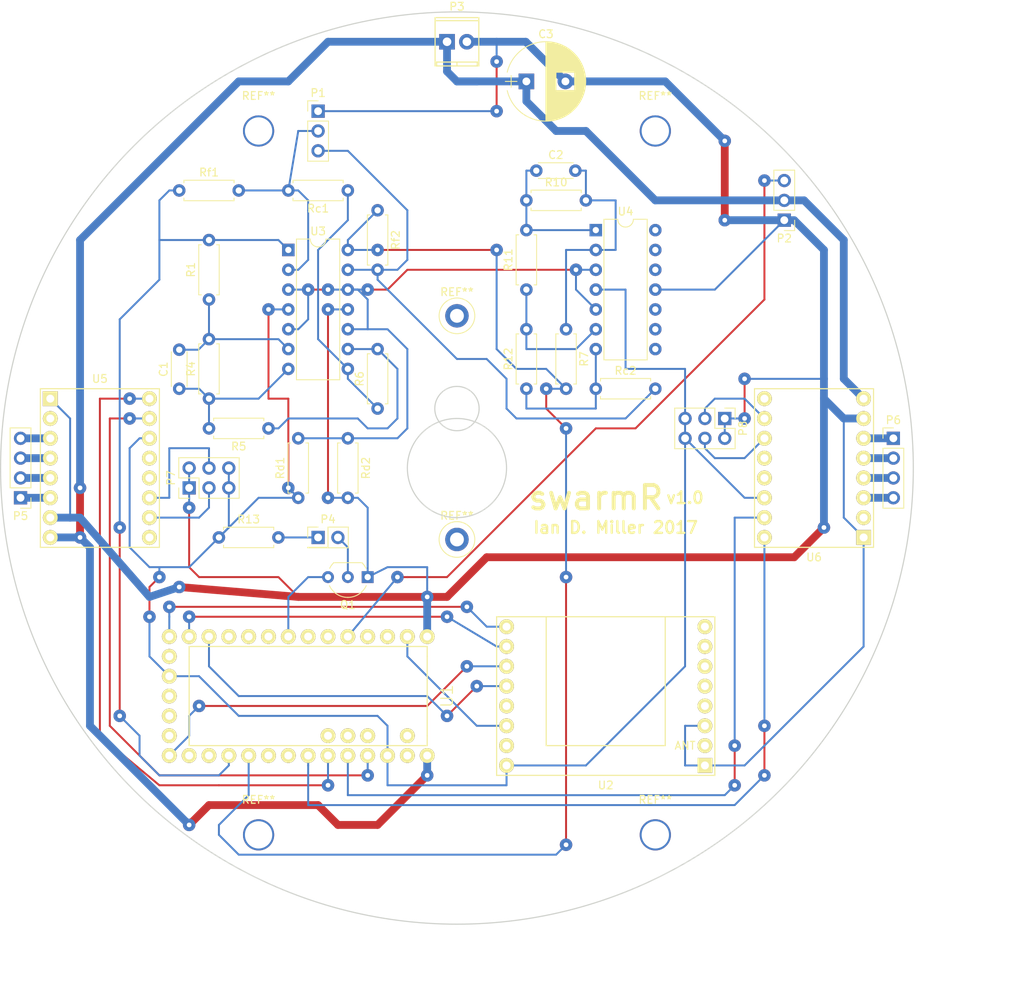
<source format=kicad_pcb>
(kicad_pcb (version 4) (host pcbnew 4.0.2-stable)

  (general
    (links 99)
    (no_connects 0)
    (area 79.921196 35.01412 215.01 165.260001)
    (thickness 1.6)
    (drawings 9)
    (tracks 393)
    (zones 0)
    (modules 39)
    (nets 78)
  )

  (page A4)
  (layers
    (0 F.Cu signal)
    (31 B.Cu signal)
    (32 B.Adhes user)
    (33 F.Adhes user)
    (34 B.Paste user)
    (35 F.Paste user)
    (36 B.SilkS user)
    (37 F.SilkS user)
    (38 B.Mask user)
    (39 F.Mask user)
    (40 Dwgs.User user)
    (41 Cmts.User user)
    (42 Eco1.User user)
    (43 Eco2.User user)
    (44 Edge.Cuts user)
    (45 Margin user)
    (46 B.CrtYd user)
    (47 F.CrtYd user)
    (48 B.Fab user)
    (49 F.Fab user)
  )

  (setup
    (last_trace_width 0.25)
    (user_trace_width 1)
    (trace_clearance 0.2)
    (zone_clearance 0.508)
    (zone_45_only no)
    (trace_min 0.2)
    (segment_width 0.2)
    (edge_width 0.15)
    (via_size 1.6)
    (via_drill 0.6)
    (via_min_size 0.4)
    (via_min_drill 0.3)
    (uvia_size 0.3)
    (uvia_drill 0.1)
    (uvias_allowed no)
    (uvia_min_size 0.2)
    (uvia_min_drill 0.1)
    (pcb_text_width 0.3)
    (pcb_text_size 1.5 1.5)
    (mod_edge_width 0.15)
    (mod_text_size 1 1)
    (mod_text_width 0.15)
    (pad_size 4 4)
    (pad_drill 3.5)
    (pad_to_mask_clearance 0.2)
    (aux_axis_origin 0 0)
    (grid_origin 138.43 95.25)
    (visible_elements 7FFFFFFF)
    (pcbplotparams
      (layerselection 0x01000_80000001)
      (usegerberextensions false)
      (excludeedgelayer true)
      (linewidth 0.100000)
      (plotframeref false)
      (viasonmask false)
      (mode 1)
      (useauxorigin false)
      (hpglpennumber 1)
      (hpglpenspeed 20)
      (hpglpendiameter 15)
      (hpglpenoverlay 2)
      (psnegative false)
      (psa4output false)
      (plotreference true)
      (plotvalue true)
      (plotinvisibletext false)
      (padsonsilk false)
      (subtractmaskfromsilk false)
      (outputformat 4)
      (mirror false)
      (drillshape 0)
      (scaleselection 1)
      (outputdirectory Gerbers/))
  )

  (net 0 "")
  (net 1 "Net-(C1-Pad1)")
  (net 2 "Net-(C1-Pad2)")
  (net 3 "Net-(C2-Pad1)")
  (net 4 "Net-(C2-Pad2)")
  (net 5 VDD)
  (net 6 GND)
  (net 7 /AnalogFilter1/Sen)
  (net 8 /AnalogFilter2/Sen)
  (net 9 /SRV)
  (net 10 "Net-(P4-Pad1)")
  (net 11 "Net-(P4-Pad2)")
  (net 12 "Net-(P5-Pad1)")
  (net 13 "Net-(P5-Pad2)")
  (net 14 "Net-(P5-Pad3)")
  (net 15 "Net-(P5-Pad4)")
  (net 16 "Net-(P6-Pad1)")
  (net 17 "Net-(P6-Pad2)")
  (net 18 "Net-(P6-Pad3)")
  (net 19 "Net-(P6-Pad4)")
  (net 20 /LED)
  (net 21 /AnalogFilter1/Out)
  (net 22 "Net-(R5-Pad1)")
  (net 23 "Net-(R6-Pad1)")
  (net 24 /AnalogFilter2/Out)
  (net 25 "Net-(R11-Pad1)")
  (net 26 "Net-(R12-Pad1)")
  (net 27 +3V3)
  (net 28 /AnalogFilter1/Vref)
  (net 29 "Net-(U1-Pad36)")
  (net 30 "Net-(U1-Pad35)")
  (net 31 "Net-(U1-Pad34)")
  (net 32 "Net-(U1-Pad33)")
  (net 33 "Net-(U1-Pad32)")
  (net 34 "Net-(U1-Pad30)")
  (net 35 "Net-(U1-Pad29)")
  (net 36 "Net-(U1-Pad28)")
  (net 37 /RadInt)
  (net 38 "Net-(U1-Pad1)")
  (net 39 "Net-(U1-Pad2)")
  (net 40 "Net-(U1-Pad4)")
  (net 41 "Net-(U1-Pad5)")
  (net 42 "Net-(U1-Pad7)")
  (net 43 "Net-(U1-Pad8)")
  (net 44 "Net-(U1-Pad9)")
  (net 45 /RadCS)
  (net 46 /MOSI)
  (net 47 /MISO)
  (net 48 /SCK)
  (net 49 "Net-(U1-Pad14)")
  (net 50 "Net-(U1-Pad15)")
  (net 51 "Net-(U1-Pad18)")
  (net 52 "Net-(U1-Pad19)")
  (net 53 /DIR2)
  (net 54 /DIR1)
  (net 55 /STEP2)
  (net 56 /STEP1)
  (net 57 "Net-(U1-Pad25)")
  (net 58 "Net-(U2-Pad5)")
  (net 59 "Net-(U2-Pad7)")
  (net 60 "Net-(U2-Pad10)")
  (net 61 "Net-(U2-Pad12)")
  (net 62 "Net-(U2-Pad13)")
  (net 63 "Net-(U2-Pad14)")
  (net 64 "Net-(U2-Pad15)")
  (net 65 "Net-(U2-Pad16)")
  (net 66 "Net-(U5-Pad1)")
  (net 67 "Net-(U5-Pad4)")
  (net 68 "Net-(U5-Pad5)")
  (net 69 "Net-(U6-Pad1)")
  (net 70 "Net-(U6-Pad4)")
  (net 71 "Net-(U6-Pad5)")
  (net 72 "Net-(U5-Pad10)")
  (net 73 "Net-(U6-Pad10)")
  (net 74 "Net-(P7-Pad3)")
  (net 75 "Net-(P7-Pad4)")
  (net 76 "Net-(P8-Pad3)")
  (net 77 "Net-(P8-Pad4)")

  (net_class Default "This is the default net class."
    (clearance 0.2)
    (trace_width 0.25)
    (via_dia 1.6)
    (via_drill 0.6)
    (uvia_dia 0.3)
    (uvia_drill 0.1)
    (add_net +3V3)
    (add_net /AnalogFilter1/Out)
    (add_net /AnalogFilter1/Sen)
    (add_net /AnalogFilter1/Vref)
    (add_net /AnalogFilter2/Out)
    (add_net /AnalogFilter2/Sen)
    (add_net /DIR1)
    (add_net /DIR2)
    (add_net /LED)
    (add_net /MISO)
    (add_net /MOSI)
    (add_net /RadCS)
    (add_net /RadInt)
    (add_net /SCK)
    (add_net /SRV)
    (add_net /STEP1)
    (add_net /STEP2)
    (add_net GND)
    (add_net "Net-(C1-Pad1)")
    (add_net "Net-(C1-Pad2)")
    (add_net "Net-(C2-Pad1)")
    (add_net "Net-(C2-Pad2)")
    (add_net "Net-(P4-Pad1)")
    (add_net "Net-(P4-Pad2)")
    (add_net "Net-(P5-Pad1)")
    (add_net "Net-(P5-Pad2)")
    (add_net "Net-(P5-Pad3)")
    (add_net "Net-(P5-Pad4)")
    (add_net "Net-(P6-Pad1)")
    (add_net "Net-(P6-Pad2)")
    (add_net "Net-(P6-Pad3)")
    (add_net "Net-(P6-Pad4)")
    (add_net "Net-(P7-Pad3)")
    (add_net "Net-(P7-Pad4)")
    (add_net "Net-(P8-Pad3)")
    (add_net "Net-(P8-Pad4)")
    (add_net "Net-(R11-Pad1)")
    (add_net "Net-(R12-Pad1)")
    (add_net "Net-(R5-Pad1)")
    (add_net "Net-(R6-Pad1)")
    (add_net "Net-(U1-Pad1)")
    (add_net "Net-(U1-Pad14)")
    (add_net "Net-(U1-Pad15)")
    (add_net "Net-(U1-Pad18)")
    (add_net "Net-(U1-Pad19)")
    (add_net "Net-(U1-Pad2)")
    (add_net "Net-(U1-Pad25)")
    (add_net "Net-(U1-Pad28)")
    (add_net "Net-(U1-Pad29)")
    (add_net "Net-(U1-Pad30)")
    (add_net "Net-(U1-Pad32)")
    (add_net "Net-(U1-Pad33)")
    (add_net "Net-(U1-Pad34)")
    (add_net "Net-(U1-Pad35)")
    (add_net "Net-(U1-Pad36)")
    (add_net "Net-(U1-Pad4)")
    (add_net "Net-(U1-Pad5)")
    (add_net "Net-(U1-Pad7)")
    (add_net "Net-(U1-Pad8)")
    (add_net "Net-(U1-Pad9)")
    (add_net "Net-(U2-Pad10)")
    (add_net "Net-(U2-Pad12)")
    (add_net "Net-(U2-Pad13)")
    (add_net "Net-(U2-Pad14)")
    (add_net "Net-(U2-Pad15)")
    (add_net "Net-(U2-Pad16)")
    (add_net "Net-(U2-Pad5)")
    (add_net "Net-(U2-Pad7)")
    (add_net "Net-(U5-Pad1)")
    (add_net "Net-(U5-Pad10)")
    (add_net "Net-(U5-Pad4)")
    (add_net "Net-(U5-Pad5)")
    (add_net "Net-(U6-Pad1)")
    (add_net "Net-(U6-Pad10)")
    (add_net "Net-(U6-Pad4)")
    (add_net "Net-(U6-Pad5)")
    (add_net VDD)
  )

  (module Mounting_Holes:MountingHole_3.5mm_Pad (layer F.Cu) (tedit 594AA380) (tstamp 594AA419)
    (at 163.83 52.07)
    (descr "Mounting Hole 3.5mm")
    (tags "mounting hole 3.5mm")
    (fp_text reference REF** (at 0 -4.5) (layer F.SilkS)
      (effects (font (size 1 1) (thickness 0.15)))
    )
    (fp_text value Mount (at 0 4.5) (layer F.Fab) hide
      (effects (font (size 1 1) (thickness 0.15)))
    )
    (fp_circle (center 0 0) (end 3.5 0) (layer Cmts.User) (width 0.15))
    (fp_circle (center 0 0) (end 3.75 0) (layer F.CrtYd) (width 0.05))
    (pad 1 thru_hole circle (at 0 0) (size 4 4) (drill 3.5) (layers *.Cu *.Mask))
  )

  (module Mounting_Holes:MountingHole_3.5mm_Pad (layer F.Cu) (tedit 594AA380) (tstamp 594AA366)
    (at 113.03 52.07)
    (descr "Mounting Hole 3.5mm")
    (tags "mounting hole 3.5mm")
    (fp_text reference REF** (at 0 -4.5) (layer F.SilkS)
      (effects (font (size 1 1) (thickness 0.15)))
    )
    (fp_text value Mount (at 0 4.5) (layer F.Fab) hide
      (effects (font (size 1 1) (thickness 0.15)))
    )
    (fp_circle (center 0 0) (end 3.5 0) (layer Cmts.User) (width 0.15))
    (fp_circle (center 0 0) (end 3.75 0) (layer F.CrtYd) (width 0.05))
    (pad 1 thru_hole circle (at 0 0) (size 4 4) (drill 3.5) (layers *.Cu *.Mask))
  )

  (module Mounting_Holes:MountingHole_3.5mm_Pad (layer F.Cu) (tedit 594AA370) (tstamp 594AA26E)
    (at 113.03 142.24)
    (descr "Mounting Hole 3.5mm")
    (tags "mounting hole 3.5mm")
    (fp_text reference REF** (at 0 -4.5) (layer F.SilkS)
      (effects (font (size 1 1) (thickness 0.15)))
    )
    (fp_text value Mount (at 0 4.5) (layer F.Fab) hide
      (effects (font (size 1 1) (thickness 0.15)))
    )
    (fp_circle (center 0 0) (end 3.5 0) (layer Cmts.User) (width 0.15))
    (fp_circle (center 0 0) (end 3.75 0) (layer F.CrtYd) (width 0.05))
    (pad 1 thru_hole circle (at 0 0) (size 4 4) (drill 3.5) (layers *.Cu *.Mask))
  )

  (module Connect:1pin (layer F.Cu) (tedit 594A9D23) (tstamp 5942AEF0)
    (at 138.43 75.75)
    (descr "module 1 pin (ou trou mecanique de percage)")
    (tags DEV)
    (fp_text reference REF** (at 0 -3.048) (layer F.SilkS)
      (effects (font (size 1 1) (thickness 0.15)))
    )
    (fp_text value 1pin (at 0 3) (layer F.Fab)
      (effects (font (size 1 1) (thickness 0.15)))
    )
    (fp_circle (center 0 0) (end 2 0.8) (layer F.Fab) (width 0.1))
    (fp_circle (center 0 0) (end 2.6 0) (layer F.CrtYd) (width 0.05))
    (fp_circle (center 0 0) (end 0 -2.286) (layer F.SilkS) (width 0.12))
    (pad 1 thru_hole circle (at 0 0) (size 3 3) (drill 1.778) (layers *.Cu *.Mask))
  )

  (module Connect:1pin (layer F.Cu) (tedit 594A9CD4) (tstamp 5942AEFC)
    (at 138.43 104.4)
    (descr "module 1 pin (ou trou mecanique de percage)")
    (tags DEV)
    (fp_text reference REF** (at 0 -3.048) (layer F.SilkS)
      (effects (font (size 1 1) (thickness 0.15)))
    )
    (fp_text value 1pin (at 0 3) (layer F.Fab)
      (effects (font (size 1 1) (thickness 0.15)))
    )
    (fp_circle (center 0 0) (end 2 0.8) (layer F.Fab) (width 0.1))
    (fp_circle (center 0 0) (end 2.6 0) (layer F.CrtYd) (width 0.05))
    (fp_circle (center 0 0) (end 0 -2.286) (layer F.SilkS) (width 0.12))
    (pad 1 thru_hole circle (at 0 0) (size 3 3) (drill 1.778) (layers *.Cu *.Mask))
  )

  (module Capacitors_ThroughHole:C_Disc_D4.3mm_W1.9mm_P5.00mm (layer F.Cu) (tedit 5920C254) (tstamp 5942A4E1)
    (at 102.87 85.09 90)
    (descr "C, Disc series, Radial, pin pitch=5.00mm, , diameter*width=4.3*1.9mm^2, Capacitor, http://www.vishay.com/docs/45233/krseries.pdf")
    (tags "C Disc series Radial pin pitch 5.00mm  diameter 4.3mm width 1.9mm Capacitor")
    (path /5941B2B4/5941D686)
    (fp_text reference C1 (at 2.5 -2.01 90) (layer F.SilkS)
      (effects (font (size 1 1) (thickness 0.15)))
    )
    (fp_text value 0.47uF (at 2.5 2.01 90) (layer F.Fab)
      (effects (font (size 1 1) (thickness 0.15)))
    )
    (fp_text user %R (at 2.5 0 90) (layer F.Fab)
      (effects (font (size 1 1) (thickness 0.15)))
    )
    (fp_line (start 0.35 -0.95) (end 0.35 0.95) (layer F.Fab) (width 0.1))
    (fp_line (start 0.35 0.95) (end 4.65 0.95) (layer F.Fab) (width 0.1))
    (fp_line (start 4.65 0.95) (end 4.65 -0.95) (layer F.Fab) (width 0.1))
    (fp_line (start 4.65 -0.95) (end 0.35 -0.95) (layer F.Fab) (width 0.1))
    (fp_line (start 0.29 -1.01) (end 4.71 -1.01) (layer F.SilkS) (width 0.12))
    (fp_line (start 0.29 1.01) (end 4.71 1.01) (layer F.SilkS) (width 0.12))
    (fp_line (start 0.29 -1.01) (end 0.29 -0.996) (layer F.SilkS) (width 0.12))
    (fp_line (start 0.29 0.996) (end 0.29 1.01) (layer F.SilkS) (width 0.12))
    (fp_line (start 4.71 -1.01) (end 4.71 -0.996) (layer F.SilkS) (width 0.12))
    (fp_line (start 4.71 0.996) (end 4.71 1.01) (layer F.SilkS) (width 0.12))
    (fp_line (start -1.05 -1.3) (end -1.05 1.3) (layer F.CrtYd) (width 0.05))
    (fp_line (start -1.05 1.3) (end 6.05 1.3) (layer F.CrtYd) (width 0.05))
    (fp_line (start 6.05 1.3) (end 6.05 -1.3) (layer F.CrtYd) (width 0.05))
    (fp_line (start 6.05 -1.3) (end -1.05 -1.3) (layer F.CrtYd) (width 0.05))
    (pad 1 thru_hole circle (at 0 0 90) (size 1.6 1.6) (drill 0.8) (layers *.Cu *.Mask)
      (net 1 "Net-(C1-Pad1)"))
    (pad 2 thru_hole circle (at 5 0 90) (size 1.6 1.6) (drill 0.8) (layers *.Cu *.Mask)
      (net 2 "Net-(C1-Pad2)"))
    (model ${KISYS3DMOD}/Capacitors_THT.3dshapes/C_Disc_D4.3mm_W1.9mm_P5.00mm.wrl
      (at (xyz 0 0 0))
      (scale (xyz 0.393701 0.393701 0.393701))
      (rotate (xyz 0 0 0))
    )
  )

  (module Capacitors_ThroughHole:C_Disc_D4.3mm_W1.9mm_P5.00mm (layer F.Cu) (tedit 5920C254) (tstamp 5942A4E7)
    (at 148.59 57.15)
    (descr "C, Disc series, Radial, pin pitch=5.00mm, , diameter*width=4.3*1.9mm^2, Capacitor, http://www.vishay.com/docs/45233/krseries.pdf")
    (tags "C Disc series Radial pin pitch 5.00mm  diameter 4.3mm width 1.9mm Capacitor")
    (path /5941F948/5941D686)
    (fp_text reference C2 (at 2.5 -2.01) (layer F.SilkS)
      (effects (font (size 1 1) (thickness 0.15)))
    )
    (fp_text value 0.47uF (at 2.5 2.01) (layer F.Fab)
      (effects (font (size 1 1) (thickness 0.15)))
    )
    (fp_text user %R (at 2.5 0) (layer F.Fab)
      (effects (font (size 1 1) (thickness 0.15)))
    )
    (fp_line (start 0.35 -0.95) (end 0.35 0.95) (layer F.Fab) (width 0.1))
    (fp_line (start 0.35 0.95) (end 4.65 0.95) (layer F.Fab) (width 0.1))
    (fp_line (start 4.65 0.95) (end 4.65 -0.95) (layer F.Fab) (width 0.1))
    (fp_line (start 4.65 -0.95) (end 0.35 -0.95) (layer F.Fab) (width 0.1))
    (fp_line (start 0.29 -1.01) (end 4.71 -1.01) (layer F.SilkS) (width 0.12))
    (fp_line (start 0.29 1.01) (end 4.71 1.01) (layer F.SilkS) (width 0.12))
    (fp_line (start 0.29 -1.01) (end 0.29 -0.996) (layer F.SilkS) (width 0.12))
    (fp_line (start 0.29 0.996) (end 0.29 1.01) (layer F.SilkS) (width 0.12))
    (fp_line (start 4.71 -1.01) (end 4.71 -0.996) (layer F.SilkS) (width 0.12))
    (fp_line (start 4.71 0.996) (end 4.71 1.01) (layer F.SilkS) (width 0.12))
    (fp_line (start -1.05 -1.3) (end -1.05 1.3) (layer F.CrtYd) (width 0.05))
    (fp_line (start -1.05 1.3) (end 6.05 1.3) (layer F.CrtYd) (width 0.05))
    (fp_line (start 6.05 1.3) (end 6.05 -1.3) (layer F.CrtYd) (width 0.05))
    (fp_line (start 6.05 -1.3) (end -1.05 -1.3) (layer F.CrtYd) (width 0.05))
    (pad 1 thru_hole circle (at 0 0) (size 1.6 1.6) (drill 0.8) (layers *.Cu *.Mask)
      (net 3 "Net-(C2-Pad1)"))
    (pad 2 thru_hole circle (at 5 0) (size 1.6 1.6) (drill 0.8) (layers *.Cu *.Mask)
      (net 4 "Net-(C2-Pad2)"))
    (model ${KISYS3DMOD}/Capacitors_THT.3dshapes/C_Disc_D4.3mm_W1.9mm_P5.00mm.wrl
      (at (xyz 0 0 0))
      (scale (xyz 0.393701 0.393701 0.393701))
      (rotate (xyz 0 0 0))
    )
  )

  (module Capacitors_ThroughHole:CP_Radial_D10.0mm_P5.00mm (layer F.Cu) (tedit 5920C255) (tstamp 5942A4ED)
    (at 147.32 45.72)
    (descr "CP, Radial series, Radial, pin pitch=5.00mm, , diameter=10mm, Electrolytic Capacitor")
    (tags "CP Radial series Radial pin pitch 5.00mm  diameter 10mm Electrolytic Capacitor")
    (path /5943377D)
    (fp_text reference C3 (at 2.5 -6.06) (layer F.SilkS)
      (effects (font (size 1 1) (thickness 0.15)))
    )
    (fp_text value 470uF (at 2.5 6.06) (layer F.Fab)
      (effects (font (size 1 1) (thickness 0.15)))
    )
    (fp_text user %R (at 2.4 0) (layer F.Fab)
      (effects (font (size 1 1) (thickness 0.15)))
    )
    (fp_line (start -2.7 0) (end -1.2 0) (layer F.Fab) (width 0.1))
    (fp_line (start -1.95 -0.75) (end -1.95 0.75) (layer F.Fab) (width 0.1))
    (fp_line (start 2.5 -5.05) (end 2.5 5.05) (layer F.SilkS) (width 0.12))
    (fp_line (start 2.54 -5.05) (end 2.54 5.05) (layer F.SilkS) (width 0.12))
    (fp_line (start 2.58 -5.05) (end 2.58 5.05) (layer F.SilkS) (width 0.12))
    (fp_line (start 2.62 -5.049) (end 2.62 5.049) (layer F.SilkS) (width 0.12))
    (fp_line (start 2.66 -5.048) (end 2.66 5.048) (layer F.SilkS) (width 0.12))
    (fp_line (start 2.7 -5.047) (end 2.7 5.047) (layer F.SilkS) (width 0.12))
    (fp_line (start 2.74 -5.045) (end 2.74 5.045) (layer F.SilkS) (width 0.12))
    (fp_line (start 2.78 -5.043) (end 2.78 5.043) (layer F.SilkS) (width 0.12))
    (fp_line (start 2.82 -5.04) (end 2.82 5.04) (layer F.SilkS) (width 0.12))
    (fp_line (start 2.86 -5.038) (end 2.86 5.038) (layer F.SilkS) (width 0.12))
    (fp_line (start 2.9 -5.035) (end 2.9 5.035) (layer F.SilkS) (width 0.12))
    (fp_line (start 2.94 -5.031) (end 2.94 5.031) (layer F.SilkS) (width 0.12))
    (fp_line (start 2.98 -5.028) (end 2.98 5.028) (layer F.SilkS) (width 0.12))
    (fp_line (start 3.02 -5.024) (end 3.02 5.024) (layer F.SilkS) (width 0.12))
    (fp_line (start 3.06 -5.02) (end 3.06 5.02) (layer F.SilkS) (width 0.12))
    (fp_line (start 3.1 -5.015) (end 3.1 5.015) (layer F.SilkS) (width 0.12))
    (fp_line (start 3.14 -5.01) (end 3.14 5.01) (layer F.SilkS) (width 0.12))
    (fp_line (start 3.18 -5.005) (end 3.18 5.005) (layer F.SilkS) (width 0.12))
    (fp_line (start 3.221 -4.999) (end 3.221 4.999) (layer F.SilkS) (width 0.12))
    (fp_line (start 3.261 -4.993) (end 3.261 4.993) (layer F.SilkS) (width 0.12))
    (fp_line (start 3.301 -4.987) (end 3.301 4.987) (layer F.SilkS) (width 0.12))
    (fp_line (start 3.341 -4.981) (end 3.341 4.981) (layer F.SilkS) (width 0.12))
    (fp_line (start 3.381 -4.974) (end 3.381 4.974) (layer F.SilkS) (width 0.12))
    (fp_line (start 3.421 -4.967) (end 3.421 4.967) (layer F.SilkS) (width 0.12))
    (fp_line (start 3.461 -4.959) (end 3.461 4.959) (layer F.SilkS) (width 0.12))
    (fp_line (start 3.501 -4.951) (end 3.501 4.951) (layer F.SilkS) (width 0.12))
    (fp_line (start 3.541 -4.943) (end 3.541 4.943) (layer F.SilkS) (width 0.12))
    (fp_line (start 3.581 -4.935) (end 3.581 4.935) (layer F.SilkS) (width 0.12))
    (fp_line (start 3.621 -4.926) (end 3.621 4.926) (layer F.SilkS) (width 0.12))
    (fp_line (start 3.661 -4.917) (end 3.661 4.917) (layer F.SilkS) (width 0.12))
    (fp_line (start 3.701 -4.907) (end 3.701 4.907) (layer F.SilkS) (width 0.12))
    (fp_line (start 3.741 -4.897) (end 3.741 4.897) (layer F.SilkS) (width 0.12))
    (fp_line (start 3.781 -4.887) (end 3.781 4.887) (layer F.SilkS) (width 0.12))
    (fp_line (start 3.821 -4.876) (end 3.821 -1.181) (layer F.SilkS) (width 0.12))
    (fp_line (start 3.821 1.181) (end 3.821 4.876) (layer F.SilkS) (width 0.12))
    (fp_line (start 3.861 -4.865) (end 3.861 -1.181) (layer F.SilkS) (width 0.12))
    (fp_line (start 3.861 1.181) (end 3.861 4.865) (layer F.SilkS) (width 0.12))
    (fp_line (start 3.901 -4.854) (end 3.901 -1.181) (layer F.SilkS) (width 0.12))
    (fp_line (start 3.901 1.181) (end 3.901 4.854) (layer F.SilkS) (width 0.12))
    (fp_line (start 3.941 -4.843) (end 3.941 -1.181) (layer F.SilkS) (width 0.12))
    (fp_line (start 3.941 1.181) (end 3.941 4.843) (layer F.SilkS) (width 0.12))
    (fp_line (start 3.981 -4.831) (end 3.981 -1.181) (layer F.SilkS) (width 0.12))
    (fp_line (start 3.981 1.181) (end 3.981 4.831) (layer F.SilkS) (width 0.12))
    (fp_line (start 4.021 -4.818) (end 4.021 -1.181) (layer F.SilkS) (width 0.12))
    (fp_line (start 4.021 1.181) (end 4.021 4.818) (layer F.SilkS) (width 0.12))
    (fp_line (start 4.061 -4.806) (end 4.061 -1.181) (layer F.SilkS) (width 0.12))
    (fp_line (start 4.061 1.181) (end 4.061 4.806) (layer F.SilkS) (width 0.12))
    (fp_line (start 4.101 -4.792) (end 4.101 -1.181) (layer F.SilkS) (width 0.12))
    (fp_line (start 4.101 1.181) (end 4.101 4.792) (layer F.SilkS) (width 0.12))
    (fp_line (start 4.141 -4.779) (end 4.141 -1.181) (layer F.SilkS) (width 0.12))
    (fp_line (start 4.141 1.181) (end 4.141 4.779) (layer F.SilkS) (width 0.12))
    (fp_line (start 4.181 -4.765) (end 4.181 -1.181) (layer F.SilkS) (width 0.12))
    (fp_line (start 4.181 1.181) (end 4.181 4.765) (layer F.SilkS) (width 0.12))
    (fp_line (start 4.221 -4.751) (end 4.221 -1.181) (layer F.SilkS) (width 0.12))
    (fp_line (start 4.221 1.181) (end 4.221 4.751) (layer F.SilkS) (width 0.12))
    (fp_line (start 4.261 -4.737) (end 4.261 -1.181) (layer F.SilkS) (width 0.12))
    (fp_line (start 4.261 1.181) (end 4.261 4.737) (layer F.SilkS) (width 0.12))
    (fp_line (start 4.301 -4.722) (end 4.301 -1.181) (layer F.SilkS) (width 0.12))
    (fp_line (start 4.301 1.181) (end 4.301 4.722) (layer F.SilkS) (width 0.12))
    (fp_line (start 4.341 -4.706) (end 4.341 -1.181) (layer F.SilkS) (width 0.12))
    (fp_line (start 4.341 1.181) (end 4.341 4.706) (layer F.SilkS) (width 0.12))
    (fp_line (start 4.381 -4.691) (end 4.381 -1.181) (layer F.SilkS) (width 0.12))
    (fp_line (start 4.381 1.181) (end 4.381 4.691) (layer F.SilkS) (width 0.12))
    (fp_line (start 4.421 -4.674) (end 4.421 -1.181) (layer F.SilkS) (width 0.12))
    (fp_line (start 4.421 1.181) (end 4.421 4.674) (layer F.SilkS) (width 0.12))
    (fp_line (start 4.461 -4.658) (end 4.461 -1.181) (layer F.SilkS) (width 0.12))
    (fp_line (start 4.461 1.181) (end 4.461 4.658) (layer F.SilkS) (width 0.12))
    (fp_line (start 4.501 -4.641) (end 4.501 -1.181) (layer F.SilkS) (width 0.12))
    (fp_line (start 4.501 1.181) (end 4.501 4.641) (layer F.SilkS) (width 0.12))
    (fp_line (start 4.541 -4.624) (end 4.541 -1.181) (layer F.SilkS) (width 0.12))
    (fp_line (start 4.541 1.181) (end 4.541 4.624) (layer F.SilkS) (width 0.12))
    (fp_line (start 4.581 -4.606) (end 4.581 -1.181) (layer F.SilkS) (width 0.12))
    (fp_line (start 4.581 1.181) (end 4.581 4.606) (layer F.SilkS) (width 0.12))
    (fp_line (start 4.621 -4.588) (end 4.621 -1.181) (layer F.SilkS) (width 0.12))
    (fp_line (start 4.621 1.181) (end 4.621 4.588) (layer F.SilkS) (width 0.12))
    (fp_line (start 4.661 -4.569) (end 4.661 -1.181) (layer F.SilkS) (width 0.12))
    (fp_line (start 4.661 1.181) (end 4.661 4.569) (layer F.SilkS) (width 0.12))
    (fp_line (start 4.701 -4.55) (end 4.701 -1.181) (layer F.SilkS) (width 0.12))
    (fp_line (start 4.701 1.181) (end 4.701 4.55) (layer F.SilkS) (width 0.12))
    (fp_line (start 4.741 -4.531) (end 4.741 -1.181) (layer F.SilkS) (width 0.12))
    (fp_line (start 4.741 1.181) (end 4.741 4.531) (layer F.SilkS) (width 0.12))
    (fp_line (start 4.781 -4.511) (end 4.781 -1.181) (layer F.SilkS) (width 0.12))
    (fp_line (start 4.781 1.181) (end 4.781 4.511) (layer F.SilkS) (width 0.12))
    (fp_line (start 4.821 -4.491) (end 4.821 -1.181) (layer F.SilkS) (width 0.12))
    (fp_line (start 4.821 1.181) (end 4.821 4.491) (layer F.SilkS) (width 0.12))
    (fp_line (start 4.861 -4.47) (end 4.861 -1.181) (layer F.SilkS) (width 0.12))
    (fp_line (start 4.861 1.181) (end 4.861 4.47) (layer F.SilkS) (width 0.12))
    (fp_line (start 4.901 -4.449) (end 4.901 -1.181) (layer F.SilkS) (width 0.12))
    (fp_line (start 4.901 1.181) (end 4.901 4.449) (layer F.SilkS) (width 0.12))
    (fp_line (start 4.941 -4.428) (end 4.941 -1.181) (layer F.SilkS) (width 0.12))
    (fp_line (start 4.941 1.181) (end 4.941 4.428) (layer F.SilkS) (width 0.12))
    (fp_line (start 4.981 -4.405) (end 4.981 -1.181) (layer F.SilkS) (width 0.12))
    (fp_line (start 4.981 1.181) (end 4.981 4.405) (layer F.SilkS) (width 0.12))
    (fp_line (start 5.021 -4.383) (end 5.021 -1.181) (layer F.SilkS) (width 0.12))
    (fp_line (start 5.021 1.181) (end 5.021 4.383) (layer F.SilkS) (width 0.12))
    (fp_line (start 5.061 -4.36) (end 5.061 -1.181) (layer F.SilkS) (width 0.12))
    (fp_line (start 5.061 1.181) (end 5.061 4.36) (layer F.SilkS) (width 0.12))
    (fp_line (start 5.101 -4.336) (end 5.101 -1.181) (layer F.SilkS) (width 0.12))
    (fp_line (start 5.101 1.181) (end 5.101 4.336) (layer F.SilkS) (width 0.12))
    (fp_line (start 5.141 -4.312) (end 5.141 -1.181) (layer F.SilkS) (width 0.12))
    (fp_line (start 5.141 1.181) (end 5.141 4.312) (layer F.SilkS) (width 0.12))
    (fp_line (start 5.181 -4.288) (end 5.181 -1.181) (layer F.SilkS) (width 0.12))
    (fp_line (start 5.181 1.181) (end 5.181 4.288) (layer F.SilkS) (width 0.12))
    (fp_line (start 5.221 -4.263) (end 5.221 -1.181) (layer F.SilkS) (width 0.12))
    (fp_line (start 5.221 1.181) (end 5.221 4.263) (layer F.SilkS) (width 0.12))
    (fp_line (start 5.261 -4.237) (end 5.261 -1.181) (layer F.SilkS) (width 0.12))
    (fp_line (start 5.261 1.181) (end 5.261 4.237) (layer F.SilkS) (width 0.12))
    (fp_line (start 5.301 -4.211) (end 5.301 -1.181) (layer F.SilkS) (width 0.12))
    (fp_line (start 5.301 1.181) (end 5.301 4.211) (layer F.SilkS) (width 0.12))
    (fp_line (start 5.341 -4.185) (end 5.341 -1.181) (layer F.SilkS) (width 0.12))
    (fp_line (start 5.341 1.181) (end 5.341 4.185) (layer F.SilkS) (width 0.12))
    (fp_line (start 5.381 -4.157) (end 5.381 -1.181) (layer F.SilkS) (width 0.12))
    (fp_line (start 5.381 1.181) (end 5.381 4.157) (layer F.SilkS) (width 0.12))
    (fp_line (start 5.421 -4.13) (end 5.421 -1.181) (layer F.SilkS) (width 0.12))
    (fp_line (start 5.421 1.181) (end 5.421 4.13) (layer F.SilkS) (width 0.12))
    (fp_line (start 5.461 -4.101) (end 5.461 -1.181) (layer F.SilkS) (width 0.12))
    (fp_line (start 5.461 1.181) (end 5.461 4.101) (layer F.SilkS) (width 0.12))
    (fp_line (start 5.501 -4.072) (end 5.501 -1.181) (layer F.SilkS) (width 0.12))
    (fp_line (start 5.501 1.181) (end 5.501 4.072) (layer F.SilkS) (width 0.12))
    (fp_line (start 5.541 -4.043) (end 5.541 -1.181) (layer F.SilkS) (width 0.12))
    (fp_line (start 5.541 1.181) (end 5.541 4.043) (layer F.SilkS) (width 0.12))
    (fp_line (start 5.581 -4.013) (end 5.581 -1.181) (layer F.SilkS) (width 0.12))
    (fp_line (start 5.581 1.181) (end 5.581 4.013) (layer F.SilkS) (width 0.12))
    (fp_line (start 5.621 -3.982) (end 5.621 -1.181) (layer F.SilkS) (width 0.12))
    (fp_line (start 5.621 1.181) (end 5.621 3.982) (layer F.SilkS) (width 0.12))
    (fp_line (start 5.661 -3.951) (end 5.661 -1.181) (layer F.SilkS) (width 0.12))
    (fp_line (start 5.661 1.181) (end 5.661 3.951) (layer F.SilkS) (width 0.12))
    (fp_line (start 5.701 -3.919) (end 5.701 -1.181) (layer F.SilkS) (width 0.12))
    (fp_line (start 5.701 1.181) (end 5.701 3.919) (layer F.SilkS) (width 0.12))
    (fp_line (start 5.741 -3.886) (end 5.741 -1.181) (layer F.SilkS) (width 0.12))
    (fp_line (start 5.741 1.181) (end 5.741 3.886) (layer F.SilkS) (width 0.12))
    (fp_line (start 5.781 -3.853) (end 5.781 -1.181) (layer F.SilkS) (width 0.12))
    (fp_line (start 5.781 1.181) (end 5.781 3.853) (layer F.SilkS) (width 0.12))
    (fp_line (start 5.821 -3.819) (end 5.821 -1.181) (layer F.SilkS) (width 0.12))
    (fp_line (start 5.821 1.181) (end 5.821 3.819) (layer F.SilkS) (width 0.12))
    (fp_line (start 5.861 -3.784) (end 5.861 -1.181) (layer F.SilkS) (width 0.12))
    (fp_line (start 5.861 1.181) (end 5.861 3.784) (layer F.SilkS) (width 0.12))
    (fp_line (start 5.901 -3.748) (end 5.901 -1.181) (layer F.SilkS) (width 0.12))
    (fp_line (start 5.901 1.181) (end 5.901 3.748) (layer F.SilkS) (width 0.12))
    (fp_line (start 5.941 -3.712) (end 5.941 -1.181) (layer F.SilkS) (width 0.12))
    (fp_line (start 5.941 1.181) (end 5.941 3.712) (layer F.SilkS) (width 0.12))
    (fp_line (start 5.981 -3.675) (end 5.981 -1.181) (layer F.SilkS) (width 0.12))
    (fp_line (start 5.981 1.181) (end 5.981 3.675) (layer F.SilkS) (width 0.12))
    (fp_line (start 6.021 -3.637) (end 6.021 -1.181) (layer F.SilkS) (width 0.12))
    (fp_line (start 6.021 1.181) (end 6.021 3.637) (layer F.SilkS) (width 0.12))
    (fp_line (start 6.061 -3.598) (end 6.061 -1.181) (layer F.SilkS) (width 0.12))
    (fp_line (start 6.061 1.181) (end 6.061 3.598) (layer F.SilkS) (width 0.12))
    (fp_line (start 6.101 -3.559) (end 6.101 -1.181) (layer F.SilkS) (width 0.12))
    (fp_line (start 6.101 1.181) (end 6.101 3.559) (layer F.SilkS) (width 0.12))
    (fp_line (start 6.141 -3.518) (end 6.141 -1.181) (layer F.SilkS) (width 0.12))
    (fp_line (start 6.141 1.181) (end 6.141 3.518) (layer F.SilkS) (width 0.12))
    (fp_line (start 6.181 -3.477) (end 6.181 3.477) (layer F.SilkS) (width 0.12))
    (fp_line (start 6.221 -3.435) (end 6.221 3.435) (layer F.SilkS) (width 0.12))
    (fp_line (start 6.261 -3.391) (end 6.261 3.391) (layer F.SilkS) (width 0.12))
    (fp_line (start 6.301 -3.347) (end 6.301 3.347) (layer F.SilkS) (width 0.12))
    (fp_line (start 6.341 -3.302) (end 6.341 3.302) (layer F.SilkS) (width 0.12))
    (fp_line (start 6.381 -3.255) (end 6.381 3.255) (layer F.SilkS) (width 0.12))
    (fp_line (start 6.421 -3.207) (end 6.421 3.207) (layer F.SilkS) (width 0.12))
    (fp_line (start 6.461 -3.158) (end 6.461 3.158) (layer F.SilkS) (width 0.12))
    (fp_line (start 6.501 -3.108) (end 6.501 3.108) (layer F.SilkS) (width 0.12))
    (fp_line (start 6.541 -3.057) (end 6.541 3.057) (layer F.SilkS) (width 0.12))
    (fp_line (start 6.581 -3.004) (end 6.581 3.004) (layer F.SilkS) (width 0.12))
    (fp_line (start 6.621 -2.949) (end 6.621 2.949) (layer F.SilkS) (width 0.12))
    (fp_line (start 6.661 -2.894) (end 6.661 2.894) (layer F.SilkS) (width 0.12))
    (fp_line (start 6.701 -2.836) (end 6.701 2.836) (layer F.SilkS) (width 0.12))
    (fp_line (start 6.741 -2.777) (end 6.741 2.777) (layer F.SilkS) (width 0.12))
    (fp_line (start 6.781 -2.715) (end 6.781 2.715) (layer F.SilkS) (width 0.12))
    (fp_line (start 6.821 -2.652) (end 6.821 2.652) (layer F.SilkS) (width 0.12))
    (fp_line (start 6.861 -2.587) (end 6.861 2.587) (layer F.SilkS) (width 0.12))
    (fp_line (start 6.901 -2.519) (end 6.901 2.519) (layer F.SilkS) (width 0.12))
    (fp_line (start 6.941 -2.449) (end 6.941 2.449) (layer F.SilkS) (width 0.12))
    (fp_line (start 6.981 -2.377) (end 6.981 2.377) (layer F.SilkS) (width 0.12))
    (fp_line (start 7.021 -2.301) (end 7.021 2.301) (layer F.SilkS) (width 0.12))
    (fp_line (start 7.061 -2.222) (end 7.061 2.222) (layer F.SilkS) (width 0.12))
    (fp_line (start 7.101 -2.14) (end 7.101 2.14) (layer F.SilkS) (width 0.12))
    (fp_line (start 7.141 -2.053) (end 7.141 2.053) (layer F.SilkS) (width 0.12))
    (fp_line (start 7.181 -1.962) (end 7.181 1.962) (layer F.SilkS) (width 0.12))
    (fp_line (start 7.221 -1.866) (end 7.221 1.866) (layer F.SilkS) (width 0.12))
    (fp_line (start 7.261 -1.763) (end 7.261 1.763) (layer F.SilkS) (width 0.12))
    (fp_line (start 7.301 -1.654) (end 7.301 1.654) (layer F.SilkS) (width 0.12))
    (fp_line (start 7.341 -1.536) (end 7.341 1.536) (layer F.SilkS) (width 0.12))
    (fp_line (start 7.381 -1.407) (end 7.381 1.407) (layer F.SilkS) (width 0.12))
    (fp_line (start 7.421 -1.265) (end 7.421 1.265) (layer F.SilkS) (width 0.12))
    (fp_line (start 7.461 -1.104) (end 7.461 1.104) (layer F.SilkS) (width 0.12))
    (fp_line (start 7.501 -0.913) (end 7.501 0.913) (layer F.SilkS) (width 0.12))
    (fp_line (start 7.541 -0.672) (end 7.541 0.672) (layer F.SilkS) (width 0.12))
    (fp_line (start 7.581 -0.279) (end 7.581 0.279) (layer F.SilkS) (width 0.12))
    (fp_line (start -2.7 0) (end -1.2 0) (layer F.SilkS) (width 0.12))
    (fp_line (start -1.95 -0.75) (end -1.95 0.75) (layer F.SilkS) (width 0.12))
    (fp_line (start -2.85 -5.35) (end -2.85 5.35) (layer F.CrtYd) (width 0.05))
    (fp_line (start -2.85 5.35) (end 7.85 5.35) (layer F.CrtYd) (width 0.05))
    (fp_line (start 7.85 5.35) (end 7.85 -5.35) (layer F.CrtYd) (width 0.05))
    (fp_line (start 7.85 -5.35) (end -2.85 -5.35) (layer F.CrtYd) (width 0.05))
    (fp_circle (center 2.5 0) (end 7.5 0) (layer F.Fab) (width 0.1))
    (fp_arc (start 2.5 0) (end -2.451333 -1.18) (angle 153.2) (layer F.SilkS) (width 0.12))
    (fp_arc (start 2.5 0) (end -2.451333 1.18) (angle -153.2) (layer F.SilkS) (width 0.12))
    (fp_arc (start 2.5 0) (end 7.451333 -1.18) (angle 26.8) (layer F.SilkS) (width 0.12))
    (pad 1 thru_hole rect (at 0 0) (size 2 2) (drill 1) (layers *.Cu *.Mask)
      (net 5 VDD))
    (pad 2 thru_hole circle (at 5 0) (size 2 2) (drill 1) (layers *.Cu *.Mask)
      (net 6 GND))
    (model ${KISYS3DMOD}/Capacitors_THT.3dshapes/CP_Radial_D10.0mm_P5.00mm.wrl
      (at (xyz 0 0 0))
      (scale (xyz 1 1 1))
      (rotate (xyz 0 0 0))
    )
  )

  (module Pin_Headers:Pin_Header_Straight_1x03_Pitch2.54mm (layer F.Cu) (tedit 58CD4EC1) (tstamp 5942A4F4)
    (at 120.65 49.53)
    (descr "Through hole straight pin header, 1x03, 2.54mm pitch, single row")
    (tags "Through hole pin header THT 1x03 2.54mm single row")
    (path /594185AC)
    (fp_text reference P1 (at 0 -2.33) (layer F.SilkS)
      (effects (font (size 1 1) (thickness 0.15)))
    )
    (fp_text value SEN (at 0 7.41) (layer F.Fab)
      (effects (font (size 1 1) (thickness 0.15)))
    )
    (fp_line (start -1.27 -1.27) (end -1.27 6.35) (layer F.Fab) (width 0.1))
    (fp_line (start -1.27 6.35) (end 1.27 6.35) (layer F.Fab) (width 0.1))
    (fp_line (start 1.27 6.35) (end 1.27 -1.27) (layer F.Fab) (width 0.1))
    (fp_line (start 1.27 -1.27) (end -1.27 -1.27) (layer F.Fab) (width 0.1))
    (fp_line (start -1.33 1.27) (end -1.33 6.41) (layer F.SilkS) (width 0.12))
    (fp_line (start -1.33 6.41) (end 1.33 6.41) (layer F.SilkS) (width 0.12))
    (fp_line (start 1.33 6.41) (end 1.33 1.27) (layer F.SilkS) (width 0.12))
    (fp_line (start 1.33 1.27) (end -1.33 1.27) (layer F.SilkS) (width 0.12))
    (fp_line (start -1.33 0) (end -1.33 -1.33) (layer F.SilkS) (width 0.12))
    (fp_line (start -1.33 -1.33) (end 0 -1.33) (layer F.SilkS) (width 0.12))
    (fp_line (start -1.8 -1.8) (end -1.8 6.85) (layer F.CrtYd) (width 0.05))
    (fp_line (start -1.8 6.85) (end 1.8 6.85) (layer F.CrtYd) (width 0.05))
    (fp_line (start 1.8 6.85) (end 1.8 -1.8) (layer F.CrtYd) (width 0.05))
    (fp_line (start 1.8 -1.8) (end -1.8 -1.8) (layer F.CrtYd) (width 0.05))
    (fp_text user %R (at 0 -2.33) (layer F.Fab)
      (effects (font (size 1 1) (thickness 0.15)))
    )
    (pad 1 thru_hole rect (at 0 0) (size 1.7 1.7) (drill 1) (layers *.Cu *.Mask)
      (net 6 GND))
    (pad 2 thru_hole oval (at 0 2.54) (size 1.7 1.7) (drill 1) (layers *.Cu *.Mask)
      (net 7 /AnalogFilter1/Sen))
    (pad 3 thru_hole oval (at 0 5.08) (size 1.7 1.7) (drill 1) (layers *.Cu *.Mask)
      (net 8 /AnalogFilter2/Sen))
    (model ${KISYS3DMOD}/Pin_Headers.3dshapes/Pin_Header_Straight_1x03_Pitch2.54mm.wrl
      (at (xyz 0 -0.1 0))
      (scale (xyz 1 1 1))
      (rotate (xyz 0 0 90))
    )
  )

  (module Pin_Headers:Pin_Header_Straight_1x03_Pitch2.54mm (layer F.Cu) (tedit 58CD4EC1) (tstamp 5942A4FB)
    (at 180.34 63.5 180)
    (descr "Through hole straight pin header, 1x03, 2.54mm pitch, single row")
    (tags "Through hole pin header THT 1x03 2.54mm single row")
    (path /5941A6DB)
    (fp_text reference P2 (at 0 -2.33 180) (layer F.SilkS)
      (effects (font (size 1 1) (thickness 0.15)))
    )
    (fp_text value SRV (at 0 7.41 180) (layer F.Fab)
      (effects (font (size 1 1) (thickness 0.15)))
    )
    (fp_line (start -1.27 -1.27) (end -1.27 6.35) (layer F.Fab) (width 0.1))
    (fp_line (start -1.27 6.35) (end 1.27 6.35) (layer F.Fab) (width 0.1))
    (fp_line (start 1.27 6.35) (end 1.27 -1.27) (layer F.Fab) (width 0.1))
    (fp_line (start 1.27 -1.27) (end -1.27 -1.27) (layer F.Fab) (width 0.1))
    (fp_line (start -1.33 1.27) (end -1.33 6.41) (layer F.SilkS) (width 0.12))
    (fp_line (start -1.33 6.41) (end 1.33 6.41) (layer F.SilkS) (width 0.12))
    (fp_line (start 1.33 6.41) (end 1.33 1.27) (layer F.SilkS) (width 0.12))
    (fp_line (start 1.33 1.27) (end -1.33 1.27) (layer F.SilkS) (width 0.12))
    (fp_line (start -1.33 0) (end -1.33 -1.33) (layer F.SilkS) (width 0.12))
    (fp_line (start -1.33 -1.33) (end 0 -1.33) (layer F.SilkS) (width 0.12))
    (fp_line (start -1.8 -1.8) (end -1.8 6.85) (layer F.CrtYd) (width 0.05))
    (fp_line (start -1.8 6.85) (end 1.8 6.85) (layer F.CrtYd) (width 0.05))
    (fp_line (start 1.8 6.85) (end 1.8 -1.8) (layer F.CrtYd) (width 0.05))
    (fp_line (start 1.8 -1.8) (end -1.8 -1.8) (layer F.CrtYd) (width 0.05))
    (fp_text user %R (at 0 -2.33 180) (layer F.Fab)
      (effects (font (size 1 1) (thickness 0.15)))
    )
    (pad 1 thru_hole rect (at 0 0 180) (size 1.7 1.7) (drill 1) (layers *.Cu *.Mask)
      (net 6 GND))
    (pad 2 thru_hole oval (at 0 2.54 180) (size 1.7 1.7) (drill 1) (layers *.Cu *.Mask)
      (net 5 VDD))
    (pad 3 thru_hole oval (at 0 5.08 180) (size 1.7 1.7) (drill 1) (layers *.Cu *.Mask)
      (net 9 /SRV))
    (model ${KISYS3DMOD}/Pin_Headers.3dshapes/Pin_Header_Straight_1x03_Pitch2.54mm.wrl
      (at (xyz 0 -0.1 0))
      (scale (xyz 1 1 1))
      (rotate (xyz 0 0 90))
    )
  )

  (module Terminal_Blocks:TerminalBlock_Pheonix_MPT-2.54mm_2pol (layer F.Cu) (tedit 0) (tstamp 5942A501)
    (at 137.16 40.64)
    (descr "2-way 2.54mm pitch terminal block, Phoenix MPT series")
    (path /5942423C)
    (fp_text reference P3 (at 1.27 -4.50088) (layer F.SilkS)
      (effects (font (size 1 1) (thickness 0.15)))
    )
    (fp_text value PWR (at 1.27 4.50088) (layer F.Fab)
      (effects (font (size 1 1) (thickness 0.15)))
    )
    (fp_line (start -1.7 -3.3) (end 4.3 -3.3) (layer F.CrtYd) (width 0.05))
    (fp_line (start -1.7 3.3) (end -1.7 -3.3) (layer F.CrtYd) (width 0.05))
    (fp_line (start 4.3 3.3) (end -1.7 3.3) (layer F.CrtYd) (width 0.05))
    (fp_line (start 4.3 -3.3) (end 4.3 3.3) (layer F.CrtYd) (width 0.05))
    (fp_line (start 4.06908 2.60096) (end -1.52908 2.60096) (layer F.SilkS) (width 0.15))
    (fp_line (start -1.33096 3.0988) (end -1.33096 2.60096) (layer F.SilkS) (width 0.15))
    (fp_line (start 3.87096 2.60096) (end 3.87096 3.0988) (layer F.SilkS) (width 0.15))
    (fp_line (start 1.27 3.0988) (end 1.27 2.60096) (layer F.SilkS) (width 0.15))
    (fp_line (start -1.52908 -2.70002) (end 4.06908 -2.70002) (layer F.SilkS) (width 0.15))
    (fp_line (start -1.52908 3.0988) (end 4.06908 3.0988) (layer F.SilkS) (width 0.15))
    (fp_line (start 4.06908 3.0988) (end 4.06908 -3.0988) (layer F.SilkS) (width 0.15))
    (fp_line (start 4.06908 -3.0988) (end -1.52908 -3.0988) (layer F.SilkS) (width 0.15))
    (fp_line (start -1.52908 -3.0988) (end -1.52908 3.0988) (layer F.SilkS) (width 0.15))
    (pad 2 thru_hole oval (at 2.54 0) (size 1.99898 1.99898) (drill 1.09728) (layers *.Cu *.Mask)
      (net 6 GND))
    (pad 1 thru_hole rect (at 0 0) (size 1.99898 1.99898) (drill 1.09728) (layers *.Cu *.Mask)
      (net 5 VDD))
    (model Terminal_Blocks.3dshapes/TerminalBlock_Pheonix_MPT-2.54mm_2pol.wrl
      (at (xyz 0.05 0 0))
      (scale (xyz 1 1 1))
      (rotate (xyz 0 0 0))
    )
  )

  (module Pin_Headers:Pin_Header_Straight_2x01_Pitch2.54mm (layer F.Cu) (tedit 58CD4EC5) (tstamp 5942A507)
    (at 120.65 104.14)
    (descr "Through hole straight pin header, 2x01, 2.54mm pitch, double rows")
    (tags "Through hole pin header THT 2x01 2.54mm double row")
    (path /5942BAC8)
    (fp_text reference P4 (at 1.27 -2.33) (layer F.SilkS)
      (effects (font (size 1 1) (thickness 0.15)))
    )
    (fp_text value LED (at 1.27 2.33) (layer F.Fab)
      (effects (font (size 1 1) (thickness 0.15)))
    )
    (fp_line (start -1.27 -1.27) (end -1.27 1.27) (layer F.Fab) (width 0.1))
    (fp_line (start -1.27 1.27) (end 3.81 1.27) (layer F.Fab) (width 0.1))
    (fp_line (start 3.81 1.27) (end 3.81 -1.27) (layer F.Fab) (width 0.1))
    (fp_line (start 3.81 -1.27) (end -1.27 -1.27) (layer F.Fab) (width 0.1))
    (fp_line (start -1.33 1.27) (end -1.33 1.33) (layer F.SilkS) (width 0.12))
    (fp_line (start -1.33 1.33) (end 3.87 1.33) (layer F.SilkS) (width 0.12))
    (fp_line (start 3.87 1.33) (end 3.87 -1.33) (layer F.SilkS) (width 0.12))
    (fp_line (start 3.87 -1.33) (end 1.27 -1.33) (layer F.SilkS) (width 0.12))
    (fp_line (start 1.27 -1.33) (end 1.27 1.27) (layer F.SilkS) (width 0.12))
    (fp_line (start 1.27 1.27) (end -1.33 1.27) (layer F.SilkS) (width 0.12))
    (fp_line (start -1.33 0) (end -1.33 -1.33) (layer F.SilkS) (width 0.12))
    (fp_line (start -1.33 -1.33) (end 0 -1.33) (layer F.SilkS) (width 0.12))
    (fp_line (start -1.8 -1.8) (end -1.8 1.8) (layer F.CrtYd) (width 0.05))
    (fp_line (start -1.8 1.8) (end 4.35 1.8) (layer F.CrtYd) (width 0.05))
    (fp_line (start 4.35 1.8) (end 4.35 -1.8) (layer F.CrtYd) (width 0.05))
    (fp_line (start 4.35 -1.8) (end -1.8 -1.8) (layer F.CrtYd) (width 0.05))
    (fp_text user %R (at 1.27 -2.33) (layer F.Fab)
      (effects (font (size 1 1) (thickness 0.15)))
    )
    (pad 1 thru_hole rect (at 0 0) (size 1.7 1.7) (drill 1) (layers *.Cu *.Mask)
      (net 10 "Net-(P4-Pad1)"))
    (pad 2 thru_hole oval (at 2.54 0) (size 1.7 1.7) (drill 1) (layers *.Cu *.Mask)
      (net 11 "Net-(P4-Pad2)"))
    (model ${KISYS3DMOD}/Pin_Headers.3dshapes/Pin_Header_Straight_2x01_Pitch2.54mm.wrl
      (at (xyz 0.05 0 0))
      (scale (xyz 1 1 1))
      (rotate (xyz 0 0 90))
    )
  )

  (module Pin_Headers:Pin_Header_Straight_1x04_Pitch2.54mm (layer F.Cu) (tedit 58CD4EC1) (tstamp 5942A50F)
    (at 82.55 99.06 180)
    (descr "Through hole straight pin header, 1x04, 2.54mm pitch, single row")
    (tags "Through hole pin header THT 1x04 2.54mm single row")
    (path /5942DE0F)
    (fp_text reference P5 (at 0 -2.33 180) (layer F.SilkS)
      (effects (font (size 1 1) (thickness 0.15)))
    )
    (fp_text value M1 (at 0 9.95 180) (layer F.Fab)
      (effects (font (size 1 1) (thickness 0.15)))
    )
    (fp_line (start -1.27 -1.27) (end -1.27 8.89) (layer F.Fab) (width 0.1))
    (fp_line (start -1.27 8.89) (end 1.27 8.89) (layer F.Fab) (width 0.1))
    (fp_line (start 1.27 8.89) (end 1.27 -1.27) (layer F.Fab) (width 0.1))
    (fp_line (start 1.27 -1.27) (end -1.27 -1.27) (layer F.Fab) (width 0.1))
    (fp_line (start -1.33 1.27) (end -1.33 8.95) (layer F.SilkS) (width 0.12))
    (fp_line (start -1.33 8.95) (end 1.33 8.95) (layer F.SilkS) (width 0.12))
    (fp_line (start 1.33 8.95) (end 1.33 1.27) (layer F.SilkS) (width 0.12))
    (fp_line (start 1.33 1.27) (end -1.33 1.27) (layer F.SilkS) (width 0.12))
    (fp_line (start -1.33 0) (end -1.33 -1.33) (layer F.SilkS) (width 0.12))
    (fp_line (start -1.33 -1.33) (end 0 -1.33) (layer F.SilkS) (width 0.12))
    (fp_line (start -1.8 -1.8) (end -1.8 9.4) (layer F.CrtYd) (width 0.05))
    (fp_line (start -1.8 9.4) (end 1.8 9.4) (layer F.CrtYd) (width 0.05))
    (fp_line (start 1.8 9.4) (end 1.8 -1.8) (layer F.CrtYd) (width 0.05))
    (fp_line (start 1.8 -1.8) (end -1.8 -1.8) (layer F.CrtYd) (width 0.05))
    (fp_text user %R (at 0 -2.33 180) (layer F.Fab)
      (effects (font (size 1 1) (thickness 0.15)))
    )
    (pad 1 thru_hole rect (at 0 0 180) (size 1.7 1.7) (drill 1) (layers *.Cu *.Mask)
      (net 12 "Net-(P5-Pad1)"))
    (pad 2 thru_hole oval (at 0 2.54 180) (size 1.7 1.7) (drill 1) (layers *.Cu *.Mask)
      (net 13 "Net-(P5-Pad2)"))
    (pad 3 thru_hole oval (at 0 5.08 180) (size 1.7 1.7) (drill 1) (layers *.Cu *.Mask)
      (net 14 "Net-(P5-Pad3)"))
    (pad 4 thru_hole oval (at 0 7.62 180) (size 1.7 1.7) (drill 1) (layers *.Cu *.Mask)
      (net 15 "Net-(P5-Pad4)"))
    (model ${KISYS3DMOD}/Pin_Headers.3dshapes/Pin_Header_Straight_1x04_Pitch2.54mm.wrl
      (at (xyz 0 -0.15 0))
      (scale (xyz 1 1 1))
      (rotate (xyz 0 0 90))
    )
  )

  (module Pin_Headers:Pin_Header_Straight_1x04_Pitch2.54mm (layer F.Cu) (tedit 58CD4EC1) (tstamp 5942A517)
    (at 194.31 91.44)
    (descr "Through hole straight pin header, 1x04, 2.54mm pitch, single row")
    (tags "Through hole pin header THT 1x04 2.54mm single row")
    (path /59431395)
    (fp_text reference P6 (at 0 -2.33) (layer F.SilkS)
      (effects (font (size 1 1) (thickness 0.15)))
    )
    (fp_text value M2 (at 0 9.95) (layer F.Fab)
      (effects (font (size 1 1) (thickness 0.15)))
    )
    (fp_line (start -1.27 -1.27) (end -1.27 8.89) (layer F.Fab) (width 0.1))
    (fp_line (start -1.27 8.89) (end 1.27 8.89) (layer F.Fab) (width 0.1))
    (fp_line (start 1.27 8.89) (end 1.27 -1.27) (layer F.Fab) (width 0.1))
    (fp_line (start 1.27 -1.27) (end -1.27 -1.27) (layer F.Fab) (width 0.1))
    (fp_line (start -1.33 1.27) (end -1.33 8.95) (layer F.SilkS) (width 0.12))
    (fp_line (start -1.33 8.95) (end 1.33 8.95) (layer F.SilkS) (width 0.12))
    (fp_line (start 1.33 8.95) (end 1.33 1.27) (layer F.SilkS) (width 0.12))
    (fp_line (start 1.33 1.27) (end -1.33 1.27) (layer F.SilkS) (width 0.12))
    (fp_line (start -1.33 0) (end -1.33 -1.33) (layer F.SilkS) (width 0.12))
    (fp_line (start -1.33 -1.33) (end 0 -1.33) (layer F.SilkS) (width 0.12))
    (fp_line (start -1.8 -1.8) (end -1.8 9.4) (layer F.CrtYd) (width 0.05))
    (fp_line (start -1.8 9.4) (end 1.8 9.4) (layer F.CrtYd) (width 0.05))
    (fp_line (start 1.8 9.4) (end 1.8 -1.8) (layer F.CrtYd) (width 0.05))
    (fp_line (start 1.8 -1.8) (end -1.8 -1.8) (layer F.CrtYd) (width 0.05))
    (fp_text user %R (at 0 -2.33) (layer F.Fab)
      (effects (font (size 1 1) (thickness 0.15)))
    )
    (pad 1 thru_hole rect (at 0 0) (size 1.7 1.7) (drill 1) (layers *.Cu *.Mask)
      (net 16 "Net-(P6-Pad1)"))
    (pad 2 thru_hole oval (at 0 2.54) (size 1.7 1.7) (drill 1) (layers *.Cu *.Mask)
      (net 17 "Net-(P6-Pad2)"))
    (pad 3 thru_hole oval (at 0 5.08) (size 1.7 1.7) (drill 1) (layers *.Cu *.Mask)
      (net 18 "Net-(P6-Pad3)"))
    (pad 4 thru_hole oval (at 0 7.62) (size 1.7 1.7) (drill 1) (layers *.Cu *.Mask)
      (net 19 "Net-(P6-Pad4)"))
    (model ${KISYS3DMOD}/Pin_Headers.3dshapes/Pin_Header_Straight_1x04_Pitch2.54mm.wrl
      (at (xyz 0 -0.15 0))
      (scale (xyz 1 1 1))
      (rotate (xyz 0 0 90))
    )
  )

  (module TO_SOT_Packages_THT:TO-92_Inline_Wide (layer F.Cu) (tedit 58CE52AF) (tstamp 5942A51E)
    (at 127 109.22 180)
    (descr "TO-92 leads in-line, wide, drill 0.8mm (see NXP sot054_po.pdf)")
    (tags "to-92 sc-43 sc-43a sot54 PA33 transistor")
    (path /5942A854)
    (fp_text reference Q1 (at 2.54 -3.56 360) (layer F.SilkS)
      (effects (font (size 1 1) (thickness 0.15)))
    )
    (fp_text value 5LN01SP (at 2.54 2.79 180) (layer F.Fab)
      (effects (font (size 1 1) (thickness 0.15)))
    )
    (fp_text user %R (at 2.54 -3.56 360) (layer F.Fab)
      (effects (font (size 1 1) (thickness 0.15)))
    )
    (fp_line (start 0.74 1.85) (end 4.34 1.85) (layer F.SilkS) (width 0.12))
    (fp_line (start 0.8 1.75) (end 4.3 1.75) (layer F.Fab) (width 0.1))
    (fp_line (start -1.01 -2.73) (end 6.09 -2.73) (layer F.CrtYd) (width 0.05))
    (fp_line (start -1.01 -2.73) (end -1.01 2.01) (layer F.CrtYd) (width 0.05))
    (fp_line (start 6.09 2.01) (end 6.09 -2.73) (layer F.CrtYd) (width 0.05))
    (fp_line (start 6.09 2.01) (end -1.01 2.01) (layer F.CrtYd) (width 0.05))
    (fp_arc (start 2.54 0) (end 0.74 1.85) (angle 20) (layer F.SilkS) (width 0.12))
    (fp_arc (start 2.54 0) (end 2.54 -2.6) (angle -65) (layer F.SilkS) (width 0.12))
    (fp_arc (start 2.54 0) (end 2.54 -2.6) (angle 65) (layer F.SilkS) (width 0.12))
    (fp_arc (start 2.54 0) (end 2.54 -2.48) (angle 135) (layer F.Fab) (width 0.1))
    (fp_arc (start 2.54 0) (end 2.54 -2.48) (angle -135) (layer F.Fab) (width 0.1))
    (fp_arc (start 2.54 0) (end 4.34 1.85) (angle -20) (layer F.SilkS) (width 0.12))
    (pad 2 thru_hole circle (at 2.54 0 270) (size 1.52 1.52) (drill 0.8) (layers *.Cu *.Mask)
      (net 11 "Net-(P4-Pad2)"))
    (pad 3 thru_hole circle (at 5.08 0 270) (size 1.52 1.52) (drill 0.8) (layers *.Cu *.Mask)
      (net 20 /LED))
    (pad 1 thru_hole rect (at 0 0 270) (size 1.52 1.52) (drill 0.8) (layers *.Cu *.Mask)
      (net 6 GND))
    (model ${KISYS3DMOD}/TO_SOT_Packages_THT.3dshapes/TO-92_Inline_Wide.wrl
      (at (xyz 0.1 0 0))
      (scale (xyz 1 1 1))
      (rotate (xyz 0 0 -90))
    )
  )

  (module Resistors_ThroughHole:R_Axial_DIN0207_L6.3mm_D2.5mm_P7.62mm_Horizontal (layer F.Cu) (tedit 5874F706) (tstamp 5942A524)
    (at 106.68 73.66 90)
    (descr "Resistor, Axial_DIN0207 series, Axial, Horizontal, pin pitch=7.62mm, 0.25W = 1/4W, length*diameter=6.3*2.5mm^2, http://cdn-reichelt.de/documents/datenblatt/B400/1_4W%23YAG.pdf")
    (tags "Resistor Axial_DIN0207 series Axial Horizontal pin pitch 7.62mm 0.25W = 1/4W length 6.3mm diameter 2.5mm")
    (path /5941B2B4/5941D677)
    (fp_text reference R1 (at 3.81 -2.31 90) (layer F.SilkS)
      (effects (font (size 1 1) (thickness 0.15)))
    )
    (fp_text value 20k (at 3.81 2.31 90) (layer F.Fab)
      (effects (font (size 1 1) (thickness 0.15)))
    )
    (fp_line (start 0.66 -1.25) (end 0.66 1.25) (layer F.Fab) (width 0.1))
    (fp_line (start 0.66 1.25) (end 6.96 1.25) (layer F.Fab) (width 0.1))
    (fp_line (start 6.96 1.25) (end 6.96 -1.25) (layer F.Fab) (width 0.1))
    (fp_line (start 6.96 -1.25) (end 0.66 -1.25) (layer F.Fab) (width 0.1))
    (fp_line (start 0 0) (end 0.66 0) (layer F.Fab) (width 0.1))
    (fp_line (start 7.62 0) (end 6.96 0) (layer F.Fab) (width 0.1))
    (fp_line (start 0.6 -0.98) (end 0.6 -1.31) (layer F.SilkS) (width 0.12))
    (fp_line (start 0.6 -1.31) (end 7.02 -1.31) (layer F.SilkS) (width 0.12))
    (fp_line (start 7.02 -1.31) (end 7.02 -0.98) (layer F.SilkS) (width 0.12))
    (fp_line (start 0.6 0.98) (end 0.6 1.31) (layer F.SilkS) (width 0.12))
    (fp_line (start 0.6 1.31) (end 7.02 1.31) (layer F.SilkS) (width 0.12))
    (fp_line (start 7.02 1.31) (end 7.02 0.98) (layer F.SilkS) (width 0.12))
    (fp_line (start -1.05 -1.6) (end -1.05 1.6) (layer F.CrtYd) (width 0.05))
    (fp_line (start -1.05 1.6) (end 8.7 1.6) (layer F.CrtYd) (width 0.05))
    (fp_line (start 8.7 1.6) (end 8.7 -1.6) (layer F.CrtYd) (width 0.05))
    (fp_line (start 8.7 -1.6) (end -1.05 -1.6) (layer F.CrtYd) (width 0.05))
    (pad 1 thru_hole circle (at 0 0 90) (size 1.6 1.6) (drill 0.8) (layers *.Cu *.Mask)
      (net 2 "Net-(C1-Pad2)"))
    (pad 2 thru_hole oval (at 7.62 0 90) (size 1.6 1.6) (drill 0.8) (layers *.Cu *.Mask)
      (net 21 /AnalogFilter1/Out))
    (model Resistors_THT.3dshapes/R_Axial_DIN0207_L6.3mm_D2.5mm_P7.62mm_Horizontal.wrl
      (at (xyz 0 0 0))
      (scale (xyz 0.393701 0.393701 0.393701))
      (rotate (xyz 0 0 0))
    )
  )

  (module Resistors_ThroughHole:R_Axial_DIN0207_L6.3mm_D2.5mm_P7.62mm_Horizontal (layer F.Cu) (tedit 5874F706) (tstamp 5942A536)
    (at 106.68 86.36 90)
    (descr "Resistor, Axial_DIN0207 series, Axial, Horizontal, pin pitch=7.62mm, 0.25W = 1/4W, length*diameter=6.3*2.5mm^2, http://cdn-reichelt.de/documents/datenblatt/B400/1_4W%23YAG.pdf")
    (tags "Resistor Axial_DIN0207 series Axial Horizontal pin pitch 7.62mm 0.25W = 1/4W length 6.3mm diameter 2.5mm")
    (path /5941B2B4/5941D67F)
    (fp_text reference R4 (at 3.81 -2.31 90) (layer F.SilkS)
      (effects (font (size 1 1) (thickness 0.15)))
    )
    (fp_text value 1M (at 3.81 2.31 90) (layer F.Fab)
      (effects (font (size 1 1) (thickness 0.15)))
    )
    (fp_line (start 0.66 -1.25) (end 0.66 1.25) (layer F.Fab) (width 0.1))
    (fp_line (start 0.66 1.25) (end 6.96 1.25) (layer F.Fab) (width 0.1))
    (fp_line (start 6.96 1.25) (end 6.96 -1.25) (layer F.Fab) (width 0.1))
    (fp_line (start 6.96 -1.25) (end 0.66 -1.25) (layer F.Fab) (width 0.1))
    (fp_line (start 0 0) (end 0.66 0) (layer F.Fab) (width 0.1))
    (fp_line (start 7.62 0) (end 6.96 0) (layer F.Fab) (width 0.1))
    (fp_line (start 0.6 -0.98) (end 0.6 -1.31) (layer F.SilkS) (width 0.12))
    (fp_line (start 0.6 -1.31) (end 7.02 -1.31) (layer F.SilkS) (width 0.12))
    (fp_line (start 7.02 -1.31) (end 7.02 -0.98) (layer F.SilkS) (width 0.12))
    (fp_line (start 0.6 0.98) (end 0.6 1.31) (layer F.SilkS) (width 0.12))
    (fp_line (start 0.6 1.31) (end 7.02 1.31) (layer F.SilkS) (width 0.12))
    (fp_line (start 7.02 1.31) (end 7.02 0.98) (layer F.SilkS) (width 0.12))
    (fp_line (start -1.05 -1.6) (end -1.05 1.6) (layer F.CrtYd) (width 0.05))
    (fp_line (start -1.05 1.6) (end 8.7 1.6) (layer F.CrtYd) (width 0.05))
    (fp_line (start 8.7 1.6) (end 8.7 -1.6) (layer F.CrtYd) (width 0.05))
    (fp_line (start 8.7 -1.6) (end -1.05 -1.6) (layer F.CrtYd) (width 0.05))
    (pad 1 thru_hole circle (at 0 0 90) (size 1.6 1.6) (drill 0.8) (layers *.Cu *.Mask)
      (net 1 "Net-(C1-Pad1)"))
    (pad 2 thru_hole oval (at 7.62 0 90) (size 1.6 1.6) (drill 0.8) (layers *.Cu *.Mask)
      (net 2 "Net-(C1-Pad2)"))
    (model Resistors_THT.3dshapes/R_Axial_DIN0207_L6.3mm_D2.5mm_P7.62mm_Horizontal.wrl
      (at (xyz 0 0 0))
      (scale (xyz 0.393701 0.393701 0.393701))
      (rotate (xyz 0 0 0))
    )
  )

  (module Resistors_ThroughHole:R_Axial_DIN0207_L6.3mm_D2.5mm_P7.62mm_Horizontal (layer F.Cu) (tedit 5874F706) (tstamp 5942A53C)
    (at 114.3 90.17 180)
    (descr "Resistor, Axial_DIN0207 series, Axial, Horizontal, pin pitch=7.62mm, 0.25W = 1/4W, length*diameter=6.3*2.5mm^2, http://cdn-reichelt.de/documents/datenblatt/B400/1_4W%23YAG.pdf")
    (tags "Resistor Axial_DIN0207 series Axial Horizontal pin pitch 7.62mm 0.25W = 1/4W length 6.3mm diameter 2.5mm")
    (path /5941B2B4/5941D68D)
    (fp_text reference R5 (at 3.81 -2.31 180) (layer F.SilkS)
      (effects (font (size 1 1) (thickness 0.15)))
    )
    (fp_text value 20k (at 3.81 2.31 180) (layer F.Fab)
      (effects (font (size 1 1) (thickness 0.15)))
    )
    (fp_line (start 0.66 -1.25) (end 0.66 1.25) (layer F.Fab) (width 0.1))
    (fp_line (start 0.66 1.25) (end 6.96 1.25) (layer F.Fab) (width 0.1))
    (fp_line (start 6.96 1.25) (end 6.96 -1.25) (layer F.Fab) (width 0.1))
    (fp_line (start 6.96 -1.25) (end 0.66 -1.25) (layer F.Fab) (width 0.1))
    (fp_line (start 0 0) (end 0.66 0) (layer F.Fab) (width 0.1))
    (fp_line (start 7.62 0) (end 6.96 0) (layer F.Fab) (width 0.1))
    (fp_line (start 0.6 -0.98) (end 0.6 -1.31) (layer F.SilkS) (width 0.12))
    (fp_line (start 0.6 -1.31) (end 7.02 -1.31) (layer F.SilkS) (width 0.12))
    (fp_line (start 7.02 -1.31) (end 7.02 -0.98) (layer F.SilkS) (width 0.12))
    (fp_line (start 0.6 0.98) (end 0.6 1.31) (layer F.SilkS) (width 0.12))
    (fp_line (start 0.6 1.31) (end 7.02 1.31) (layer F.SilkS) (width 0.12))
    (fp_line (start 7.02 1.31) (end 7.02 0.98) (layer F.SilkS) (width 0.12))
    (fp_line (start -1.05 -1.6) (end -1.05 1.6) (layer F.CrtYd) (width 0.05))
    (fp_line (start -1.05 1.6) (end 8.7 1.6) (layer F.CrtYd) (width 0.05))
    (fp_line (start 8.7 1.6) (end 8.7 -1.6) (layer F.CrtYd) (width 0.05))
    (fp_line (start 8.7 -1.6) (end -1.05 -1.6) (layer F.CrtYd) (width 0.05))
    (pad 1 thru_hole circle (at 0 0 180) (size 1.6 1.6) (drill 0.8) (layers *.Cu *.Mask)
      (net 22 "Net-(R5-Pad1)"))
    (pad 2 thru_hole oval (at 7.62 0 180) (size 1.6 1.6) (drill 0.8) (layers *.Cu *.Mask)
      (net 1 "Net-(C1-Pad1)"))
    (model Resistors_THT.3dshapes/R_Axial_DIN0207_L6.3mm_D2.5mm_P7.62mm_Horizontal.wrl
      (at (xyz 0 0 0))
      (scale (xyz 0.393701 0.393701 0.393701))
      (rotate (xyz 0 0 0))
    )
  )

  (module Resistors_ThroughHole:R_Axial_DIN0207_L6.3mm_D2.5mm_P7.62mm_Horizontal (layer F.Cu) (tedit 5874F706) (tstamp 5942A542)
    (at 128.27 87.63 90)
    (descr "Resistor, Axial_DIN0207 series, Axial, Horizontal, pin pitch=7.62mm, 0.25W = 1/4W, length*diameter=6.3*2.5mm^2, http://cdn-reichelt.de/documents/datenblatt/B400/1_4W%23YAG.pdf")
    (tags "Resistor Axial_DIN0207 series Axial Horizontal pin pitch 7.62mm 0.25W = 1/4W length 6.3mm diameter 2.5mm")
    (path /5941B2B4/5941D694)
    (fp_text reference R6 (at 3.81 -2.31 90) (layer F.SilkS)
      (effects (font (size 1 1) (thickness 0.15)))
    )
    (fp_text value 20k (at 3.81 2.31 90) (layer F.Fab)
      (effects (font (size 1 1) (thickness 0.15)))
    )
    (fp_line (start 0.66 -1.25) (end 0.66 1.25) (layer F.Fab) (width 0.1))
    (fp_line (start 0.66 1.25) (end 6.96 1.25) (layer F.Fab) (width 0.1))
    (fp_line (start 6.96 1.25) (end 6.96 -1.25) (layer F.Fab) (width 0.1))
    (fp_line (start 6.96 -1.25) (end 0.66 -1.25) (layer F.Fab) (width 0.1))
    (fp_line (start 0 0) (end 0.66 0) (layer F.Fab) (width 0.1))
    (fp_line (start 7.62 0) (end 6.96 0) (layer F.Fab) (width 0.1))
    (fp_line (start 0.6 -0.98) (end 0.6 -1.31) (layer F.SilkS) (width 0.12))
    (fp_line (start 0.6 -1.31) (end 7.02 -1.31) (layer F.SilkS) (width 0.12))
    (fp_line (start 7.02 -1.31) (end 7.02 -0.98) (layer F.SilkS) (width 0.12))
    (fp_line (start 0.6 0.98) (end 0.6 1.31) (layer F.SilkS) (width 0.12))
    (fp_line (start 0.6 1.31) (end 7.02 1.31) (layer F.SilkS) (width 0.12))
    (fp_line (start 7.02 1.31) (end 7.02 0.98) (layer F.SilkS) (width 0.12))
    (fp_line (start -1.05 -1.6) (end -1.05 1.6) (layer F.CrtYd) (width 0.05))
    (fp_line (start -1.05 1.6) (end 8.7 1.6) (layer F.CrtYd) (width 0.05))
    (fp_line (start 8.7 1.6) (end 8.7 -1.6) (layer F.CrtYd) (width 0.05))
    (fp_line (start 8.7 -1.6) (end -1.05 -1.6) (layer F.CrtYd) (width 0.05))
    (pad 1 thru_hole circle (at 0 0 90) (size 1.6 1.6) (drill 0.8) (layers *.Cu *.Mask)
      (net 23 "Net-(R6-Pad1)"))
    (pad 2 thru_hole oval (at 7.62 0 90) (size 1.6 1.6) (drill 0.8) (layers *.Cu *.Mask)
      (net 22 "Net-(R5-Pad1)"))
    (model Resistors_THT.3dshapes/R_Axial_DIN0207_L6.3mm_D2.5mm_P7.62mm_Horizontal.wrl
      (at (xyz 0 0 0))
      (scale (xyz 0.393701 0.393701 0.393701))
      (rotate (xyz 0 0 0))
    )
  )

  (module Resistors_ThroughHole:R_Axial_DIN0207_L6.3mm_D2.5mm_P7.62mm_Horizontal (layer F.Cu) (tedit 5874F706) (tstamp 5942A548)
    (at 152.4 77.47 270)
    (descr "Resistor, Axial_DIN0207 series, Axial, Horizontal, pin pitch=7.62mm, 0.25W = 1/4W, length*diameter=6.3*2.5mm^2, http://cdn-reichelt.de/documents/datenblatt/B400/1_4W%23YAG.pdf")
    (tags "Resistor Axial_DIN0207 series Axial Horizontal pin pitch 7.62mm 0.25W = 1/4W length 6.3mm diameter 2.5mm")
    (path /5941F948/5941D677)
    (fp_text reference R7 (at 3.81 -2.31 270) (layer F.SilkS)
      (effects (font (size 1 1) (thickness 0.15)))
    )
    (fp_text value 20k (at 3.81 2.31 270) (layer F.Fab)
      (effects (font (size 1 1) (thickness 0.15)))
    )
    (fp_line (start 0.66 -1.25) (end 0.66 1.25) (layer F.Fab) (width 0.1))
    (fp_line (start 0.66 1.25) (end 6.96 1.25) (layer F.Fab) (width 0.1))
    (fp_line (start 6.96 1.25) (end 6.96 -1.25) (layer F.Fab) (width 0.1))
    (fp_line (start 6.96 -1.25) (end 0.66 -1.25) (layer F.Fab) (width 0.1))
    (fp_line (start 0 0) (end 0.66 0) (layer F.Fab) (width 0.1))
    (fp_line (start 7.62 0) (end 6.96 0) (layer F.Fab) (width 0.1))
    (fp_line (start 0.6 -0.98) (end 0.6 -1.31) (layer F.SilkS) (width 0.12))
    (fp_line (start 0.6 -1.31) (end 7.02 -1.31) (layer F.SilkS) (width 0.12))
    (fp_line (start 7.02 -1.31) (end 7.02 -0.98) (layer F.SilkS) (width 0.12))
    (fp_line (start 0.6 0.98) (end 0.6 1.31) (layer F.SilkS) (width 0.12))
    (fp_line (start 0.6 1.31) (end 7.02 1.31) (layer F.SilkS) (width 0.12))
    (fp_line (start 7.02 1.31) (end 7.02 0.98) (layer F.SilkS) (width 0.12))
    (fp_line (start -1.05 -1.6) (end -1.05 1.6) (layer F.CrtYd) (width 0.05))
    (fp_line (start -1.05 1.6) (end 8.7 1.6) (layer F.CrtYd) (width 0.05))
    (fp_line (start 8.7 1.6) (end 8.7 -1.6) (layer F.CrtYd) (width 0.05))
    (fp_line (start 8.7 -1.6) (end -1.05 -1.6) (layer F.CrtYd) (width 0.05))
    (pad 1 thru_hole circle (at 0 0 270) (size 1.6 1.6) (drill 0.8) (layers *.Cu *.Mask)
      (net 4 "Net-(C2-Pad2)"))
    (pad 2 thru_hole oval (at 7.62 0 270) (size 1.6 1.6) (drill 0.8) (layers *.Cu *.Mask)
      (net 24 /AnalogFilter2/Out))
    (model Resistors_THT.3dshapes/R_Axial_DIN0207_L6.3mm_D2.5mm_P7.62mm_Horizontal.wrl
      (at (xyz 0 0 0))
      (scale (xyz 0.393701 0.393701 0.393701))
      (rotate (xyz 0 0 0))
    )
  )

  (module Resistors_ThroughHole:R_Axial_DIN0207_L6.3mm_D2.5mm_P7.62mm_Horizontal (layer F.Cu) (tedit 5874F706) (tstamp 5942A55A)
    (at 147.32 60.96)
    (descr "Resistor, Axial_DIN0207 series, Axial, Horizontal, pin pitch=7.62mm, 0.25W = 1/4W, length*diameter=6.3*2.5mm^2, http://cdn-reichelt.de/documents/datenblatt/B400/1_4W%23YAG.pdf")
    (tags "Resistor Axial_DIN0207 series Axial Horizontal pin pitch 7.62mm 0.25W = 1/4W length 6.3mm diameter 2.5mm")
    (path /5941F948/5941D67F)
    (fp_text reference R10 (at 3.81 -2.31) (layer F.SilkS)
      (effects (font (size 1 1) (thickness 0.15)))
    )
    (fp_text value 1M (at 3.81 2.31) (layer F.Fab)
      (effects (font (size 1 1) (thickness 0.15)))
    )
    (fp_line (start 0.66 -1.25) (end 0.66 1.25) (layer F.Fab) (width 0.1))
    (fp_line (start 0.66 1.25) (end 6.96 1.25) (layer F.Fab) (width 0.1))
    (fp_line (start 6.96 1.25) (end 6.96 -1.25) (layer F.Fab) (width 0.1))
    (fp_line (start 6.96 -1.25) (end 0.66 -1.25) (layer F.Fab) (width 0.1))
    (fp_line (start 0 0) (end 0.66 0) (layer F.Fab) (width 0.1))
    (fp_line (start 7.62 0) (end 6.96 0) (layer F.Fab) (width 0.1))
    (fp_line (start 0.6 -0.98) (end 0.6 -1.31) (layer F.SilkS) (width 0.12))
    (fp_line (start 0.6 -1.31) (end 7.02 -1.31) (layer F.SilkS) (width 0.12))
    (fp_line (start 7.02 -1.31) (end 7.02 -0.98) (layer F.SilkS) (width 0.12))
    (fp_line (start 0.6 0.98) (end 0.6 1.31) (layer F.SilkS) (width 0.12))
    (fp_line (start 0.6 1.31) (end 7.02 1.31) (layer F.SilkS) (width 0.12))
    (fp_line (start 7.02 1.31) (end 7.02 0.98) (layer F.SilkS) (width 0.12))
    (fp_line (start -1.05 -1.6) (end -1.05 1.6) (layer F.CrtYd) (width 0.05))
    (fp_line (start -1.05 1.6) (end 8.7 1.6) (layer F.CrtYd) (width 0.05))
    (fp_line (start 8.7 1.6) (end 8.7 -1.6) (layer F.CrtYd) (width 0.05))
    (fp_line (start 8.7 -1.6) (end -1.05 -1.6) (layer F.CrtYd) (width 0.05))
    (pad 1 thru_hole circle (at 0 0) (size 1.6 1.6) (drill 0.8) (layers *.Cu *.Mask)
      (net 3 "Net-(C2-Pad1)"))
    (pad 2 thru_hole oval (at 7.62 0) (size 1.6 1.6) (drill 0.8) (layers *.Cu *.Mask)
      (net 4 "Net-(C2-Pad2)"))
    (model Resistors_THT.3dshapes/R_Axial_DIN0207_L6.3mm_D2.5mm_P7.62mm_Horizontal.wrl
      (at (xyz 0 0 0))
      (scale (xyz 0.393701 0.393701 0.393701))
      (rotate (xyz 0 0 0))
    )
  )

  (module Resistors_ThroughHole:R_Axial_DIN0207_L6.3mm_D2.5mm_P7.62mm_Horizontal (layer F.Cu) (tedit 5874F706) (tstamp 5942A560)
    (at 147.32 72.39 90)
    (descr "Resistor, Axial_DIN0207 series, Axial, Horizontal, pin pitch=7.62mm, 0.25W = 1/4W, length*diameter=6.3*2.5mm^2, http://cdn-reichelt.de/documents/datenblatt/B400/1_4W%23YAG.pdf")
    (tags "Resistor Axial_DIN0207 series Axial Horizontal pin pitch 7.62mm 0.25W = 1/4W length 6.3mm diameter 2.5mm")
    (path /5941F948/5941D68D)
    (fp_text reference R11 (at 3.81 -2.31 90) (layer F.SilkS)
      (effects (font (size 1 1) (thickness 0.15)))
    )
    (fp_text value 20k (at 3.81 2.31 90) (layer F.Fab)
      (effects (font (size 1 1) (thickness 0.15)))
    )
    (fp_line (start 0.66 -1.25) (end 0.66 1.25) (layer F.Fab) (width 0.1))
    (fp_line (start 0.66 1.25) (end 6.96 1.25) (layer F.Fab) (width 0.1))
    (fp_line (start 6.96 1.25) (end 6.96 -1.25) (layer F.Fab) (width 0.1))
    (fp_line (start 6.96 -1.25) (end 0.66 -1.25) (layer F.Fab) (width 0.1))
    (fp_line (start 0 0) (end 0.66 0) (layer F.Fab) (width 0.1))
    (fp_line (start 7.62 0) (end 6.96 0) (layer F.Fab) (width 0.1))
    (fp_line (start 0.6 -0.98) (end 0.6 -1.31) (layer F.SilkS) (width 0.12))
    (fp_line (start 0.6 -1.31) (end 7.02 -1.31) (layer F.SilkS) (width 0.12))
    (fp_line (start 7.02 -1.31) (end 7.02 -0.98) (layer F.SilkS) (width 0.12))
    (fp_line (start 0.6 0.98) (end 0.6 1.31) (layer F.SilkS) (width 0.12))
    (fp_line (start 0.6 1.31) (end 7.02 1.31) (layer F.SilkS) (width 0.12))
    (fp_line (start 7.02 1.31) (end 7.02 0.98) (layer F.SilkS) (width 0.12))
    (fp_line (start -1.05 -1.6) (end -1.05 1.6) (layer F.CrtYd) (width 0.05))
    (fp_line (start -1.05 1.6) (end 8.7 1.6) (layer F.CrtYd) (width 0.05))
    (fp_line (start 8.7 1.6) (end 8.7 -1.6) (layer F.CrtYd) (width 0.05))
    (fp_line (start 8.7 -1.6) (end -1.05 -1.6) (layer F.CrtYd) (width 0.05))
    (pad 1 thru_hole circle (at 0 0 90) (size 1.6 1.6) (drill 0.8) (layers *.Cu *.Mask)
      (net 25 "Net-(R11-Pad1)"))
    (pad 2 thru_hole oval (at 7.62 0 90) (size 1.6 1.6) (drill 0.8) (layers *.Cu *.Mask)
      (net 3 "Net-(C2-Pad1)"))
    (model Resistors_THT.3dshapes/R_Axial_DIN0207_L6.3mm_D2.5mm_P7.62mm_Horizontal.wrl
      (at (xyz 0 0 0))
      (scale (xyz 0.393701 0.393701 0.393701))
      (rotate (xyz 0 0 0))
    )
  )

  (module Resistors_ThroughHole:R_Axial_DIN0207_L6.3mm_D2.5mm_P7.62mm_Horizontal (layer F.Cu) (tedit 5874F706) (tstamp 5942A566)
    (at 147.32 85.09 90)
    (descr "Resistor, Axial_DIN0207 series, Axial, Horizontal, pin pitch=7.62mm, 0.25W = 1/4W, length*diameter=6.3*2.5mm^2, http://cdn-reichelt.de/documents/datenblatt/B400/1_4W%23YAG.pdf")
    (tags "Resistor Axial_DIN0207 series Axial Horizontal pin pitch 7.62mm 0.25W = 1/4W length 6.3mm diameter 2.5mm")
    (path /5941F948/5941D694)
    (fp_text reference R12 (at 3.81 -2.31 90) (layer F.SilkS)
      (effects (font (size 1 1) (thickness 0.15)))
    )
    (fp_text value 20k (at 3.81 2.31 90) (layer F.Fab)
      (effects (font (size 1 1) (thickness 0.15)))
    )
    (fp_line (start 0.66 -1.25) (end 0.66 1.25) (layer F.Fab) (width 0.1))
    (fp_line (start 0.66 1.25) (end 6.96 1.25) (layer F.Fab) (width 0.1))
    (fp_line (start 6.96 1.25) (end 6.96 -1.25) (layer F.Fab) (width 0.1))
    (fp_line (start 6.96 -1.25) (end 0.66 -1.25) (layer F.Fab) (width 0.1))
    (fp_line (start 0 0) (end 0.66 0) (layer F.Fab) (width 0.1))
    (fp_line (start 7.62 0) (end 6.96 0) (layer F.Fab) (width 0.1))
    (fp_line (start 0.6 -0.98) (end 0.6 -1.31) (layer F.SilkS) (width 0.12))
    (fp_line (start 0.6 -1.31) (end 7.02 -1.31) (layer F.SilkS) (width 0.12))
    (fp_line (start 7.02 -1.31) (end 7.02 -0.98) (layer F.SilkS) (width 0.12))
    (fp_line (start 0.6 0.98) (end 0.6 1.31) (layer F.SilkS) (width 0.12))
    (fp_line (start 0.6 1.31) (end 7.02 1.31) (layer F.SilkS) (width 0.12))
    (fp_line (start 7.02 1.31) (end 7.02 0.98) (layer F.SilkS) (width 0.12))
    (fp_line (start -1.05 -1.6) (end -1.05 1.6) (layer F.CrtYd) (width 0.05))
    (fp_line (start -1.05 1.6) (end 8.7 1.6) (layer F.CrtYd) (width 0.05))
    (fp_line (start 8.7 1.6) (end 8.7 -1.6) (layer F.CrtYd) (width 0.05))
    (fp_line (start 8.7 -1.6) (end -1.05 -1.6) (layer F.CrtYd) (width 0.05))
    (pad 1 thru_hole circle (at 0 0 90) (size 1.6 1.6) (drill 0.8) (layers *.Cu *.Mask)
      (net 26 "Net-(R12-Pad1)"))
    (pad 2 thru_hole oval (at 7.62 0 90) (size 1.6 1.6) (drill 0.8) (layers *.Cu *.Mask)
      (net 25 "Net-(R11-Pad1)"))
    (model Resistors_THT.3dshapes/R_Axial_DIN0207_L6.3mm_D2.5mm_P7.62mm_Horizontal.wrl
      (at (xyz 0 0 0))
      (scale (xyz 0.393701 0.393701 0.393701))
      (rotate (xyz 0 0 0))
    )
  )

  (module Resistors_ThroughHole:R_Axial_DIN0207_L6.3mm_D2.5mm_P7.62mm_Horizontal (layer F.Cu) (tedit 5874F706) (tstamp 5942A56C)
    (at 107.95 104.14)
    (descr "Resistor, Axial_DIN0207 series, Axial, Horizontal, pin pitch=7.62mm, 0.25W = 1/4W, length*diameter=6.3*2.5mm^2, http://cdn-reichelt.de/documents/datenblatt/B400/1_4W%23YAG.pdf")
    (tags "Resistor Axial_DIN0207 series Axial Horizontal pin pitch 7.62mm 0.25W = 1/4W length 6.3mm diameter 2.5mm")
    (path /5942A989)
    (fp_text reference R13 (at 3.81 -2.31) (layer F.SilkS)
      (effects (font (size 1 1) (thickness 0.15)))
    )
    (fp_text value R (at 3.81 2.31) (layer F.Fab)
      (effects (font (size 1 1) (thickness 0.15)))
    )
    (fp_line (start 0.66 -1.25) (end 0.66 1.25) (layer F.Fab) (width 0.1))
    (fp_line (start 0.66 1.25) (end 6.96 1.25) (layer F.Fab) (width 0.1))
    (fp_line (start 6.96 1.25) (end 6.96 -1.25) (layer F.Fab) (width 0.1))
    (fp_line (start 6.96 -1.25) (end 0.66 -1.25) (layer F.Fab) (width 0.1))
    (fp_line (start 0 0) (end 0.66 0) (layer F.Fab) (width 0.1))
    (fp_line (start 7.62 0) (end 6.96 0) (layer F.Fab) (width 0.1))
    (fp_line (start 0.6 -0.98) (end 0.6 -1.31) (layer F.SilkS) (width 0.12))
    (fp_line (start 0.6 -1.31) (end 7.02 -1.31) (layer F.SilkS) (width 0.12))
    (fp_line (start 7.02 -1.31) (end 7.02 -0.98) (layer F.SilkS) (width 0.12))
    (fp_line (start 0.6 0.98) (end 0.6 1.31) (layer F.SilkS) (width 0.12))
    (fp_line (start 0.6 1.31) (end 7.02 1.31) (layer F.SilkS) (width 0.12))
    (fp_line (start 7.02 1.31) (end 7.02 0.98) (layer F.SilkS) (width 0.12))
    (fp_line (start -1.05 -1.6) (end -1.05 1.6) (layer F.CrtYd) (width 0.05))
    (fp_line (start -1.05 1.6) (end 8.7 1.6) (layer F.CrtYd) (width 0.05))
    (fp_line (start 8.7 1.6) (end 8.7 -1.6) (layer F.CrtYd) (width 0.05))
    (fp_line (start 8.7 -1.6) (end -1.05 -1.6) (layer F.CrtYd) (width 0.05))
    (pad 1 thru_hole circle (at 0 0) (size 1.6 1.6) (drill 0.8) (layers *.Cu *.Mask)
      (net 27 +3V3))
    (pad 2 thru_hole oval (at 7.62 0) (size 1.6 1.6) (drill 0.8) (layers *.Cu *.Mask)
      (net 10 "Net-(P4-Pad1)"))
    (model Resistors_THT.3dshapes/R_Axial_DIN0207_L6.3mm_D2.5mm_P7.62mm_Horizontal.wrl
      (at (xyz 0 0 0))
      (scale (xyz 0.393701 0.393701 0.393701))
      (rotate (xyz 0 0 0))
    )
  )

  (module Resistors_ThroughHole:R_Axial_DIN0207_L6.3mm_D2.5mm_P7.62mm_Horizontal (layer F.Cu) (tedit 5874F706) (tstamp 5942A572)
    (at 124.46 59.69 180)
    (descr "Resistor, Axial_DIN0207 series, Axial, Horizontal, pin pitch=7.62mm, 0.25W = 1/4W, length*diameter=6.3*2.5mm^2, http://cdn-reichelt.de/documents/datenblatt/B400/1_4W%23YAG.pdf")
    (tags "Resistor Axial_DIN0207 series Axial Horizontal pin pitch 7.62mm 0.25W = 1/4W length 6.3mm diameter 2.5mm")
    (path /5941B2B4/5941D69C)
    (fp_text reference Rc1 (at 3.81 -2.31 180) (layer F.SilkS)
      (effects (font (size 1 1) (thickness 0.15)))
    )
    (fp_text value 15k (at 3.81 2.31 180) (layer F.Fab)
      (effects (font (size 1 1) (thickness 0.15)))
    )
    (fp_line (start 0.66 -1.25) (end 0.66 1.25) (layer F.Fab) (width 0.1))
    (fp_line (start 0.66 1.25) (end 6.96 1.25) (layer F.Fab) (width 0.1))
    (fp_line (start 6.96 1.25) (end 6.96 -1.25) (layer F.Fab) (width 0.1))
    (fp_line (start 6.96 -1.25) (end 0.66 -1.25) (layer F.Fab) (width 0.1))
    (fp_line (start 0 0) (end 0.66 0) (layer F.Fab) (width 0.1))
    (fp_line (start 7.62 0) (end 6.96 0) (layer F.Fab) (width 0.1))
    (fp_line (start 0.6 -0.98) (end 0.6 -1.31) (layer F.SilkS) (width 0.12))
    (fp_line (start 0.6 -1.31) (end 7.02 -1.31) (layer F.SilkS) (width 0.12))
    (fp_line (start 7.02 -1.31) (end 7.02 -0.98) (layer F.SilkS) (width 0.12))
    (fp_line (start 0.6 0.98) (end 0.6 1.31) (layer F.SilkS) (width 0.12))
    (fp_line (start 0.6 1.31) (end 7.02 1.31) (layer F.SilkS) (width 0.12))
    (fp_line (start 7.02 1.31) (end 7.02 0.98) (layer F.SilkS) (width 0.12))
    (fp_line (start -1.05 -1.6) (end -1.05 1.6) (layer F.CrtYd) (width 0.05))
    (fp_line (start -1.05 1.6) (end 8.7 1.6) (layer F.CrtYd) (width 0.05))
    (fp_line (start 8.7 1.6) (end 8.7 -1.6) (layer F.CrtYd) (width 0.05))
    (fp_line (start 8.7 -1.6) (end -1.05 -1.6) (layer F.CrtYd) (width 0.05))
    (pad 1 thru_hole circle (at 0 0 180) (size 1.6 1.6) (drill 0.8) (layers *.Cu *.Mask)
      (net 23 "Net-(R6-Pad1)"))
    (pad 2 thru_hole oval (at 7.62 0 180) (size 1.6 1.6) (drill 0.8) (layers *.Cu *.Mask)
      (net 7 /AnalogFilter1/Sen))
    (model Resistors_THT.3dshapes/R_Axial_DIN0207_L6.3mm_D2.5mm_P7.62mm_Horizontal.wrl
      (at (xyz 0 0 0))
      (scale (xyz 0.393701 0.393701 0.393701))
      (rotate (xyz 0 0 0))
    )
  )

  (module Resistors_ThroughHole:R_Axial_DIN0207_L6.3mm_D2.5mm_P7.62mm_Horizontal (layer F.Cu) (tedit 5874F706) (tstamp 5942A578)
    (at 156.21 85.09)
    (descr "Resistor, Axial_DIN0207 series, Axial, Horizontal, pin pitch=7.62mm, 0.25W = 1/4W, length*diameter=6.3*2.5mm^2, http://cdn-reichelt.de/documents/datenblatt/B400/1_4W%23YAG.pdf")
    (tags "Resistor Axial_DIN0207 series Axial Horizontal pin pitch 7.62mm 0.25W = 1/4W length 6.3mm diameter 2.5mm")
    (path /5941F948/5941D69C)
    (fp_text reference Rc2 (at 3.81 -2.31) (layer F.SilkS)
      (effects (font (size 1 1) (thickness 0.15)))
    )
    (fp_text value 15k (at 3.81 2.31) (layer F.Fab)
      (effects (font (size 1 1) (thickness 0.15)))
    )
    (fp_line (start 0.66 -1.25) (end 0.66 1.25) (layer F.Fab) (width 0.1))
    (fp_line (start 0.66 1.25) (end 6.96 1.25) (layer F.Fab) (width 0.1))
    (fp_line (start 6.96 1.25) (end 6.96 -1.25) (layer F.Fab) (width 0.1))
    (fp_line (start 6.96 -1.25) (end 0.66 -1.25) (layer F.Fab) (width 0.1))
    (fp_line (start 0 0) (end 0.66 0) (layer F.Fab) (width 0.1))
    (fp_line (start 7.62 0) (end 6.96 0) (layer F.Fab) (width 0.1))
    (fp_line (start 0.6 -0.98) (end 0.6 -1.31) (layer F.SilkS) (width 0.12))
    (fp_line (start 0.6 -1.31) (end 7.02 -1.31) (layer F.SilkS) (width 0.12))
    (fp_line (start 7.02 -1.31) (end 7.02 -0.98) (layer F.SilkS) (width 0.12))
    (fp_line (start 0.6 0.98) (end 0.6 1.31) (layer F.SilkS) (width 0.12))
    (fp_line (start 0.6 1.31) (end 7.02 1.31) (layer F.SilkS) (width 0.12))
    (fp_line (start 7.02 1.31) (end 7.02 0.98) (layer F.SilkS) (width 0.12))
    (fp_line (start -1.05 -1.6) (end -1.05 1.6) (layer F.CrtYd) (width 0.05))
    (fp_line (start -1.05 1.6) (end 8.7 1.6) (layer F.CrtYd) (width 0.05))
    (fp_line (start 8.7 1.6) (end 8.7 -1.6) (layer F.CrtYd) (width 0.05))
    (fp_line (start 8.7 -1.6) (end -1.05 -1.6) (layer F.CrtYd) (width 0.05))
    (pad 1 thru_hole circle (at 0 0) (size 1.6 1.6) (drill 0.8) (layers *.Cu *.Mask)
      (net 26 "Net-(R12-Pad1)"))
    (pad 2 thru_hole oval (at 7.62 0) (size 1.6 1.6) (drill 0.8) (layers *.Cu *.Mask)
      (net 8 /AnalogFilter2/Sen))
    (model Resistors_THT.3dshapes/R_Axial_DIN0207_L6.3mm_D2.5mm_P7.62mm_Horizontal.wrl
      (at (xyz 0 0 0))
      (scale (xyz 0.393701 0.393701 0.393701))
      (rotate (xyz 0 0 0))
    )
  )

  (module Resistors_ThroughHole:R_Axial_DIN0207_L6.3mm_D2.5mm_P7.62mm_Horizontal (layer F.Cu) (tedit 5874F706) (tstamp 5942A57E)
    (at 118.11 99.06 90)
    (descr "Resistor, Axial_DIN0207 series, Axial, Horizontal, pin pitch=7.62mm, 0.25W = 1/4W, length*diameter=6.3*2.5mm^2, http://cdn-reichelt.de/documents/datenblatt/B400/1_4W%23YAG.pdf")
    (tags "Resistor Axial_DIN0207 series Axial Horizontal pin pitch 7.62mm 0.25W = 1/4W length 6.3mm diameter 2.5mm")
    (path /59417F1F)
    (fp_text reference Rd1 (at 3.81 -2.31 90) (layer F.SilkS)
      (effects (font (size 1 1) (thickness 0.15)))
    )
    (fp_text value 6.2k (at 3.81 2.31 90) (layer F.Fab)
      (effects (font (size 1 1) (thickness 0.15)))
    )
    (fp_line (start 0.66 -1.25) (end 0.66 1.25) (layer F.Fab) (width 0.1))
    (fp_line (start 0.66 1.25) (end 6.96 1.25) (layer F.Fab) (width 0.1))
    (fp_line (start 6.96 1.25) (end 6.96 -1.25) (layer F.Fab) (width 0.1))
    (fp_line (start 6.96 -1.25) (end 0.66 -1.25) (layer F.Fab) (width 0.1))
    (fp_line (start 0 0) (end 0.66 0) (layer F.Fab) (width 0.1))
    (fp_line (start 7.62 0) (end 6.96 0) (layer F.Fab) (width 0.1))
    (fp_line (start 0.6 -0.98) (end 0.6 -1.31) (layer F.SilkS) (width 0.12))
    (fp_line (start 0.6 -1.31) (end 7.02 -1.31) (layer F.SilkS) (width 0.12))
    (fp_line (start 7.02 -1.31) (end 7.02 -0.98) (layer F.SilkS) (width 0.12))
    (fp_line (start 0.6 0.98) (end 0.6 1.31) (layer F.SilkS) (width 0.12))
    (fp_line (start 0.6 1.31) (end 7.02 1.31) (layer F.SilkS) (width 0.12))
    (fp_line (start 7.02 1.31) (end 7.02 0.98) (layer F.SilkS) (width 0.12))
    (fp_line (start -1.05 -1.6) (end -1.05 1.6) (layer F.CrtYd) (width 0.05))
    (fp_line (start -1.05 1.6) (end 8.7 1.6) (layer F.CrtYd) (width 0.05))
    (fp_line (start 8.7 1.6) (end 8.7 -1.6) (layer F.CrtYd) (width 0.05))
    (fp_line (start 8.7 -1.6) (end -1.05 -1.6) (layer F.CrtYd) (width 0.05))
    (pad 1 thru_hole circle (at 0 0 90) (size 1.6 1.6) (drill 0.8) (layers *.Cu *.Mask)
      (net 27 +3V3))
    (pad 2 thru_hole oval (at 7.62 0 90) (size 1.6 1.6) (drill 0.8) (layers *.Cu *.Mask)
      (net 28 /AnalogFilter1/Vref))
    (model Resistors_THT.3dshapes/R_Axial_DIN0207_L6.3mm_D2.5mm_P7.62mm_Horizontal.wrl
      (at (xyz 0 0 0))
      (scale (xyz 0.393701 0.393701 0.393701))
      (rotate (xyz 0 0 0))
    )
  )

  (module Resistors_ThroughHole:R_Axial_DIN0207_L6.3mm_D2.5mm_P7.62mm_Horizontal (layer F.Cu) (tedit 5874F706) (tstamp 5942A584)
    (at 124.46 91.44 270)
    (descr "Resistor, Axial_DIN0207 series, Axial, Horizontal, pin pitch=7.62mm, 0.25W = 1/4W, length*diameter=6.3*2.5mm^2, http://cdn-reichelt.de/documents/datenblatt/B400/1_4W%23YAG.pdf")
    (tags "Resistor Axial_DIN0207 series Axial Horizontal pin pitch 7.62mm 0.25W = 1/4W length 6.3mm diameter 2.5mm")
    (path /59417DC6)
    (fp_text reference Rd2 (at 3.81 -2.31 270) (layer F.SilkS)
      (effects (font (size 1 1) (thickness 0.15)))
    )
    (fp_text value 1.5k (at 3.81 2.31 270) (layer F.Fab)
      (effects (font (size 1 1) (thickness 0.15)))
    )
    (fp_line (start 0.66 -1.25) (end 0.66 1.25) (layer F.Fab) (width 0.1))
    (fp_line (start 0.66 1.25) (end 6.96 1.25) (layer F.Fab) (width 0.1))
    (fp_line (start 6.96 1.25) (end 6.96 -1.25) (layer F.Fab) (width 0.1))
    (fp_line (start 6.96 -1.25) (end 0.66 -1.25) (layer F.Fab) (width 0.1))
    (fp_line (start 0 0) (end 0.66 0) (layer F.Fab) (width 0.1))
    (fp_line (start 7.62 0) (end 6.96 0) (layer F.Fab) (width 0.1))
    (fp_line (start 0.6 -0.98) (end 0.6 -1.31) (layer F.SilkS) (width 0.12))
    (fp_line (start 0.6 -1.31) (end 7.02 -1.31) (layer F.SilkS) (width 0.12))
    (fp_line (start 7.02 -1.31) (end 7.02 -0.98) (layer F.SilkS) (width 0.12))
    (fp_line (start 0.6 0.98) (end 0.6 1.31) (layer F.SilkS) (width 0.12))
    (fp_line (start 0.6 1.31) (end 7.02 1.31) (layer F.SilkS) (width 0.12))
    (fp_line (start 7.02 1.31) (end 7.02 0.98) (layer F.SilkS) (width 0.12))
    (fp_line (start -1.05 -1.6) (end -1.05 1.6) (layer F.CrtYd) (width 0.05))
    (fp_line (start -1.05 1.6) (end 8.7 1.6) (layer F.CrtYd) (width 0.05))
    (fp_line (start 8.7 1.6) (end 8.7 -1.6) (layer F.CrtYd) (width 0.05))
    (fp_line (start 8.7 -1.6) (end -1.05 -1.6) (layer F.CrtYd) (width 0.05))
    (pad 1 thru_hole circle (at 0 0 270) (size 1.6 1.6) (drill 0.8) (layers *.Cu *.Mask)
      (net 28 /AnalogFilter1/Vref))
    (pad 2 thru_hole oval (at 7.62 0 270) (size 1.6 1.6) (drill 0.8) (layers *.Cu *.Mask)
      (net 6 GND))
    (model Resistors_THT.3dshapes/R_Axial_DIN0207_L6.3mm_D2.5mm_P7.62mm_Horizontal.wrl
      (at (xyz 0 0 0))
      (scale (xyz 0.393701 0.393701 0.393701))
      (rotate (xyz 0 0 0))
    )
  )

  (module Resistors_ThroughHole:R_Axial_DIN0207_L6.3mm_D2.5mm_P7.62mm_Horizontal (layer F.Cu) (tedit 5874F706) (tstamp 5942A58A)
    (at 102.87 59.69)
    (descr "Resistor, Axial_DIN0207 series, Axial, Horizontal, pin pitch=7.62mm, 0.25W = 1/4W, length*diameter=6.3*2.5mm^2, http://cdn-reichelt.de/documents/datenblatt/B400/1_4W%23YAG.pdf")
    (tags "Resistor Axial_DIN0207 series Axial Horizontal pin pitch 7.62mm 0.25W = 1/4W length 6.3mm diameter 2.5mm")
    (path /5941B2B4/5941D670)
    (fp_text reference Rf1 (at 3.81 -2.31) (layer F.SilkS)
      (effects (font (size 1 1) (thickness 0.15)))
    )
    (fp_text value 51k (at 3.81 2.31) (layer F.Fab)
      (effects (font (size 1 1) (thickness 0.15)))
    )
    (fp_line (start 0.66 -1.25) (end 0.66 1.25) (layer F.Fab) (width 0.1))
    (fp_line (start 0.66 1.25) (end 6.96 1.25) (layer F.Fab) (width 0.1))
    (fp_line (start 6.96 1.25) (end 6.96 -1.25) (layer F.Fab) (width 0.1))
    (fp_line (start 6.96 -1.25) (end 0.66 -1.25) (layer F.Fab) (width 0.1))
    (fp_line (start 0 0) (end 0.66 0) (layer F.Fab) (width 0.1))
    (fp_line (start 7.62 0) (end 6.96 0) (layer F.Fab) (width 0.1))
    (fp_line (start 0.6 -0.98) (end 0.6 -1.31) (layer F.SilkS) (width 0.12))
    (fp_line (start 0.6 -1.31) (end 7.02 -1.31) (layer F.SilkS) (width 0.12))
    (fp_line (start 7.02 -1.31) (end 7.02 -0.98) (layer F.SilkS) (width 0.12))
    (fp_line (start 0.6 0.98) (end 0.6 1.31) (layer F.SilkS) (width 0.12))
    (fp_line (start 0.6 1.31) (end 7.02 1.31) (layer F.SilkS) (width 0.12))
    (fp_line (start 7.02 1.31) (end 7.02 0.98) (layer F.SilkS) (width 0.12))
    (fp_line (start -1.05 -1.6) (end -1.05 1.6) (layer F.CrtYd) (width 0.05))
    (fp_line (start -1.05 1.6) (end 8.7 1.6) (layer F.CrtYd) (width 0.05))
    (fp_line (start 8.7 1.6) (end 8.7 -1.6) (layer F.CrtYd) (width 0.05))
    (fp_line (start 8.7 -1.6) (end -1.05 -1.6) (layer F.CrtYd) (width 0.05))
    (pad 1 thru_hole circle (at 0 0) (size 1.6 1.6) (drill 0.8) (layers *.Cu *.Mask)
      (net 21 /AnalogFilter1/Out))
    (pad 2 thru_hole oval (at 7.62 0) (size 1.6 1.6) (drill 0.8) (layers *.Cu *.Mask)
      (net 7 /AnalogFilter1/Sen))
    (model Resistors_THT.3dshapes/R_Axial_DIN0207_L6.3mm_D2.5mm_P7.62mm_Horizontal.wrl
      (at (xyz 0 0 0))
      (scale (xyz 0.393701 0.393701 0.393701))
      (rotate (xyz 0 0 0))
    )
  )

  (module Resistors_ThroughHole:R_Axial_DIN0207_L6.3mm_D2.5mm_P7.62mm_Horizontal (layer F.Cu) (tedit 5874F706) (tstamp 5942A590)
    (at 128.27 62.23 270)
    (descr "Resistor, Axial_DIN0207 series, Axial, Horizontal, pin pitch=7.62mm, 0.25W = 1/4W, length*diameter=6.3*2.5mm^2, http://cdn-reichelt.de/documents/datenblatt/B400/1_4W%23YAG.pdf")
    (tags "Resistor Axial_DIN0207 series Axial Horizontal pin pitch 7.62mm 0.25W = 1/4W length 6.3mm diameter 2.5mm")
    (path /5941F948/5941D670)
    (fp_text reference Rf2 (at 3.81 -2.31 270) (layer F.SilkS)
      (effects (font (size 1 1) (thickness 0.15)))
    )
    (fp_text value 51k (at 3.81 2.31 270) (layer F.Fab)
      (effects (font (size 1 1) (thickness 0.15)))
    )
    (fp_line (start 0.66 -1.25) (end 0.66 1.25) (layer F.Fab) (width 0.1))
    (fp_line (start 0.66 1.25) (end 6.96 1.25) (layer F.Fab) (width 0.1))
    (fp_line (start 6.96 1.25) (end 6.96 -1.25) (layer F.Fab) (width 0.1))
    (fp_line (start 6.96 -1.25) (end 0.66 -1.25) (layer F.Fab) (width 0.1))
    (fp_line (start 0 0) (end 0.66 0) (layer F.Fab) (width 0.1))
    (fp_line (start 7.62 0) (end 6.96 0) (layer F.Fab) (width 0.1))
    (fp_line (start 0.6 -0.98) (end 0.6 -1.31) (layer F.SilkS) (width 0.12))
    (fp_line (start 0.6 -1.31) (end 7.02 -1.31) (layer F.SilkS) (width 0.12))
    (fp_line (start 7.02 -1.31) (end 7.02 -0.98) (layer F.SilkS) (width 0.12))
    (fp_line (start 0.6 0.98) (end 0.6 1.31) (layer F.SilkS) (width 0.12))
    (fp_line (start 0.6 1.31) (end 7.02 1.31) (layer F.SilkS) (width 0.12))
    (fp_line (start 7.02 1.31) (end 7.02 0.98) (layer F.SilkS) (width 0.12))
    (fp_line (start -1.05 -1.6) (end -1.05 1.6) (layer F.CrtYd) (width 0.05))
    (fp_line (start -1.05 1.6) (end 8.7 1.6) (layer F.CrtYd) (width 0.05))
    (fp_line (start 8.7 1.6) (end 8.7 -1.6) (layer F.CrtYd) (width 0.05))
    (fp_line (start 8.7 -1.6) (end -1.05 -1.6) (layer F.CrtYd) (width 0.05))
    (pad 1 thru_hole circle (at 0 0 270) (size 1.6 1.6) (drill 0.8) (layers *.Cu *.Mask)
      (net 24 /AnalogFilter2/Out))
    (pad 2 thru_hole oval (at 7.62 0 270) (size 1.6 1.6) (drill 0.8) (layers *.Cu *.Mask)
      (net 8 /AnalogFilter2/Sen))
    (model Resistors_THT.3dshapes/R_Axial_DIN0207_L6.3mm_D2.5mm_P7.62mm_Horizontal.wrl
      (at (xyz 0 0 0))
      (scale (xyz 0.393701 0.393701 0.393701))
      (rotate (xyz 0 0 0))
    )
  )

  (module Teensy-3.1:Teensy-3.1 (layer F.Cu) (tedit 57C2CCF9) (tstamp 5942A5B9)
    (at 132.08 116.84 180)
    (path /59417824)
    (fp_text reference U1 (at -5.08 -7.62 270) (layer F.SilkS)
      (effects (font (size 1.5 1.5) (thickness 0.15)))
    )
    (fp_text value Teensy_3.1 (at 5.08 -10.16 180) (layer F.Fab)
      (effects (font (size 1.5 1.5) (thickness 0.15)))
    )
    (fp_line (start 27.94 -2.54) (end 27.94 -1.27) (layer F.SilkS) (width 0.15))
    (fp_line (start 27.94 -1.27) (end -2.54 -1.27) (layer F.SilkS) (width 0.15))
    (fp_line (start -2.54 -1.27) (end -2.54 -2.54) (layer F.SilkS) (width 0.15))
    (fp_line (start -2.54 -12.7) (end -2.54 -13.97) (layer F.SilkS) (width 0.15))
    (fp_line (start -2.54 -13.97) (end 27.94 -13.97) (layer F.SilkS) (width 0.15))
    (fp_line (start 27.94 -13.97) (end 27.94 -12.7) (layer F.SilkS) (width 0.15))
    (fp_line (start 27.94 -12.7) (end 27.94 -2.54) (layer F.SilkS) (width 0.15))
    (fp_line (start -2.54 -2.54) (end -2.54 -12.7) (layer F.SilkS) (width 0.15))
    (pad 36 thru_hole circle (at 10.16 -12.7 180) (size 1.9 1.9) (drill 1.016) (layers *.Cu *.Mask F.SilkS)
      (net 29 "Net-(U1-Pad36)"))
    (pad 35 thru_hole circle (at 7.62 -12.7 180) (size 1.9 1.9) (drill 1.016) (layers *.Cu *.Mask F.SilkS)
      (net 30 "Net-(U1-Pad35)"))
    (pad 34 thru_hole circle (at 5.08 -12.7 180) (size 1.9 1.9) (drill 1.016) (layers *.Cu *.Mask F.SilkS)
      (net 31 "Net-(U1-Pad34)"))
    (pad 33 thru_hole circle (at 0 -12.7 180) (size 1.9 1.9) (drill 1.016) (layers *.Cu *.Mask F.SilkS)
      (net 32 "Net-(U1-Pad33)"))
    (pad 32 thru_hole circle (at 30.48 -2.54 180) (size 1.9 1.9) (drill 1.016) (layers *.Cu *.Mask F.SilkS)
      (net 33 "Net-(U1-Pad32)"))
    (pad 31 thru_hole circle (at 30.48 -5.08 180) (size 1.9 1.9) (drill 1.016) (layers *.Cu *.Mask F.SilkS)
      (net 27 +3V3))
    (pad 30 thru_hole circle (at 30.48 -7.62 180) (size 1.9 1.9) (drill 1.016) (layers *.Cu *.Mask F.SilkS)
      (net 34 "Net-(U1-Pad30)"))
    (pad 29 thru_hole circle (at 30.48 -10.16 180) (size 1.9 1.9) (drill 1.016) (layers *.Cu *.Mask F.SilkS)
      (net 35 "Net-(U1-Pad29)"))
    (pad 28 thru_hole circle (at 30.48 -12.7 180) (size 1.9 1.9) (drill 1.016) (layers *.Cu *.Mask F.SilkS)
      (net 36 "Net-(U1-Pad28)"))
    (pad 0 thru_hole circle (at 0 0 180) (size 1.9 1.9) (drill 1.016) (layers *.Cu *.Mask F.SilkS)
      (net 37 /RadInt))
    (pad 1 thru_hole circle (at 2.54 0 180) (size 1.9 1.9) (drill 1.016) (layers *.Cu *.Mask F.SilkS)
      (net 38 "Net-(U1-Pad1)"))
    (pad 2 thru_hole circle (at 5.08 0 180) (size 1.9 1.9) (drill 1.016) (layers *.Cu *.Mask F.SilkS)
      (net 39 "Net-(U1-Pad2)"))
    (pad 3 thru_hole circle (at 7.62 0 180) (size 1.9 1.9) (drill 1.016) (layers *.Cu *.Mask F.SilkS)
      (net 9 /SRV))
    (pad 4 thru_hole circle (at 10.16 0 180) (size 1.9 1.9) (drill 1.016) (layers *.Cu *.Mask F.SilkS)
      (net 40 "Net-(U1-Pad4)"))
    (pad 5 thru_hole circle (at 12.7 0 180) (size 1.9 1.9) (drill 1.016) (layers *.Cu *.Mask F.SilkS)
      (net 41 "Net-(U1-Pad5)"))
    (pad 6 thru_hole circle (at 15.24 0 180) (size 1.9 1.9) (drill 1.016) (layers *.Cu *.Mask F.SilkS)
      (net 20 /LED))
    (pad 7 thru_hole circle (at 17.78 0 180) (size 1.9 1.9) (drill 1.016) (layers *.Cu *.Mask F.SilkS)
      (net 42 "Net-(U1-Pad7)"))
    (pad 8 thru_hole circle (at 20.32 0 180) (size 1.9 1.9) (drill 1.016) (layers *.Cu *.Mask F.SilkS)
      (net 43 "Net-(U1-Pad8)"))
    (pad 9 thru_hole circle (at 22.86 0 180) (size 1.9 1.9) (drill 1.016) (layers *.Cu *.Mask F.SilkS)
      (net 44 "Net-(U1-Pad9)"))
    (pad 10 thru_hole circle (at 25.4 0 180) (size 1.9 1.9) (drill 1.016) (layers *.Cu *.Mask F.SilkS)
      (net 45 /RadCS))
    (pad 11 thru_hole circle (at 27.94 0 180) (size 1.9 1.9) (drill 1.016) (layers *.Cu *.Mask F.SilkS)
      (net 46 /MOSI))
    (pad 12 thru_hole circle (at 30.48 0 180) (size 1.9 1.9) (drill 1.016) (layers *.Cu *.Mask F.SilkS)
      (net 47 /MISO))
    (pad 13 thru_hole circle (at 30.48 -15.24 180) (size 1.9 1.9) (drill 1.016) (layers *.Cu *.Mask F.SilkS)
      (net 48 /SCK))
    (pad 14 thru_hole circle (at 27.94 -15.24 180) (size 1.9 1.9) (drill 1.016) (layers *.Cu *.Mask F.SilkS)
      (net 49 "Net-(U1-Pad14)"))
    (pad 15 thru_hole circle (at 25.4 -15.24 180) (size 1.9 1.9) (drill 1.016) (layers *.Cu *.Mask F.SilkS)
      (net 50 "Net-(U1-Pad15)"))
    (pad 16 thru_hole circle (at 22.86 -15.24 180) (size 1.9 1.9) (drill 1.016) (layers *.Cu *.Mask F.SilkS)
      (net 21 /AnalogFilter1/Out))
    (pad 17 thru_hole circle (at 20.32 -15.24 180) (size 1.9 1.9) (drill 1.016) (layers *.Cu *.Mask F.SilkS)
      (net 24 /AnalogFilter2/Out))
    (pad 18 thru_hole circle (at 17.78 -15.24 180) (size 1.9 1.9) (drill 1.016) (layers *.Cu *.Mask F.SilkS)
      (net 51 "Net-(U1-Pad18)"))
    (pad 19 thru_hole circle (at 15.24 -15.24 180) (size 1.9 1.9) (drill 1.016) (layers *.Cu *.Mask F.SilkS)
      (net 52 "Net-(U1-Pad19)"))
    (pad 20 thru_hole circle (at 12.7 -15.24 180) (size 1.9 1.9) (drill 1.016) (layers *.Cu *.Mask F.SilkS)
      (net 53 /DIR2))
    (pad 21 thru_hole circle (at 10.16 -15.24 180) (size 1.9 1.9) (drill 1.016) (layers *.Cu *.Mask F.SilkS)
      (net 54 /DIR1))
    (pad 22 thru_hole circle (at 7.62 -15.24 180) (size 1.9 1.9) (drill 1.016) (layers *.Cu *.Mask F.SilkS)
      (net 55 /STEP2))
    (pad 23 thru_hole circle (at 5.08 -15.24 180) (size 1.9 1.9) (drill 1.016) (layers *.Cu *.Mask F.SilkS)
      (net 56 /STEP1))
    (pad 24 thru_hole circle (at 2.54 -15.24 180) (size 1.9 1.9) (drill 1.016) (layers *.Cu *.Mask F.SilkS)
      (net 27 +3V3))
    (pad 25 thru_hole circle (at 0 -15.24 180) (size 1.9 1.9) (drill 1.016) (layers *.Cu *.Mask F.SilkS)
      (net 57 "Net-(U1-Pad25)"))
    (pad 26 thru_hole circle (at -2.54 -15.24 180) (size 1.9 1.9) (drill 1.016) (layers *.Cu *.Mask F.SilkS)
      (net 5 VDD))
    (pad 27 thru_hole circle (at -2.54 0 180) (size 1.9 1.9) (drill 1.016) (layers *.Cu *.Mask F.SilkS)
      (net 6 GND))
  )

  (module Housings_DIP:DIP-14_W7.62mm (layer F.Cu) (tedit 58CC8E2C) (tstamp 5942A5E7)
    (at 116.84 67.31)
    (descr "14-lead dip package, row spacing 7.62 mm (300 mils)")
    (tags "DIL DIP PDIP 2.54mm 7.62mm 300mil")
    (path /5941B2B4/5941D635)
    (fp_text reference U3 (at 3.81 -2.39) (layer F.SilkS)
      (effects (font (size 1 1) (thickness 0.15)))
    )
    (fp_text value MCP6004 (at 3.81 17.63) (layer F.Fab)
      (effects (font (size 1 1) (thickness 0.15)))
    )
    (fp_text user %R (at 3.81 7.62) (layer F.Fab)
      (effects (font (size 1 1) (thickness 0.15)))
    )
    (fp_line (start 1.635 -1.27) (end 6.985 -1.27) (layer F.Fab) (width 0.1))
    (fp_line (start 6.985 -1.27) (end 6.985 16.51) (layer F.Fab) (width 0.1))
    (fp_line (start 6.985 16.51) (end 0.635 16.51) (layer F.Fab) (width 0.1))
    (fp_line (start 0.635 16.51) (end 0.635 -0.27) (layer F.Fab) (width 0.1))
    (fp_line (start 0.635 -0.27) (end 1.635 -1.27) (layer F.Fab) (width 0.1))
    (fp_line (start 2.81 -1.39) (end 1.04 -1.39) (layer F.SilkS) (width 0.12))
    (fp_line (start 1.04 -1.39) (end 1.04 16.63) (layer F.SilkS) (width 0.12))
    (fp_line (start 1.04 16.63) (end 6.58 16.63) (layer F.SilkS) (width 0.12))
    (fp_line (start 6.58 16.63) (end 6.58 -1.39) (layer F.SilkS) (width 0.12))
    (fp_line (start 6.58 -1.39) (end 4.81 -1.39) (layer F.SilkS) (width 0.12))
    (fp_line (start -1.1 -1.6) (end -1.1 16.8) (layer F.CrtYd) (width 0.05))
    (fp_line (start -1.1 16.8) (end 8.7 16.8) (layer F.CrtYd) (width 0.05))
    (fp_line (start 8.7 16.8) (end 8.7 -1.6) (layer F.CrtYd) (width 0.05))
    (fp_line (start 8.7 -1.6) (end -1.1 -1.6) (layer F.CrtYd) (width 0.05))
    (fp_arc (start 3.81 -1.39) (end 2.81 -1.39) (angle -180) (layer F.SilkS) (width 0.12))
    (pad 1 thru_hole rect (at 0 0) (size 1.6 1.6) (drill 0.8) (layers *.Cu *.Mask)
      (net 21 /AnalogFilter1/Out))
    (pad 8 thru_hole oval (at 7.62 15.24) (size 1.6 1.6) (drill 0.8) (layers *.Cu *.Mask)
      (net 23 "Net-(R6-Pad1)"))
    (pad 2 thru_hole oval (at 0 2.54) (size 1.6 1.6) (drill 0.8) (layers *.Cu *.Mask)
      (net 7 /AnalogFilter1/Sen))
    (pad 9 thru_hole oval (at 7.62 12.7) (size 1.6 1.6) (drill 0.8) (layers *.Cu *.Mask)
      (net 22 "Net-(R5-Pad1)"))
    (pad 3 thru_hole oval (at 0 5.08) (size 1.6 1.6) (drill 0.8) (layers *.Cu *.Mask)
      (net 28 /AnalogFilter1/Vref))
    (pad 10 thru_hole oval (at 7.62 10.16) (size 1.6 1.6) (drill 0.8) (layers *.Cu *.Mask)
      (net 28 /AnalogFilter1/Vref))
    (pad 4 thru_hole oval (at 0 7.62) (size 1.6 1.6) (drill 0.8) (layers *.Cu *.Mask)
      (net 27 +3V3))
    (pad 11 thru_hole oval (at 7.62 7.62) (size 1.6 1.6) (drill 0.8) (layers *.Cu *.Mask)
      (net 6 GND))
    (pad 5 thru_hole oval (at 0 10.16) (size 1.6 1.6) (drill 0.8) (layers *.Cu *.Mask)
      (net 28 /AnalogFilter1/Vref))
    (pad 12 thru_hole oval (at 7.62 5.08) (size 1.6 1.6) (drill 0.8) (layers *.Cu *.Mask)
      (net 28 /AnalogFilter1/Vref))
    (pad 6 thru_hole oval (at 0 12.7) (size 1.6 1.6) (drill 0.8) (layers *.Cu *.Mask)
      (net 2 "Net-(C1-Pad2)"))
    (pad 13 thru_hole oval (at 7.62 2.54) (size 1.6 1.6) (drill 0.8) (layers *.Cu *.Mask)
      (net 8 /AnalogFilter2/Sen))
    (pad 7 thru_hole oval (at 0 15.24) (size 1.6 1.6) (drill 0.8) (layers *.Cu *.Mask)
      (net 1 "Net-(C1-Pad1)"))
    (pad 14 thru_hole oval (at 7.62 0) (size 1.6 1.6) (drill 0.8) (layers *.Cu *.Mask)
      (net 24 /AnalogFilter2/Out))
    (model ${KISYS3DMOD}/Housings_DIP.3dshapes/DIP-14_W7.62mm.wrl
      (at (xyz 0 0 0))
      (scale (xyz 1 1 1))
      (rotate (xyz 0 0 0))
    )
  )

  (module Housings_DIP:DIP-14_W7.62mm (layer F.Cu) (tedit 58CC8E2C) (tstamp 5942A5F9)
    (at 156.21 64.77)
    (descr "14-lead dip package, row spacing 7.62 mm (300 mils)")
    (tags "DIL DIP PDIP 2.54mm 7.62mm 300mil")
    (path /5941F948/5941D63C)
    (fp_text reference U4 (at 3.81 -2.39) (layer F.SilkS)
      (effects (font (size 1 1) (thickness 0.15)))
    )
    (fp_text value MCP6004 (at 3.81 17.63) (layer F.Fab)
      (effects (font (size 1 1) (thickness 0.15)))
    )
    (fp_text user %R (at 3.81 7.62) (layer F.Fab)
      (effects (font (size 1 1) (thickness 0.15)))
    )
    (fp_line (start 1.635 -1.27) (end 6.985 -1.27) (layer F.Fab) (width 0.1))
    (fp_line (start 6.985 -1.27) (end 6.985 16.51) (layer F.Fab) (width 0.1))
    (fp_line (start 6.985 16.51) (end 0.635 16.51) (layer F.Fab) (width 0.1))
    (fp_line (start 0.635 16.51) (end 0.635 -0.27) (layer F.Fab) (width 0.1))
    (fp_line (start 0.635 -0.27) (end 1.635 -1.27) (layer F.Fab) (width 0.1))
    (fp_line (start 2.81 -1.39) (end 1.04 -1.39) (layer F.SilkS) (width 0.12))
    (fp_line (start 1.04 -1.39) (end 1.04 16.63) (layer F.SilkS) (width 0.12))
    (fp_line (start 1.04 16.63) (end 6.58 16.63) (layer F.SilkS) (width 0.12))
    (fp_line (start 6.58 16.63) (end 6.58 -1.39) (layer F.SilkS) (width 0.12))
    (fp_line (start 6.58 -1.39) (end 4.81 -1.39) (layer F.SilkS) (width 0.12))
    (fp_line (start -1.1 -1.6) (end -1.1 16.8) (layer F.CrtYd) (width 0.05))
    (fp_line (start -1.1 16.8) (end 8.7 16.8) (layer F.CrtYd) (width 0.05))
    (fp_line (start 8.7 16.8) (end 8.7 -1.6) (layer F.CrtYd) (width 0.05))
    (fp_line (start 8.7 -1.6) (end -1.1 -1.6) (layer F.CrtYd) (width 0.05))
    (fp_arc (start 3.81 -1.39) (end 2.81 -1.39) (angle -180) (layer F.SilkS) (width 0.12))
    (pad 1 thru_hole rect (at 0 0) (size 1.6 1.6) (drill 0.8) (layers *.Cu *.Mask)
      (net 3 "Net-(C2-Pad1)"))
    (pad 8 thru_hole oval (at 7.62 15.24) (size 1.6 1.6) (drill 0.8) (layers *.Cu *.Mask))
    (pad 2 thru_hole oval (at 0 2.54) (size 1.6 1.6) (drill 0.8) (layers *.Cu *.Mask)
      (net 4 "Net-(C2-Pad2)"))
    (pad 9 thru_hole oval (at 7.62 12.7) (size 1.6 1.6) (drill 0.8) (layers *.Cu *.Mask))
    (pad 3 thru_hole oval (at 0 5.08) (size 1.6 1.6) (drill 0.8) (layers *.Cu *.Mask)
      (net 28 /AnalogFilter1/Vref))
    (pad 10 thru_hole oval (at 7.62 10.16) (size 1.6 1.6) (drill 0.8) (layers *.Cu *.Mask))
    (pad 4 thru_hole oval (at 0 7.62) (size 1.6 1.6) (drill 0.8) (layers *.Cu *.Mask)
      (net 27 +3V3))
    (pad 11 thru_hole oval (at 7.62 7.62) (size 1.6 1.6) (drill 0.8) (layers *.Cu *.Mask)
      (net 6 GND))
    (pad 5 thru_hole oval (at 0 10.16) (size 1.6 1.6) (drill 0.8) (layers *.Cu *.Mask)
      (net 28 /AnalogFilter1/Vref))
    (pad 12 thru_hole oval (at 7.62 5.08) (size 1.6 1.6) (drill 0.8) (layers *.Cu *.Mask))
    (pad 6 thru_hole oval (at 0 12.7) (size 1.6 1.6) (drill 0.8) (layers *.Cu *.Mask)
      (net 25 "Net-(R11-Pad1)"))
    (pad 13 thru_hole oval (at 7.62 2.54) (size 1.6 1.6) (drill 0.8) (layers *.Cu *.Mask))
    (pad 7 thru_hole oval (at 0 15.24) (size 1.6 1.6) (drill 0.8) (layers *.Cu *.Mask)
      (net 26 "Net-(R12-Pad1)"))
    (pad 14 thru_hole oval (at 7.62 0) (size 1.6 1.6) (drill 0.8) (layers *.Cu *.Mask))
    (model ${KISYS3DMOD}/Housings_DIP.3dshapes/DIP-14_W7.62mm.wrl
      (at (xyz 0 0 0))
      (scale (xyz 1 1 1))
      (rotate (xyz 0 0 0))
    )
  )

  (module Pin_Headers:Pin_Header_Straight_2x03_Pitch2.54mm (layer F.Cu) (tedit 58CD4EC5) (tstamp 59492D1D)
    (at 104.14 97.79 90)
    (descr "Through hole straight pin header, 2x03, 2.54mm pitch, double rows")
    (tags "Through hole pin header THT 2x03 2.54mm double row")
    (path /59495D5E)
    (fp_text reference P7 (at 1.27 -2.33 90) (layer F.SilkS)
      (effects (font (size 1 1) (thickness 0.15)))
    )
    (fp_text value CONN_02X03 (at 1.27 7.41 90) (layer F.Fab)
      (effects (font (size 1 1) (thickness 0.15)))
    )
    (fp_line (start -1.27 -1.27) (end -1.27 6.35) (layer F.Fab) (width 0.1))
    (fp_line (start -1.27 6.35) (end 3.81 6.35) (layer F.Fab) (width 0.1))
    (fp_line (start 3.81 6.35) (end 3.81 -1.27) (layer F.Fab) (width 0.1))
    (fp_line (start 3.81 -1.27) (end -1.27 -1.27) (layer F.Fab) (width 0.1))
    (fp_line (start -1.33 1.27) (end -1.33 6.41) (layer F.SilkS) (width 0.12))
    (fp_line (start -1.33 6.41) (end 3.87 6.41) (layer F.SilkS) (width 0.12))
    (fp_line (start 3.87 6.41) (end 3.87 -1.33) (layer F.SilkS) (width 0.12))
    (fp_line (start 3.87 -1.33) (end 1.27 -1.33) (layer F.SilkS) (width 0.12))
    (fp_line (start 1.27 -1.33) (end 1.27 1.27) (layer F.SilkS) (width 0.12))
    (fp_line (start 1.27 1.27) (end -1.33 1.27) (layer F.SilkS) (width 0.12))
    (fp_line (start -1.33 0) (end -1.33 -1.33) (layer F.SilkS) (width 0.12))
    (fp_line (start -1.33 -1.33) (end 0 -1.33) (layer F.SilkS) (width 0.12))
    (fp_line (start -1.8 -1.8) (end -1.8 6.85) (layer F.CrtYd) (width 0.05))
    (fp_line (start -1.8 6.85) (end 4.35 6.85) (layer F.CrtYd) (width 0.05))
    (fp_line (start 4.35 6.85) (end 4.35 -1.8) (layer F.CrtYd) (width 0.05))
    (fp_line (start 4.35 -1.8) (end -1.8 -1.8) (layer F.CrtYd) (width 0.05))
    (fp_text user %R (at 1.27 -2.33 90) (layer F.Fab)
      (effects (font (size 1 1) (thickness 0.15)))
    )
    (pad 1 thru_hole rect (at 0 0 90) (size 1.7 1.7) (drill 1) (layers *.Cu *.Mask)
      (net 6 GND))
    (pad 2 thru_hole oval (at 2.54 0 90) (size 1.7 1.7) (drill 1) (layers *.Cu *.Mask)
      (net 6 GND))
    (pad 3 thru_hole oval (at 0 2.54 90) (size 1.7 1.7) (drill 1) (layers *.Cu *.Mask)
      (net 74 "Net-(P7-Pad3)"))
    (pad 4 thru_hole oval (at 2.54 2.54 90) (size 1.7 1.7) (drill 1) (layers *.Cu *.Mask)
      (net 75 "Net-(P7-Pad4)"))
    (pad 5 thru_hole oval (at 0 5.08 90) (size 1.7 1.7) (drill 1) (layers *.Cu *.Mask)
      (net 27 +3V3))
    (pad 6 thru_hole oval (at 2.54 5.08 90) (size 1.7 1.7) (drill 1) (layers *.Cu *.Mask)
      (net 27 +3V3))
    (model ${KISYS3DMOD}/Pin_Headers.3dshapes/Pin_Header_Straight_2x03_Pitch2.54mm.wrl
      (at (xyz 0.05 -0.1 0))
      (scale (xyz 1 1 1))
      (rotate (xyz 0 0 90))
    )
  )

  (module Pin_Headers:Pin_Header_Straight_2x03_Pitch2.54mm (layer F.Cu) (tedit 58CD4EC5) (tstamp 59492D27)
    (at 172.72 88.9 270)
    (descr "Through hole straight pin header, 2x03, 2.54mm pitch, double rows")
    (tags "Through hole pin header THT 2x03 2.54mm double row")
    (path /594962DC)
    (fp_text reference P8 (at 1.27 -2.33 270) (layer F.SilkS)
      (effects (font (size 1 1) (thickness 0.15)))
    )
    (fp_text value CONN_02X03 (at 1.27 7.41 270) (layer F.Fab)
      (effects (font (size 1 1) (thickness 0.15)))
    )
    (fp_line (start -1.27 -1.27) (end -1.27 6.35) (layer F.Fab) (width 0.1))
    (fp_line (start -1.27 6.35) (end 3.81 6.35) (layer F.Fab) (width 0.1))
    (fp_line (start 3.81 6.35) (end 3.81 -1.27) (layer F.Fab) (width 0.1))
    (fp_line (start 3.81 -1.27) (end -1.27 -1.27) (layer F.Fab) (width 0.1))
    (fp_line (start -1.33 1.27) (end -1.33 6.41) (layer F.SilkS) (width 0.12))
    (fp_line (start -1.33 6.41) (end 3.87 6.41) (layer F.SilkS) (width 0.12))
    (fp_line (start 3.87 6.41) (end 3.87 -1.33) (layer F.SilkS) (width 0.12))
    (fp_line (start 3.87 -1.33) (end 1.27 -1.33) (layer F.SilkS) (width 0.12))
    (fp_line (start 1.27 -1.33) (end 1.27 1.27) (layer F.SilkS) (width 0.12))
    (fp_line (start 1.27 1.27) (end -1.33 1.27) (layer F.SilkS) (width 0.12))
    (fp_line (start -1.33 0) (end -1.33 -1.33) (layer F.SilkS) (width 0.12))
    (fp_line (start -1.33 -1.33) (end 0 -1.33) (layer F.SilkS) (width 0.12))
    (fp_line (start -1.8 -1.8) (end -1.8 6.85) (layer F.CrtYd) (width 0.05))
    (fp_line (start -1.8 6.85) (end 4.35 6.85) (layer F.CrtYd) (width 0.05))
    (fp_line (start 4.35 6.85) (end 4.35 -1.8) (layer F.CrtYd) (width 0.05))
    (fp_line (start 4.35 -1.8) (end -1.8 -1.8) (layer F.CrtYd) (width 0.05))
    (fp_text user %R (at 1.27 -2.33 270) (layer F.Fab)
      (effects (font (size 1 1) (thickness 0.15)))
    )
    (pad 1 thru_hole rect (at 0 0 270) (size 1.7 1.7) (drill 1) (layers *.Cu *.Mask)
      (net 6 GND))
    (pad 2 thru_hole oval (at 2.54 0 270) (size 1.7 1.7) (drill 1) (layers *.Cu *.Mask)
      (net 6 GND))
    (pad 3 thru_hole oval (at 0 2.54 270) (size 1.7 1.7) (drill 1) (layers *.Cu *.Mask)
      (net 76 "Net-(P8-Pad3)"))
    (pad 4 thru_hole oval (at 2.54 2.54 270) (size 1.7 1.7) (drill 1) (layers *.Cu *.Mask)
      (net 77 "Net-(P8-Pad4)"))
    (pad 5 thru_hole oval (at 0 5.08 270) (size 1.7 1.7) (drill 1) (layers *.Cu *.Mask)
      (net 27 +3V3))
    (pad 6 thru_hole oval (at 2.54 5.08 270) (size 1.7 1.7) (drill 1) (layers *.Cu *.Mask)
      (net 27 +3V3))
    (model ${KISYS3DMOD}/Pin_Headers.3dshapes/Pin_Header_Straight_2x03_Pitch2.54mm.wrl
      (at (xyz 0.05 -0.1 0))
      (scale (xyz 1 1 1))
      (rotate (xyz 0 0 90))
    )
  )

  (module Mounting_Holes:MountingHole_3.5mm_Pad (layer F.Cu) (tedit 594AA36A) (tstamp 594AA198)
    (at 163.83 142.24)
    (descr "Mounting Hole 3.5mm")
    (tags "mounting hole 3.5mm")
    (fp_text reference REF** (at 0 -4.5) (layer F.SilkS)
      (effects (font (size 1 1) (thickness 0.15)))
    )
    (fp_text value Mount (at 0 4.5) (layer F.Fab) hide
      (effects (font (size 1 1) (thickness 0.15)))
    )
    (fp_circle (center 0 0) (end 3.5 0) (layer Cmts.User) (width 0.15))
    (fp_circle (center 0 0) (end 3.75 0) (layer F.CrtYd) (width 0.05))
    (pad 1 thru_hole circle (at 0 0) (size 4 4) (drill 3.5) (layers *.Cu *.Mask))
  )

  (module custom_footprints:DRV8834Breakout (layer F.Cu) (tedit 594BE73F) (tstamp 5942A629)
    (at 176.53 105.41)
    (descr "footprint for drv8834 pololu breakout")
    (path /59430923)
    (fp_text reference U6 (at 7.62 1.27) (layer F.SilkS)
      (effects (font (size 1 1) (thickness 0.15)))
    )
    (fp_text value DRV8834_Breakout (at 7.62 -21.59) (layer F.Fab)
      (effects (font (size 1 1) (thickness 0.15)))
    )
    (fp_line (start 0 -20.32) (end 15.24 -20.32) (layer F.SilkS) (width 0.15))
    (fp_line (start 15.24 -20.32) (end 15.24 0) (layer F.SilkS) (width 0.15))
    (fp_line (start 15.24 0) (end 0 0) (layer F.SilkS) (width 0.15))
    (fp_line (start 0 0) (end 0 -20.32) (layer F.SilkS) (width 0.15))
    (pad 1 thru_hole circle (at 1.27 -19.05) (size 1.9 1.9) (drill 1.016) (layers *.Cu *.Mask F.SilkS)
      (net 69 "Net-(U6-Pad1)"))
    (pad 2 thru_hole circle (at 1.27 -16.51) (size 1.9 1.9) (drill 1.016) (layers *.Cu *.Mask F.SilkS)
      (net 76 "Net-(P8-Pad3)"))
    (pad 3 thru_hole circle (at 1.27 -13.97) (size 1.9 1.9) (drill 1.016) (layers *.Cu *.Mask F.SilkS)
      (net 77 "Net-(P8-Pad4)"))
    (pad 4 thru_hole circle (at 1.27 -11.43) (size 1.9 1.9) (drill 1.016) (layers *.Cu *.Mask F.SilkS)
      (net 70 "Net-(U6-Pad4)"))
    (pad 5 thru_hole circle (at 1.27 -8.89) (size 1.9 1.9) (drill 1.016) (layers *.Cu *.Mask F.SilkS)
      (net 71 "Net-(U6-Pad5)"))
    (pad 6 thru_hole circle (at 1.27 -6.35) (size 1.9 1.9) (drill 1.016) (layers *.Cu *.Mask F.SilkS)
      (net 27 +3V3))
    (pad 7 thru_hole circle (at 1.27 -3.81) (size 1.9 1.9) (drill 1.016) (layers *.Cu *.Mask F.SilkS)
      (net 55 /STEP2))
    (pad 8 thru_hole circle (at 1.27 -1.27) (size 1.9 1.9) (drill 1.016) (layers *.Cu *.Mask F.SilkS)
      (net 53 /DIR2))
    (pad 9 thru_hole rect (at 13.97 -1.27) (size 1.9 1.9) (drill 1.016) (layers *.Cu *.Mask F.SilkS)
      (net 6 GND))
    (pad 10 thru_hole circle (at 13.97 -3.81) (size 1.9 1.9) (drill 1.016) (layers *.Cu *.Mask F.SilkS)
      (net 73 "Net-(U6-Pad10)"))
    (pad 11 thru_hole circle (at 13.97 -6.35) (size 1.9 1.9) (drill 1.016) (layers *.Cu *.Mask F.SilkS)
      (net 19 "Net-(P6-Pad4)"))
    (pad 12 thru_hole circle (at 13.97 -8.89) (size 1.9 1.9) (drill 1.016) (layers *.Cu *.Mask F.SilkS)
      (net 18 "Net-(P6-Pad3)"))
    (pad 13 thru_hole circle (at 13.97 -11.43) (size 1.9 1.9) (drill 1.016) (layers *.Cu *.Mask F.SilkS)
      (net 17 "Net-(P6-Pad2)"))
    (pad 14 thru_hole circle (at 13.97 -13.97) (size 1.9 1.9) (drill 1.016) (layers *.Cu *.Mask F.SilkS)
      (net 16 "Net-(P6-Pad1)"))
    (pad 15 thru_hole circle (at 13.97 -16.51) (size 1.9 1.9) (drill 1.016) (layers *.Cu *.Mask F.SilkS)
      (net 6 GND))
    (pad 16 thru_hole circle (at 13.97 -19.05) (size 1.9 1.9) (drill 1.016) (layers *.Cu *.Mask F.SilkS)
      (net 5 VDD))
  )

  (module custom_footprints:DRV8834Breakout (layer F.Cu) (tedit 594BE73F) (tstamp 5942A611)
    (at 100.33 85.09 180)
    (descr "footprint for drv8834 pololu breakout")
    (path /59430826)
    (fp_text reference U5 (at 7.62 1.27 180) (layer F.SilkS)
      (effects (font (size 1 1) (thickness 0.15)))
    )
    (fp_text value DRV8834_Breakout (at 7.62 -21.59 180) (layer F.Fab)
      (effects (font (size 1 1) (thickness 0.15)))
    )
    (fp_line (start 0 -20.32) (end 15.24 -20.32) (layer F.SilkS) (width 0.15))
    (fp_line (start 15.24 -20.32) (end 15.24 0) (layer F.SilkS) (width 0.15))
    (fp_line (start 15.24 0) (end 0 0) (layer F.SilkS) (width 0.15))
    (fp_line (start 0 0) (end 0 -20.32) (layer F.SilkS) (width 0.15))
    (pad 1 thru_hole circle (at 1.27 -19.05 180) (size 1.9 1.9) (drill 1.016) (layers *.Cu *.Mask F.SilkS)
      (net 66 "Net-(U5-Pad1)"))
    (pad 2 thru_hole circle (at 1.27 -16.51 180) (size 1.9 1.9) (drill 1.016) (layers *.Cu *.Mask F.SilkS)
      (net 74 "Net-(P7-Pad3)"))
    (pad 3 thru_hole circle (at 1.27 -13.97 180) (size 1.9 1.9) (drill 1.016) (layers *.Cu *.Mask F.SilkS)
      (net 75 "Net-(P7-Pad4)"))
    (pad 4 thru_hole circle (at 1.27 -11.43 180) (size 1.9 1.9) (drill 1.016) (layers *.Cu *.Mask F.SilkS)
      (net 67 "Net-(U5-Pad4)"))
    (pad 5 thru_hole circle (at 1.27 -8.89 180) (size 1.9 1.9) (drill 1.016) (layers *.Cu *.Mask F.SilkS)
      (net 68 "Net-(U5-Pad5)"))
    (pad 6 thru_hole circle (at 1.27 -6.35 180) (size 1.9 1.9) (drill 1.016) (layers *.Cu *.Mask F.SilkS)
      (net 27 +3V3))
    (pad 7 thru_hole circle (at 1.27 -3.81 180) (size 1.9 1.9) (drill 1.016) (layers *.Cu *.Mask F.SilkS)
      (net 56 /STEP1))
    (pad 8 thru_hole circle (at 1.27 -1.27 180) (size 1.9 1.9) (drill 1.016) (layers *.Cu *.Mask F.SilkS)
      (net 54 /DIR1))
    (pad 9 thru_hole rect (at 13.97 -1.27 180) (size 1.9 1.9) (drill 1.016) (layers *.Cu *.Mask F.SilkS)
      (net 6 GND))
    (pad 10 thru_hole circle (at 13.97 -3.81 180) (size 1.9 1.9) (drill 1.016) (layers *.Cu *.Mask F.SilkS)
      (net 72 "Net-(U5-Pad10)"))
    (pad 11 thru_hole circle (at 13.97 -6.35 180) (size 1.9 1.9) (drill 1.016) (layers *.Cu *.Mask F.SilkS)
      (net 15 "Net-(P5-Pad4)"))
    (pad 12 thru_hole circle (at 13.97 -8.89 180) (size 1.9 1.9) (drill 1.016) (layers *.Cu *.Mask F.SilkS)
      (net 14 "Net-(P5-Pad3)"))
    (pad 13 thru_hole circle (at 13.97 -11.43 180) (size 1.9 1.9) (drill 1.016) (layers *.Cu *.Mask F.SilkS)
      (net 13 "Net-(P5-Pad2)"))
    (pad 14 thru_hole circle (at 13.97 -13.97 180) (size 1.9 1.9) (drill 1.016) (layers *.Cu *.Mask F.SilkS)
      (net 12 "Net-(P5-Pad1)"))
    (pad 15 thru_hole circle (at 13.97 -16.51 180) (size 1.9 1.9) (drill 1.016) (layers *.Cu *.Mask F.SilkS)
      (net 6 GND))
    (pad 16 thru_hole circle (at 13.97 -19.05 180) (size 1.9 1.9) (drill 1.016) (layers *.Cu *.Mask F.SilkS)
      (net 5 VDD))
  )

  (module custom_footprints:RFM69Breakout (layer F.Cu) (tedit 594BE7D6) (tstamp 5942A5D5)
    (at 144.78 133.35)
    (path /59421E75)
    (fp_text reference U2 (at 12.7 2.54) (layer F.SilkS)
      (effects (font (size 1 1) (thickness 0.15)))
    )
    (fp_text value RFM69_Breakout (at 12.7 -20.32) (layer F.Fab)
      (effects (font (size 1 1) (thickness 0.15)))
    )
    (fp_text user ANT (at 22.86 -2.54) (layer F.SilkS)
      (effects (font (size 1 1) (thickness 0.15)))
    )
    (fp_line (start 5.08 -19.05) (end 5.08 -2.54) (layer F.SilkS) (width 0.15))
    (fp_line (start 5.08 -2.54) (end 20.32 -2.54) (layer F.SilkS) (width 0.15))
    (fp_line (start 20.32 -2.54) (end 20.32 -19.05) (layer F.SilkS) (width 0.15))
    (fp_line (start -1.27 1.27) (end -1.27 -19.05) (layer F.SilkS) (width 0.15))
    (fp_line (start -1.27 -19.05) (end 26.67 -19.05) (layer F.SilkS) (width 0.15))
    (fp_line (start 26.67 -19.05) (end 26.67 1.27) (layer F.SilkS) (width 0.15))
    (fp_line (start 26.67 1.27) (end -1.27 1.27) (layer F.SilkS) (width 0.15))
    (pad 1 thru_hole circle (at 0 -17.78) (size 1.9 1.9) (drill 1.016) (layers *.Cu *.Mask F.SilkS)
      (net 47 /MISO))
    (pad 2 thru_hole circle (at 0 -15.24) (size 1.9 1.9) (drill 1.016) (layers *.Cu *.Mask F.SilkS)
      (net 46 /MOSI))
    (pad 3 thru_hole circle (at 0 -12.7) (size 1.9 1.9) (drill 1.016) (layers *.Cu *.Mask F.SilkS)
      (net 48 /SCK))
    (pad 4 thru_hole circle (at 0 -10.16) (size 1.9 1.9) (drill 1.016) (layers *.Cu *.Mask F.SilkS)
      (net 45 /RadCS))
    (pad 5 thru_hole circle (at 0 -7.62) (size 1.9 1.9) (drill 1.016) (layers *.Cu *.Mask F.SilkS)
      (net 58 "Net-(U2-Pad5)"))
    (pad 6 thru_hole circle (at 0 -5.08) (size 1.9 1.9) (drill 1.016) (layers *.Cu *.Mask F.SilkS)
      (net 37 /RadInt))
    (pad 7 thru_hole circle (at 0 -2.54) (size 1.9 1.9) (drill 1.016) (layers *.Cu *.Mask F.SilkS)
      (net 59 "Net-(U2-Pad7)"))
    (pad 8 thru_hole circle (at 0 0) (size 1.9 1.9) (drill 1.016) (layers *.Cu *.Mask F.SilkS)
      (net 27 +3V3))
    (pad 9 thru_hole rect (at 25.4 0) (size 1.9 1.9) (drill 1.016) (layers *.Cu *.Mask F.SilkS)
      (net 6 GND))
    (pad 10 thru_hole circle (at 25.4 -2.54) (size 1.9 1.9) (drill 1.016) (layers *.Cu *.Mask F.SilkS)
      (net 60 "Net-(U2-Pad10)"))
    (pad 11 thru_hole circle (at 25.4 -5.08) (size 1.9 1.9) (drill 1.016) (layers *.Cu *.Mask F.SilkS)
      (net 6 GND))
    (pad 12 thru_hole circle (at 25.4 -7.62) (size 1.9 1.9) (drill 1.016) (layers *.Cu *.Mask F.SilkS)
      (net 61 "Net-(U2-Pad12)"))
    (pad 13 thru_hole circle (at 25.4 -10.16) (size 1.9 1.9) (drill 1.016) (layers *.Cu *.Mask F.SilkS)
      (net 62 "Net-(U2-Pad13)"))
    (pad 14 thru_hole circle (at 25.4 -12.7) (size 1.9 1.9) (drill 1.016) (layers *.Cu *.Mask F.SilkS)
      (net 63 "Net-(U2-Pad14)"))
    (pad 15 thru_hole circle (at 25.4 -15.24) (size 1.9 1.9) (drill 1.016) (layers *.Cu *.Mask F.SilkS)
      (net 64 "Net-(U2-Pad15)"))
    (pad 16 thru_hole circle (at 25.4 -17.78) (size 1.9 1.9) (drill 1.016) (layers *.Cu *.Mask F.SilkS)
      (net 65 "Net-(U2-Pad16)"))
  )

  (gr_circle (center 138.43 87.63) (end 139.7 90.17) (layer Edge.Cuts) (width 0.15))
  (dimension 90.17 (width 0.3) (layer F.Fab)
    (gr_text "90.170 mm" (at 208.36 97.155 90) (layer F.Fab)
      (effects (font (size 1.5 1.5) (thickness 0.3)))
    )
    (feature1 (pts (xy 163.83 52.07) (xy 209.71 52.07)))
    (feature2 (pts (xy 163.83 142.24) (xy 209.71 142.24)))
    (crossbar (pts (xy 207.01 142.24) (xy 207.01 52.07)))
    (arrow1a (pts (xy 207.01 52.07) (xy 207.596421 53.196504)))
    (arrow1b (pts (xy 207.01 52.07) (xy 206.423579 53.196504)))
    (arrow2a (pts (xy 207.01 142.24) (xy 207.596421 141.113496)))
    (arrow2b (pts (xy 207.01 142.24) (xy 206.423579 141.113496)))
  )
  (dimension 46.99 (width 0.3) (layer F.Fab)
    (gr_text "46.990 mm" (at 202.01 118.745 270) (layer F.Fab)
      (effects (font (size 1.5 1.5) (thickness 0.3)))
    )
    (feature1 (pts (xy 138.43 142.24) (xy 203.36 142.24)))
    (feature2 (pts (xy 138.43 95.25) (xy 203.36 95.25)))
    (crossbar (pts (xy 200.66 95.25) (xy 200.66 142.24)))
    (arrow1a (pts (xy 200.66 142.24) (xy 200.073579 141.113496)))
    (arrow1b (pts (xy 200.66 142.24) (xy 201.246421 141.113496)))
    (arrow2a (pts (xy 200.66 95.25) (xy 200.073579 96.376504)))
    (arrow2b (pts (xy 200.66 95.25) (xy 201.246421 96.376504)))
  )
  (dimension 50.8 (width 0.3) (layer F.Fab)
    (gr_text "50.800 mm" (at 138.43 163.91) (layer F.Fab)
      (effects (font (size 1.5 1.5) (thickness 0.3)))
    )
    (feature1 (pts (xy 163.83 142.24) (xy 163.83 165.26)))
    (feature2 (pts (xy 113.03 142.24) (xy 113.03 165.26)))
    (crossbar (pts (xy 113.03 162.56) (xy 163.83 162.56)))
    (arrow1a (pts (xy 163.83 162.56) (xy 162.703496 163.146421)))
    (arrow1b (pts (xy 163.83 162.56) (xy 162.703496 161.973579)))
    (arrow2a (pts (xy 113.03 162.56) (xy 114.156504 163.146421)))
    (arrow2b (pts (xy 113.03 162.56) (xy 114.156504 161.973579)))
  )
  (gr_circle (center 138.43 95.25) (end 138.43 88.9) (layer Edge.Cuts) (width 0.15))
  (gr_text "Ian D. Miller 2017" (at 158.75 102.87) (layer F.SilkS)
    (effects (font (size 1.5 1.5) (thickness 0.3)))
  )
  (gr_text v1.0 (at 167.64 99.06) (layer F.SilkS)
    (effects (font (size 1.5 1.5) (thickness 0.3)))
  )
  (gr_text swarmR (at 156.21 99.06) (layer F.SilkS)
    (effects (font (size 3 3) (thickness 0.5)))
  )
  (gr_circle (center 138.43 95.25) (end 196.85 93.98) (layer Edge.Cuts) (width 0.15))

  (segment (start 106.68 86.36) (end 106.68 90.17) (width 0.25) (layer B.Cu) (net 1))
  (segment (start 106.68 86.36) (end 113.03 86.36) (width 0.25) (layer B.Cu) (net 1))
  (segment (start 113.03 86.36) (end 116.84 82.55) (width 0.25) (layer B.Cu) (net 1) (tstamp 5949356F))
  (segment (start 102.87 85.09) (end 105.41 85.09) (width 0.25) (layer B.Cu) (net 1))
  (segment (start 105.41 85.09) (end 106.68 86.36) (width 0.25) (layer B.Cu) (net 1) (tstamp 59493567))
  (segment (start 106.68 78.74) (end 115.57 78.74) (width 0.25) (layer B.Cu) (net 2))
  (segment (start 115.57 78.74) (end 116.84 80.01) (width 0.25) (layer B.Cu) (net 2) (tstamp 5949356B))
  (segment (start 102.87 80.09) (end 105.33 80.09) (width 0.25) (layer B.Cu) (net 2))
  (segment (start 105.33 80.09) (end 106.68 78.74) (width 0.25) (layer B.Cu) (net 2) (tstamp 59493563))
  (segment (start 106.68 73.66) (end 106.68 78.74) (width 0.25) (layer B.Cu) (net 2))
  (segment (start 148.59 57.15) (end 147.32 57.15) (width 0.25) (layer B.Cu) (net 3))
  (segment (start 147.32 57.15) (end 147.32 60.96) (width 0.25) (layer B.Cu) (net 3) (tstamp 5949321A))
  (segment (start 147.32 60.96) (end 147.32 64.77) (width 0.25) (layer B.Cu) (net 3))
  (segment (start 147.32 64.77) (end 156.21 64.77) (width 0.25) (layer B.Cu) (net 3))
  (segment (start 152.4 77.47) (end 152.4 67.31) (width 0.25) (layer B.Cu) (net 4))
  (segment (start 152.4 67.31) (end 156.21 67.31) (width 0.25) (layer B.Cu) (net 4) (tstamp 5949337A))
  (segment (start 154.94 60.96) (end 158.75 60.96) (width 0.25) (layer B.Cu) (net 4))
  (segment (start 158.75 67.31) (end 156.21 67.31) (width 0.25) (layer B.Cu) (net 4) (tstamp 59493227))
  (segment (start 158.75 60.96) (end 158.75 67.31) (width 0.25) (layer B.Cu) (net 4) (tstamp 59493225))
  (segment (start 153.59 57.15) (end 154.94 57.15) (width 0.25) (layer B.Cu) (net 4))
  (segment (start 154.94 57.15) (end 154.94 60.96) (width 0.25) (layer B.Cu) (net 4) (tstamp 5949321D))
  (segment (start 90.17 104.14) (end 86.36 104.14) (width 1) (layer B.Cu) (net 5))
  (segment (start 90.17 97.79) (end 90.17 104.14) (width 1) (layer F.Cu) (net 5))
  (segment (start 121.92 40.64) (end 116.84 45.72) (width 1) (layer B.Cu) (net 5) (tstamp 594AA88D))
  (segment (start 116.84 45.72) (end 110.49 45.72) (width 1) (layer B.Cu) (net 5) (tstamp 594AA892))
  (segment (start 110.49 45.72) (end 90.17 66.04) (width 1) (layer B.Cu) (net 5) (tstamp 594AA896))
  (segment (start 90.17 66.04) (end 90.17 97.79) (width 1) (layer B.Cu) (net 5) (tstamp 594AA89E))
  (via (at 90.17 97.79) (size 1.6) (drill 0.6) (layers F.Cu B.Cu) (net 5))
  (segment (start 137.16 40.64) (end 121.92 40.64) (width 1) (layer B.Cu) (net 5))
  (segment (start 134.62 134.62) (end 134.62 132.08) (width 1) (layer B.Cu) (net 5) (tstamp 594AA8E5))
  (via (at 134.62 134.62) (size 1.6) (drill 0.6) (layers F.Cu B.Cu) (net 5))
  (segment (start 128.27 140.97) (end 134.62 134.62) (width 1) (layer F.Cu) (net 5) (tstamp 594AA8E2))
  (segment (start 123.19 140.97) (end 128.27 140.97) (width 1) (layer F.Cu) (net 5) (tstamp 594AA8DE))
  (segment (start 120.65 138.43) (end 123.19 140.97) (width 1) (layer F.Cu) (net 5) (tstamp 594AA8DC))
  (segment (start 106.68 138.43) (end 120.65 138.43) (width 1) (layer F.Cu) (net 5) (tstamp 594AA8DA))
  (segment (start 104.14 140.97) (end 106.68 138.43) (width 1) (layer F.Cu) (net 5) (tstamp 594AA8D9))
  (via (at 104.14 140.97) (size 1.6) (drill 0.6) (layers F.Cu B.Cu) (net 5))
  (segment (start 91.44 128.27) (end 104.14 140.97) (width 1) (layer B.Cu) (net 5) (tstamp 594AA8D2))
  (segment (start 91.44 105.41) (end 91.44 128.27) (width 1) (layer B.Cu) (net 5) (tstamp 594AA8CE))
  (segment (start 90.17 104.14) (end 91.44 105.41) (width 1) (layer B.Cu) (net 5) (tstamp 594AA8CD))
  (via (at 90.17 104.14) (size 1.6) (drill 0.6) (layers F.Cu B.Cu) (net 5))
  (segment (start 147.32 45.72) (end 147.32 48.26) (width 1) (layer B.Cu) (net 5))
  (segment (start 163.83 60.96) (end 180.34 60.96) (width 1) (layer B.Cu) (net 5) (tstamp 594AA479))
  (segment (start 154.94 52.07) (end 163.83 60.96) (width 1) (layer B.Cu) (net 5) (tstamp 594AA474))
  (segment (start 151.13 52.07) (end 154.94 52.07) (width 1) (layer B.Cu) (net 5) (tstamp 594AA472))
  (segment (start 147.32 48.26) (end 151.13 52.07) (width 1) (layer B.Cu) (net 5) (tstamp 594AA46F))
  (segment (start 138.43 45.72) (end 140.97 45.72) (width 1) (layer B.Cu) (net 5) (tstamp 59493BDF))
  (segment (start 180.34 60.96) (end 182.88 60.96) (width 1) (layer B.Cu) (net 5))
  (segment (start 182.88 60.96) (end 187.96 66.04) (width 1) (layer B.Cu) (net 5) (tstamp 5949364B))
  (segment (start 187.96 66.04) (end 187.96 83.82) (width 1) (layer B.Cu) (net 5) (tstamp 5949364D))
  (segment (start 187.96 83.82) (end 190.5 86.36) (width 1) (layer B.Cu) (net 5) (tstamp 59493652))
  (segment (start 137.16 40.64) (end 137.16 44.45) (width 1) (layer B.Cu) (net 5))
  (segment (start 138.43 45.72) (end 140.97 45.72) (width 1) (layer B.Cu) (net 5) (tstamp 594931F1))
  (segment (start 140.97 45.72) (end 147.32 45.72) (width 1) (layer B.Cu) (net 5) (tstamp 59493BE2))
  (segment (start 137.16 44.45) (end 138.43 45.72) (width 1) (layer B.Cu) (net 5) (tstamp 594931F0))
  (segment (start 120.65 49.53) (end 143.51 49.53) (width 0.25) (layer B.Cu) (net 6))
  (segment (start 143.51 43.18) (end 143.51 40.64) (width 0.25) (layer B.Cu) (net 6) (tstamp 594AB849))
  (via (at 143.51 43.18) (size 1.6) (drill 0.6) (layers F.Cu B.Cu) (net 6))
  (segment (start 143.51 49.53) (end 143.51 43.18) (width 0.25) (layer F.Cu) (net 6) (tstamp 594AB846))
  (via (at 143.51 49.53) (size 1.6) (drill 0.6) (layers F.Cu B.Cu) (net 6))
  (segment (start 152.32 45.72) (end 165.1 45.72) (width 1) (layer B.Cu) (net 6))
  (segment (start 172.72 63.5) (end 180.34 63.5) (width 1) (layer B.Cu) (net 6) (tstamp 594AA488))
  (via (at 172.72 63.5) (size 1.6) (drill 0.6) (layers F.Cu B.Cu) (net 6))
  (segment (start 172.72 53.34) (end 172.72 63.5) (width 1) (layer F.Cu) (net 6) (tstamp 594AA485))
  (via (at 172.72 53.34) (size 1.6) (drill 0.6) (layers F.Cu B.Cu) (net 6))
  (segment (start 165.1 45.72) (end 172.72 53.34) (width 1) (layer B.Cu) (net 6) (tstamp 594AA47F))
  (segment (start 170.18 128.27) (end 167.64 128.27) (width 0.25) (layer B.Cu) (net 6))
  (segment (start 167.64 133.35) (end 170.18 133.35) (width 0.25) (layer B.Cu) (net 6) (tstamp 594AA0ED))
  (segment (start 167.64 128.27) (end 167.64 133.35) (width 0.25) (layer B.Cu) (net 6) (tstamp 594AA0E8))
  (segment (start 124.46 74.93) (end 121.92 74.93) (width 0.25) (layer B.Cu) (net 6))
  (segment (start 121.92 99.06) (end 124.46 99.06) (width 0.25) (layer B.Cu) (net 6) (tstamp 59494462))
  (via (at 121.92 99.06) (size 1.6) (drill 0.6) (layers F.Cu B.Cu) (net 6))
  (segment (start 121.92 74.93) (end 121.92 99.06) (width 0.25) (layer F.Cu) (net 6) (tstamp 5949445E))
  (via (at 121.92 74.93) (size 1.6) (drill 0.6) (layers F.Cu B.Cu) (net 6))
  (segment (start 134.62 116.84) (end 134.62 111.76) (width 1) (layer B.Cu) (net 6))
  (via (at 134.62 111.76) (size 1.6) (drill 0.6) (layers F.Cu B.Cu) (net 6))
  (segment (start 104.14 97.79) (end 104.14 100.33) (width 0.25) (layer B.Cu) (net 6))
  (segment (start 115.57 109.22) (end 118.11 111.76) (width 0.25) (layer F.Cu) (net 6) (tstamp 59494335))
  (segment (start 105.41 109.22) (end 115.57 109.22) (width 0.25) (layer F.Cu) (net 6) (tstamp 59494332))
  (segment (start 104.14 107.95) (end 105.41 109.22) (width 0.25) (layer F.Cu) (net 6) (tstamp 59494330))
  (segment (start 104.14 100.33) (end 104.14 107.95) (width 0.25) (layer F.Cu) (net 6) (tstamp 5949432F))
  (via (at 104.14 100.33) (size 1.6) (drill 0.6) (layers F.Cu B.Cu) (net 6))
  (segment (start 88.9 101.6) (end 88.9 88.9) (width 0.25) (layer B.Cu) (net 6))
  (segment (start 88.9 88.9) (end 86.36 86.36) (width 0.25) (layer B.Cu) (net 6) (tstamp 59493C4D))
  (segment (start 180.34 63.5) (end 181.61 63.5) (width 1) (layer B.Cu) (net 6))
  (segment (start 181.61 63.5) (end 185.42 67.31) (width 1) (layer B.Cu) (net 6) (tstamp 5949388F))
  (segment (start 185.42 67.31) (end 185.42 83.82) (width 1) (layer B.Cu) (net 6) (tstamp 59493890))
  (segment (start 86.36 101.6) (end 88.9 101.6) (width 1) (layer B.Cu) (net 6))
  (segment (start 88.9 101.6) (end 90.17 101.6) (width 1) (layer B.Cu) (net 6) (tstamp 59493C4B))
  (segment (start 102.87 110.49) (end 118.11 111.76) (width 1) (layer F.Cu) (net 6) (tstamp 59493B5E))
  (via (at 102.87 110.49) (size 1.6) (drill 0.6) (layers F.Cu B.Cu) (net 6))
  (segment (start 99.06 111.76) (end 102.87 110.49) (width 1) (layer B.Cu) (net 6) (tstamp 59493B4E))
  (segment (start 90.17 101.6) (end 99.06 111.76) (width 1) (layer B.Cu) (net 6) (tstamp 59493B4A))
  (segment (start 118.11 111.76) (end 134.62 111.76) (width 1) (layer F.Cu) (net 6) (tstamp 59494339))
  (segment (start 134.62 111.76) (end 137.16 111.76) (width 1) (layer F.Cu) (net 6) (tstamp 5949436B))
  (segment (start 185.42 102.87) (end 185.42 86.36) (width 1) (layer B.Cu) (net 6) (tstamp 59493B67))
  (segment (start 137.16 111.76) (end 142.24 106.68) (width 1) (layer F.Cu) (net 6) (tstamp 59493B5F))
  (segment (start 142.24 106.68) (end 181.61 106.68) (width 1) (layer F.Cu) (net 6) (tstamp 59493B60))
  (segment (start 181.61 106.68) (end 185.42 102.87) (width 1) (layer F.Cu) (net 6) (tstamp 59493B65))
  (via (at 185.42 102.87) (size 1.6) (drill 0.6) (layers F.Cu B.Cu) (net 6))
  (segment (start 104.14 95.25) (end 104.14 97.79) (width 0.25) (layer B.Cu) (net 6))
  (segment (start 163.83 72.39) (end 171.45 72.39) (width 0.25) (layer B.Cu) (net 6))
  (segment (start 171.45 72.39) (end 180.34 63.5) (width 0.25) (layer B.Cu) (net 6) (tstamp 59493957))
  (segment (start 170.18 133.35) (end 175.26 133.35) (width 0.25) (layer B.Cu) (net 6))
  (segment (start 190.5 118.11) (end 190.5 104.14) (width 0.25) (layer B.Cu) (net 6) (tstamp 59493953))
  (segment (start 175.26 133.35) (end 190.5 118.11) (width 0.25) (layer B.Cu) (net 6) (tstamp 59493951))
  (segment (start 172.72 88.9) (end 175.26 88.9) (width 0.25) (layer B.Cu) (net 6))
  (segment (start 175.26 83.82) (end 185.42 83.82) (width 0.25) (layer B.Cu) (net 6) (tstamp 59493949))
  (via (at 175.26 83.82) (size 1.6) (drill 0.6) (layers F.Cu B.Cu) (net 6))
  (segment (start 175.26 88.9) (end 175.26 83.82) (width 0.25) (layer F.Cu) (net 6) (tstamp 59493946))
  (via (at 175.26 88.9) (size 1.6) (drill 0.6) (layers F.Cu B.Cu) (net 6))
  (segment (start 172.72 88.9) (end 172.72 91.44) (width 0.25) (layer B.Cu) (net 6))
  (segment (start 187.96 88.9) (end 187.96 101.6) (width 0.25) (layer B.Cu) (net 6))
  (segment (start 187.96 101.6) (end 190.5 104.14) (width 0.25) (layer B.Cu) (net 6) (tstamp 5949389C))
  (segment (start 187.96 88.9) (end 190.5 88.9) (width 1) (layer B.Cu) (net 6) (tstamp 59493893))
  (segment (start 185.42 86.36) (end 187.96 88.9) (width 1) (layer B.Cu) (net 6) (tstamp 59493891))
  (segment (start 185.42 83.82) (end 185.42 86.36) (width 1) (layer B.Cu) (net 6) (tstamp 5949394C))
  (segment (start 127 109.22) (end 129.54 107.95) (width 0.25) (layer B.Cu) (net 6))
  (segment (start 134.62 107.95) (end 134.62 116.84) (width 0.25) (layer B.Cu) (net 6) (tstamp 5949361F))
  (segment (start 129.54 107.95) (end 134.62 107.95) (width 0.25) (layer B.Cu) (net 6) (tstamp 5949361C))
  (segment (start 124.46 99.06) (end 125.73 99.06) (width 0.25) (layer B.Cu) (net 6))
  (segment (start 127 100.33) (end 127 109.22) (width 0.25) (layer B.Cu) (net 6) (tstamp 5949358E))
  (segment (start 125.73 99.06) (end 127 100.33) (width 0.25) (layer B.Cu) (net 6) (tstamp 5949358C))
  (segment (start 139.7 40.64) (end 143.51 40.64) (width 1) (layer B.Cu) (net 6))
  (segment (start 143.51 40.64) (end 147.24 40.64) (width 1) (layer B.Cu) (net 6) (tstamp 594AA91F))
  (segment (start 147.24 40.64) (end 152.32 45.72) (width 1) (layer B.Cu) (net 6) (tstamp 594931E9))
  (segment (start 120.65 52.07) (end 118.11 52.07) (width 0.25) (layer B.Cu) (net 7))
  (segment (start 118.11 52.07) (end 116.84 59.69) (width 0.25) (layer B.Cu) (net 7) (tstamp 594AB825))
  (segment (start 118.11 52.07) (end 118.11 52.07) (width 0.25) (layer B.Cu) (net 7) (tstamp 594AB824))
  (segment (start 110.49 59.69) (end 116.84 59.69) (width 0.25) (layer B.Cu) (net 7))
  (segment (start 116.84 59.69) (end 118.11 59.69) (width 0.25) (layer B.Cu) (net 7))
  (segment (start 118.11 69.85) (end 116.84 69.85) (width 0.25) (layer B.Cu) (net 7) (tstamp 5949352C))
  (segment (start 119.38 68.58) (end 118.11 69.85) (width 0.25) (layer B.Cu) (net 7) (tstamp 5949352A))
  (segment (start 119.38 60.96) (end 119.38 62.23) (width 0.25) (layer B.Cu) (net 7) (tstamp 59493528))
  (segment (start 119.38 62.23) (end 119.38 68.58) (width 0.25) (layer B.Cu) (net 7) (tstamp 5949353E))
  (segment (start 118.11 59.69) (end 119.38 60.96) (width 0.25) (layer B.Cu) (net 7) (tstamp 59493527))
  (segment (start 120.65 54.61) (end 124.46 54.61) (width 0.25) (layer B.Cu) (net 8))
  (segment (start 130.81 69.85) (end 128.27 69.85) (width 0.25) (layer B.Cu) (net 8) (tstamp 594AB82E))
  (segment (start 132.08 68.58) (end 130.81 69.85) (width 0.25) (layer B.Cu) (net 8) (tstamp 594AB82C))
  (segment (start 132.08 62.23) (end 132.08 68.58) (width 0.25) (layer B.Cu) (net 8) (tstamp 594AB82A))
  (segment (start 124.46 54.61) (end 132.08 62.23) (width 0.25) (layer B.Cu) (net 8) (tstamp 594AB828))
  (segment (start 128.27 69.85) (end 124.46 69.85) (width 0.25) (layer B.Cu) (net 8))
  (segment (start 128.27 69.85) (end 128.27 71.12) (width 0.25) (layer B.Cu) (net 8))
  (segment (start 160.02 88.9) (end 163.83 85.09) (width 0.25) (layer B.Cu) (net 8) (tstamp 59493368))
  (segment (start 146.05 88.9) (end 160.02 88.9) (width 0.25) (layer B.Cu) (net 8) (tstamp 59493366))
  (segment (start 144.78 87.63) (end 146.05 88.9) (width 0.25) (layer B.Cu) (net 8) (tstamp 59493364))
  (segment (start 144.78 83.82) (end 144.78 87.63) (width 0.25) (layer B.Cu) (net 8) (tstamp 59493362))
  (segment (start 142.24 81.28) (end 144.78 83.82) (width 0.25) (layer B.Cu) (net 8) (tstamp 59493360))
  (segment (start 138.43 81.28) (end 142.24 81.28) (width 0.25) (layer B.Cu) (net 8) (tstamp 5949335E))
  (segment (start 128.27 71.12) (end 138.43 81.28) (width 0.25) (layer B.Cu) (net 8) (tstamp 5949335C))
  (segment (start 124.46 116.84) (end 130.81 109.22) (width 0.25) (layer B.Cu) (net 9))
  (segment (start 177.8 58.42) (end 180.34 58.42) (width 0.25) (layer B.Cu) (net 9) (tstamp 594AA06D))
  (via (at 177.8 58.42) (size 1.6) (drill 0.6) (layers F.Cu B.Cu) (net 9))
  (segment (start 177.8 73.66) (end 177.8 58.42) (width 0.25) (layer F.Cu) (net 9) (tstamp 594AA067))
  (segment (start 161.29 90.17) (end 177.8 73.66) (width 0.25) (layer F.Cu) (net 9) (tstamp 594AA05D))
  (segment (start 156.21 90.17) (end 161.29 90.17) (width 0.25) (layer F.Cu) (net 9) (tstamp 594AA059))
  (segment (start 137.16 109.22) (end 156.21 90.17) (width 0.25) (layer F.Cu) (net 9) (tstamp 594AA055))
  (segment (start 132.08 109.22) (end 137.16 109.22) (width 0.25) (layer F.Cu) (net 9) (tstamp 594AA052))
  (segment (start 130.81 109.22) (end 132.08 109.22) (width 0.25) (layer F.Cu) (net 9) (tstamp 594AA051))
  (via (at 130.81 109.22) (size 1.6) (drill 0.6) (layers F.Cu B.Cu) (net 9))
  (segment (start 115.57 104.14) (end 120.65 104.14) (width 0.25) (layer B.Cu) (net 10))
  (segment (start 123.19 104.14) (end 124.46 105.41) (width 0.25) (layer B.Cu) (net 11))
  (segment (start 124.46 105.41) (end 124.46 109.22) (width 0.25) (layer B.Cu) (net 11) (tstamp 59493618))
  (segment (start 82.55 99.06) (end 86.36 99.06) (width 1) (layer B.Cu) (net 12))
  (segment (start 82.55 96.52) (end 86.36 96.52) (width 1) (layer B.Cu) (net 13))
  (segment (start 82.55 93.98) (end 86.36 93.98) (width 1) (layer B.Cu) (net 14))
  (segment (start 82.55 91.44) (end 86.36 91.44) (width 1) (layer B.Cu) (net 15))
  (segment (start 190.5 91.44) (end 194.31 91.44) (width 1) (layer B.Cu) (net 16))
  (segment (start 190.5 93.98) (end 194.31 93.98) (width 1) (layer B.Cu) (net 17))
  (segment (start 190.5 96.52) (end 194.31 96.52) (width 1) (layer B.Cu) (net 18))
  (segment (start 190.5 99.06) (end 194.31 99.06) (width 1) (layer B.Cu) (net 19))
  (segment (start 121.92 109.22) (end 119.38 109.22) (width 0.25) (layer B.Cu) (net 20))
  (segment (start 116.84 111.76) (end 116.84 116.84) (width 0.25) (layer B.Cu) (net 20) (tstamp 59493625))
  (segment (start 119.38 109.22) (end 116.84 111.76) (width 0.25) (layer B.Cu) (net 20) (tstamp 59493623))
  (segment (start 100.33 66.04) (end 100.33 71.12) (width 0.25) (layer B.Cu) (net 21))
  (segment (start 109.22 133.35) (end 109.22 132.08) (width 0.25) (layer B.Cu) (net 21) (tstamp 594AA5E9))
  (segment (start 107.95 134.62) (end 109.22 133.35) (width 0.25) (layer B.Cu) (net 21) (tstamp 594AA5E7))
  (segment (start 100.33 134.62) (end 107.95 134.62) (width 0.25) (layer B.Cu) (net 21) (tstamp 594AA5E4))
  (segment (start 97.79 132.08) (end 100.33 134.62) (width 0.25) (layer B.Cu) (net 21) (tstamp 594AA5DF))
  (segment (start 97.79 129.54) (end 97.79 132.08) (width 0.25) (layer B.Cu) (net 21) (tstamp 594AA5DB))
  (segment (start 95.25 127) (end 97.79 129.54) (width 0.25) (layer B.Cu) (net 21) (tstamp 594AA5DA))
  (via (at 95.25 127) (size 1.6) (drill 0.6) (layers F.Cu B.Cu) (net 21))
  (segment (start 95.25 102.87) (end 95.25 127) (width 0.25) (layer F.Cu) (net 21) (tstamp 594AA5D3))
  (via (at 95.25 102.87) (size 1.6) (drill 0.6) (layers F.Cu B.Cu) (net 21))
  (segment (start 95.25 76.2) (end 95.25 102.87) (width 0.25) (layer B.Cu) (net 21) (tstamp 594AA5CF))
  (segment (start 100.33 71.12) (end 95.25 76.2) (width 0.25) (layer B.Cu) (net 21) (tstamp 594AA5C4))
  (segment (start 100.33 66.04) (end 106.68 66.04) (width 0.25) (layer B.Cu) (net 21))
  (segment (start 100.33 60.96) (end 100.33 66.04) (width 0.25) (layer B.Cu) (net 21) (tstamp 59493557))
  (segment (start 101.6 59.69) (end 100.33 60.96) (width 0.25) (layer B.Cu) (net 21) (tstamp 59493555))
  (segment (start 106.68 66.04) (end 115.57 66.04) (width 0.25) (layer B.Cu) (net 21))
  (segment (start 115.57 66.04) (end 116.84 67.31) (width 0.25) (layer B.Cu) (net 21) (tstamp 5949355D))
  (segment (start 102.87 59.69) (end 101.6 59.69) (width 0.25) (layer B.Cu) (net 21))
  (segment (start 114.3 90.17) (end 115.57 90.17) (width 0.25) (layer B.Cu) (net 22))
  (segment (start 130.81 82.55) (end 128.27 80.01) (width 0.25) (layer B.Cu) (net 22) (tstamp 59493586))
  (segment (start 130.81 88.9) (end 130.81 82.55) (width 0.25) (layer B.Cu) (net 22) (tstamp 59493584))
  (segment (start 129.54 90.17) (end 130.81 88.9) (width 0.25) (layer B.Cu) (net 22) (tstamp 59493582))
  (segment (start 127 90.17) (end 129.54 90.17) (width 0.25) (layer B.Cu) (net 22) (tstamp 59493580))
  (segment (start 125.73 88.9) (end 127 90.17) (width 0.25) (layer B.Cu) (net 22) (tstamp 5949357E))
  (segment (start 116.84 88.9) (end 125.73 88.9) (width 0.25) (layer B.Cu) (net 22) (tstamp 5949357C))
  (segment (start 115.57 90.17) (end 116.84 88.9) (width 0.25) (layer B.Cu) (net 22) (tstamp 5949357A))
  (segment (start 124.46 80.01) (end 128.27 80.01) (width 0.25) (layer B.Cu) (net 22))
  (segment (start 124.46 59.69) (end 124.46 63.5) (width 0.25) (layer B.Cu) (net 23))
  (segment (start 120.65 78.74) (end 124.46 82.55) (width 0.25) (layer B.Cu) (net 23) (tstamp 5949354F))
  (segment (start 120.65 67.31) (end 120.65 78.74) (width 0.25) (layer B.Cu) (net 23) (tstamp 5949354D))
  (segment (start 124.46 63.5) (end 120.65 67.31) (width 0.25) (layer B.Cu) (net 23) (tstamp 5949354C))
  (segment (start 124.46 82.55) (end 124.46 83.82) (width 0.25) (layer B.Cu) (net 23))
  (segment (start 124.46 83.82) (end 128.27 87.63) (width 0.25) (layer B.Cu) (net 23) (tstamp 59493412))
  (segment (start 111.76 132.08) (end 111.76 137.16) (width 0.25) (layer B.Cu) (net 24))
  (segment (start 149.86 85.09) (end 152.4 85.09) (width 0.25) (layer B.Cu) (net 24) (tstamp 594AA883))
  (via (at 149.86 85.09) (size 1.6) (drill 0.6) (layers F.Cu B.Cu) (net 24))
  (segment (start 149.86 87.63) (end 149.86 85.09) (width 0.25) (layer F.Cu) (net 24) (tstamp 594AA880))
  (segment (start 152.4 90.17) (end 149.86 87.63) (width 0.25) (layer F.Cu) (net 24) (tstamp 594AA87F))
  (via (at 152.4 90.17) (size 1.6) (drill 0.6) (layers F.Cu B.Cu) (net 24))
  (segment (start 152.4 109.22) (end 152.4 90.17) (width 0.25) (layer B.Cu) (net 24) (tstamp 594AA87B))
  (via (at 152.4 109.22) (size 1.6) (drill 0.6) (layers F.Cu B.Cu) (net 24))
  (segment (start 152.4 143.51) (end 152.4 109.22) (width 0.25) (layer F.Cu) (net 24) (tstamp 594AA877))
  (via (at 152.4 143.51) (size 1.6) (drill 0.6) (layers F.Cu B.Cu) (net 24))
  (segment (start 151.13 144.78) (end 152.4 143.51) (width 0.25) (layer B.Cu) (net 24) (tstamp 594AA874))
  (segment (start 110.49 144.78) (end 151.13 144.78) (width 0.25) (layer B.Cu) (net 24) (tstamp 594AA86E))
  (segment (start 107.95 142.24) (end 110.49 144.78) (width 0.25) (layer B.Cu) (net 24) (tstamp 594AA86B))
  (segment (start 107.95 140.97) (end 107.95 142.24) (width 0.25) (layer B.Cu) (net 24) (tstamp 594AA868))
  (segment (start 111.76 137.16) (end 107.95 140.97) (width 0.25) (layer B.Cu) (net 24) (tstamp 594AA85F))
  (segment (start 124.46 67.31) (end 124.46 66.04) (width 0.25) (layer B.Cu) (net 24))
  (segment (start 124.46 66.04) (end 128.27 62.23) (width 0.25) (layer B.Cu) (net 24) (tstamp 5949346A))
  (segment (start 124.46 67.31) (end 128.27 67.31) (width 0.25) (layer B.Cu) (net 24))
  (segment (start 149.86 82.55) (end 152.4 85.09) (width 0.25) (layer B.Cu) (net 24) (tstamp 59493447))
  (segment (start 146.05 82.55) (end 149.86 82.55) (width 0.25) (layer B.Cu) (net 24) (tstamp 59493444))
  (segment (start 143.51 80.01) (end 146.05 82.55) (width 0.25) (layer B.Cu) (net 24) (tstamp 59493441))
  (segment (start 143.51 67.31) (end 143.51 80.01) (width 0.25) (layer B.Cu) (net 24) (tstamp 59493440))
  (via (at 143.51 67.31) (size 1.6) (drill 0.6) (layers F.Cu B.Cu) (net 24))
  (segment (start 128.27 67.31) (end 143.51 67.31) (width 0.25) (layer F.Cu) (net 24) (tstamp 59493439))
  (via (at 128.27 67.31) (size 1.6) (drill 0.6) (layers F.Cu B.Cu) (net 24))
  (segment (start 147.32 77.47) (end 147.32 80.01) (width 0.25) (layer B.Cu) (net 25))
  (segment (start 153.67 80.01) (end 156.21 77.47) (width 0.25) (layer B.Cu) (net 25) (tstamp 5949325B))
  (segment (start 147.32 80.01) (end 153.67 80.01) (width 0.25) (layer B.Cu) (net 25) (tstamp 59493259))
  (segment (start 147.32 72.39) (end 147.32 77.47) (width 0.25) (layer B.Cu) (net 25))
  (segment (start 156.21 80.01) (end 156.21 85.09) (width 0.25) (layer B.Cu) (net 26))
  (segment (start 147.32 85.09) (end 147.32 87.63) (width 0.25) (layer B.Cu) (net 26))
  (segment (start 156.21 87.63) (end 156.21 85.09) (width 0.25) (layer B.Cu) (net 26) (tstamp 59493267))
  (segment (start 147.32 87.63) (end 156.21 87.63) (width 0.25) (layer B.Cu) (net 26) (tstamp 59493264))
  (segment (start 101.6 121.92) (end 105.41 121.92) (width 0.25) (layer B.Cu) (net 27))
  (segment (start 129.54 128.27) (end 129.54 132.08) (width 0.25) (layer B.Cu) (net 27) (tstamp 5949451A))
  (segment (start 128.27 127) (end 129.54 128.27) (width 0.25) (layer B.Cu) (net 27) (tstamp 59494518))
  (segment (start 110.49 127) (end 128.27 127) (width 0.25) (layer B.Cu) (net 27) (tstamp 59494516))
  (segment (start 105.41 121.92) (end 110.49 127) (width 0.25) (layer B.Cu) (net 27) (tstamp 59494511))
  (segment (start 101.6 121.92) (end 99.06 119.38) (width 0.25) (layer B.Cu) (net 27))
  (segment (start 100.33 109.22) (end 100.33 107.95) (width 0.25) (layer B.Cu) (net 27) (tstamp 594944FC))
  (via (at 100.33 109.22) (size 1.6) (drill 0.6) (layers F.Cu B.Cu) (net 27))
  (segment (start 99.06 110.49) (end 100.33 109.22) (width 0.25) (layer F.Cu) (net 27) (tstamp 594944F9))
  (segment (start 99.06 114.3) (end 99.06 110.49) (width 0.25) (layer F.Cu) (net 27) (tstamp 594944F8))
  (via (at 99.06 114.3) (size 1.6) (drill 0.6) (layers F.Cu B.Cu) (net 27))
  (segment (start 99.06 119.38) (end 99.06 114.3) (width 0.25) (layer B.Cu) (net 27) (tstamp 594944EE))
  (segment (start 116.84 74.93) (end 114.3 74.93) (width 0.25) (layer B.Cu) (net 27))
  (segment (start 116.84 97.79) (end 118.11 99.06) (width 0.25) (layer B.Cu) (net 27) (tstamp 5949447B))
  (via (at 116.84 97.79) (size 1.6) (drill 0.6) (layers F.Cu B.Cu) (net 27))
  (segment (start 116.84 86.36) (end 116.84 97.79) (width 0.25) (layer F.Cu) (net 27) (tstamp 59494475))
  (segment (start 114.3 86.36) (end 116.84 86.36) (width 0.25) (layer F.Cu) (net 27) (tstamp 59494474))
  (segment (start 114.3 74.93) (end 114.3 86.36) (width 0.25) (layer F.Cu) (net 27) (tstamp 59494473))
  (via (at 114.3 74.93) (size 1.6) (drill 0.6) (layers F.Cu B.Cu) (net 27))
  (segment (start 99.06 91.44) (end 97.79 91.44) (width 0.25) (layer B.Cu) (net 27))
  (segment (start 104.14 107.95) (end 107.95 104.14) (width 0.25) (layer B.Cu) (net 27) (tstamp 59494321))
  (segment (start 99.06 107.95) (end 100.33 107.95) (width 0.25) (layer B.Cu) (net 27) (tstamp 5949431F))
  (segment (start 100.33 107.95) (end 104.14 107.95) (width 0.25) (layer B.Cu) (net 27) (tstamp 594944FF))
  (segment (start 96.52 105.41) (end 99.06 107.95) (width 0.25) (layer B.Cu) (net 27) (tstamp 5949431D))
  (segment (start 96.52 92.71) (end 96.52 105.41) (width 0.25) (layer B.Cu) (net 27) (tstamp 5949431B))
  (segment (start 97.79 91.44) (end 96.52 92.71) (width 0.25) (layer B.Cu) (net 27) (tstamp 59494315))
  (segment (start 109.22 97.79) (end 109.22 102.87) (width 0.25) (layer B.Cu) (net 27))
  (segment (start 109.22 102.87) (end 107.95 104.14) (width 0.25) (layer B.Cu) (net 27) (tstamp 59493C5F))
  (segment (start 109.22 95.25) (end 109.22 97.79) (width 0.25) (layer B.Cu) (net 27))
  (segment (start 144.78 133.35) (end 154.94 133.35) (width 0.25) (layer B.Cu) (net 27))
  (segment (start 167.64 120.65) (end 167.64 91.44) (width 0.25) (layer B.Cu) (net 27) (tstamp 59493997))
  (segment (start 154.94 133.35) (end 167.64 120.65) (width 0.25) (layer B.Cu) (net 27) (tstamp 59493990))
  (segment (start 129.54 132.08) (end 129.54 135.89) (width 0.25) (layer B.Cu) (net 27))
  (segment (start 129.54 135.89) (end 144.78 135.89) (width 0.25) (layer B.Cu) (net 27) (tstamp 59493989))
  (segment (start 144.78 135.89) (end 144.78 133.35) (width 0.25) (layer B.Cu) (net 27) (tstamp 5949398C))
  (segment (start 156.21 72.39) (end 160.02 72.39) (width 0.25) (layer B.Cu) (net 27))
  (segment (start 167.64 82.55) (end 160.02 82.55) (width 0.25) (layer B.Cu) (net 27) (tstamp 59493964))
  (segment (start 160.02 82.55) (end 160.02 72.39) (width 0.25) (layer B.Cu) (net 27) (tstamp 59493966))
  (segment (start 167.64 82.55) (end 167.64 88.9) (width 0.25) (layer B.Cu) (net 27))
  (segment (start 167.64 91.44) (end 175.26 99.06) (width 0.25) (layer B.Cu) (net 27))
  (segment (start 175.26 99.06) (end 177.8 99.06) (width 0.25) (layer B.Cu) (net 27) (tstamp 5949394E))
  (segment (start 167.64 88.9) (end 167.64 91.44) (width 0.25) (layer B.Cu) (net 27))
  (segment (start 118.11 99.06) (end 113.03 99.06) (width 0.25) (layer B.Cu) (net 27))
  (segment (start 113.03 99.06) (end 107.95 104.14) (width 0.25) (layer B.Cu) (net 27) (tstamp 5949359B))
  (segment (start 153.67 69.85) (end 153.67 72.39) (width 0.25) (layer B.Cu) (net 28))
  (segment (start 153.67 72.39) (end 156.21 74.93) (width 0.25) (layer B.Cu) (net 28) (tstamp 59493972))
  (segment (start 116.84 77.47) (end 118.11 77.47) (width 0.25) (layer B.Cu) (net 28))
  (segment (start 119.38 76.2) (end 119.38 72.39) (width 0.25) (layer B.Cu) (net 28) (tstamp 594935E1))
  (segment (start 118.11 77.47) (end 119.38 76.2) (width 0.25) (layer B.Cu) (net 28) (tstamp 594935DE))
  (segment (start 116.84 72.39) (end 119.38 72.39) (width 0.25) (layer B.Cu) (net 28))
  (segment (start 121.92 72.39) (end 124.46 72.39) (width 0.25) (layer B.Cu) (net 28) (tstamp 594935DB))
  (via (at 121.92 72.39) (size 1.6) (drill 0.6) (layers F.Cu B.Cu) (net 28))
  (segment (start 119.38 72.39) (end 121.92 72.39) (width 0.25) (layer F.Cu) (net 28) (tstamp 594935D8))
  (via (at 119.38 72.39) (size 1.6) (drill 0.6) (layers F.Cu B.Cu) (net 28))
  (segment (start 124.46 72.39) (end 125.73 72.39) (width 0.25) (layer B.Cu) (net 28))
  (segment (start 127 73.66) (end 127 77.47) (width 0.25) (layer B.Cu) (net 28) (tstamp 594935BC))
  (segment (start 125.73 72.39) (end 127 73.66) (width 0.25) (layer B.Cu) (net 28) (tstamp 594935B6))
  (segment (start 124.46 91.44) (end 130.81 91.44) (width 0.25) (layer B.Cu) (net 28))
  (segment (start 130.81 91.44) (end 132.08 90.17) (width 0.25) (layer B.Cu) (net 28) (tstamp 594935A9))
  (segment (start 132.08 90.17) (end 132.08 80.01) (width 0.25) (layer B.Cu) (net 28) (tstamp 594935AA))
  (segment (start 132.08 80.01) (end 129.54 77.47) (width 0.25) (layer B.Cu) (net 28) (tstamp 594935AD))
  (segment (start 129.54 77.47) (end 127 77.47) (width 0.25) (layer B.Cu) (net 28) (tstamp 594935B0))
  (segment (start 127 77.47) (end 124.46 77.47) (width 0.25) (layer B.Cu) (net 28) (tstamp 594935C0))
  (segment (start 118.11 91.44) (end 124.46 91.44) (width 0.25) (layer B.Cu) (net 28))
  (segment (start 156.21 69.85) (end 153.67 69.85) (width 0.25) (layer B.Cu) (net 28))
  (segment (start 127 72.39) (end 124.46 72.39) (width 0.25) (layer B.Cu) (net 28) (tstamp 59493373))
  (via (at 127 72.39) (size 1.6) (drill 0.6) (layers F.Cu B.Cu) (net 28))
  (segment (start 129.54 72.39) (end 127 72.39) (width 0.25) (layer F.Cu) (net 28) (tstamp 59493370))
  (segment (start 132.08 69.85) (end 129.54 72.39) (width 0.25) (layer F.Cu) (net 28) (tstamp 5949336F))
  (segment (start 153.67 69.85) (end 132.08 69.85) (width 0.25) (layer F.Cu) (net 28) (tstamp 5949336E))
  (via (at 153.67 69.85) (size 1.6) (drill 0.6) (layers F.Cu B.Cu) (net 28))
  (segment (start 144.78 128.27) (end 140.97 128.27) (width 0.25) (layer B.Cu) (net 37))
  (segment (start 132.08 119.38) (end 132.08 116.84) (width 0.25) (layer B.Cu) (net 37) (tstamp 59494128))
  (segment (start 140.97 128.27) (end 132.08 119.38) (width 0.25) (layer B.Cu) (net 37) (tstamp 59494125))
  (via (at 140.97 123.19) (size 1.6) (drill 0.6) (layers F.Cu B.Cu) (net 45))
  (segment (start 140.97 123.19) (end 144.78 123.19) (width 0.25) (layer B.Cu) (net 45) (tstamp 594D49C4) (status 800000))
  (segment (start 106.68 116.84) (end 106.68 120.65) (width 0.25) (layer B.Cu) (net 45))
  (segment (start 137.16 127) (end 140.97 123.19) (width 0.25) (layer F.Cu) (net 45) (tstamp 5949414E))
  (via (at 137.16 127) (size 1.6) (drill 0.6) (layers F.Cu B.Cu) (net 45))
  (segment (start 134.62 124.46) (end 137.16 127) (width 0.25) (layer B.Cu) (net 45) (tstamp 5949414A))
  (segment (start 110.49 124.46) (end 134.62 124.46) (width 0.25) (layer B.Cu) (net 45) (tstamp 59494148))
  (segment (start 106.68 120.65) (end 110.49 124.46) (width 0.25) (layer B.Cu) (net 45) (tstamp 5949413B))
  (segment (start 144.78 118.11) (end 143.51 118.11) (width 0.25) (layer B.Cu) (net 46))
  (segment (start 104.14 114.3) (end 104.14 116.84) (width 0.25) (layer B.Cu) (net 46) (tstamp 594940F5))
  (via (at 104.14 114.3) (size 1.6) (drill 0.6) (layers F.Cu B.Cu) (net 46))
  (segment (start 137.16 114.3) (end 104.14 114.3) (width 0.25) (layer F.Cu) (net 46) (tstamp 594940F2))
  (via (at 137.16 114.3) (size 1.6) (drill 0.6) (layers F.Cu B.Cu) (net 46))
  (segment (start 143.51 118.11) (end 137.16 114.3) (width 0.25) (layer B.Cu) (net 46) (tstamp 594940EF))
  (segment (start 144.78 115.57) (end 142.24 115.57) (width 0.25) (layer B.Cu) (net 47))
  (segment (start 101.6 114.3) (end 101.6 116.84) (width 0.25) (layer B.Cu) (net 47) (tstamp 594940EB))
  (segment (start 101.6 113.03) (end 101.6 114.3) (width 0.25) (layer B.Cu) (net 47) (tstamp 594940EA))
  (via (at 101.6 113.03) (size 1.6) (drill 0.6) (layers F.Cu B.Cu) (net 47))
  (segment (start 139.7 113.03) (end 101.6 113.03) (width 0.25) (layer F.Cu) (net 47) (tstamp 594940E7))
  (via (at 139.7 113.03) (size 1.6) (drill 0.6) (layers F.Cu B.Cu) (net 47))
  (segment (start 142.24 115.57) (end 139.7 113.03) (width 0.25) (layer B.Cu) (net 47) (tstamp 594940E4))
  (segment (start 144.78 120.65) (end 139.7 120.65) (width 0.25) (layer B.Cu) (net 48))
  (segment (start 104.14 129.54) (end 101.6 132.08) (width 0.25) (layer B.Cu) (net 48) (tstamp 59494137))
  (segment (start 104.14 127) (end 104.14 129.54) (width 0.25) (layer B.Cu) (net 48) (tstamp 59494135))
  (segment (start 105.41 125.73) (end 104.14 127) (width 0.25) (layer B.Cu) (net 48) (tstamp 59494134))
  (via (at 105.41 125.73) (size 1.6) (drill 0.6) (layers F.Cu B.Cu) (net 48))
  (segment (start 134.62 125.73) (end 105.41 125.73) (width 0.25) (layer F.Cu) (net 48) (tstamp 5949412F))
  (segment (start 139.7 120.65) (end 134.62 125.73) (width 0.25) (layer F.Cu) (net 48) (tstamp 5949412E))
  (via (at 139.7 120.65) (size 1.6) (drill 0.6) (layers F.Cu B.Cu) (net 48))
  (segment (start 119.38 132.08) (end 119.38 133.35) (width 0.25) (layer B.Cu) (net 53))
  (segment (start 177.8 128.27) (end 177.8 104.14) (width 0.25) (layer B.Cu) (net 53) (tstamp 594942CE))
  (via (at 177.8 128.27) (size 1.6) (drill 0.6) (layers F.Cu B.Cu) (net 53))
  (segment (start 177.8 134.62) (end 177.8 128.27) (width 0.25) (layer F.Cu) (net 53) (tstamp 594942CB))
  (via (at 177.8 134.62) (size 1.6) (drill 0.6) (layers F.Cu B.Cu) (net 53))
  (segment (start 173.99 138.43) (end 177.8 134.62) (width 0.25) (layer B.Cu) (net 53) (tstamp 594942C6))
  (segment (start 119.38 138.43) (end 173.99 138.43) (width 0.25) (layer B.Cu) (net 53) (tstamp 594942C4))
  (segment (start 119.38 133.35) (end 119.38 138.43) (width 0.25) (layer B.Cu) (net 53) (tstamp 594942C1))
  (segment (start 107.95 135.89) (end 121.92 135.89) (width 0.25) (layer F.Cu) (net 54))
  (via (at 96.52 86.36) (size 1.6) (drill 0.6) (layers F.Cu B.Cu) (net 54))
  (segment (start 96.52 86.36) (end 92.71 86.36) (width 0.25) (layer F.Cu) (net 54) (tstamp 594AA6E1))
  (segment (start 92.71 86.36) (end 92.71 129.54) (width 0.25) (layer F.Cu) (net 54) (tstamp 594AA6E2))
  (segment (start 92.71 129.54) (end 100.33 135.89) (width 0.25) (layer F.Cu) (net 54) (tstamp 594AA6E3))
  (segment (start 100.33 135.89) (end 107.95 135.89) (width 0.25) (layer F.Cu) (net 54) (tstamp 594AA6E4))
  (segment (start 99.06 86.36) (end 96.52 86.36) (width 0.25) (layer B.Cu) (net 54))
  (segment (start 121.92 133.35) (end 121.92 132.08) (width 0.25) (layer B.Cu) (net 54) (tstamp 594AA712))
  (segment (start 121.92 135.89) (end 121.92 133.35) (width 0.25) (layer B.Cu) (net 54) (tstamp 594AA711))
  (via (at 121.92 135.89) (size 1.6) (drill 0.6) (layers F.Cu B.Cu) (net 54))
  (segment (start 177.8 101.6) (end 173.99 101.6) (width 0.25) (layer B.Cu) (net 55))
  (segment (start 124.46 134.62) (end 124.46 132.08) (width 0.25) (layer B.Cu) (net 55) (tstamp 594942BC))
  (segment (start 124.46 137.16) (end 124.46 134.62) (width 0.25) (layer B.Cu) (net 55) (tstamp 594942BA))
  (segment (start 172.72 137.16) (end 124.46 137.16) (width 0.25) (layer B.Cu) (net 55) (tstamp 594942B8))
  (segment (start 173.99 135.89) (end 172.72 137.16) (width 0.25) (layer B.Cu) (net 55) (tstamp 594942B7))
  (via (at 173.99 135.89) (size 1.6) (drill 0.6) (layers F.Cu B.Cu) (net 55))
  (segment (start 173.99 130.81) (end 173.99 135.89) (width 0.25) (layer F.Cu) (net 55) (tstamp 594942B4))
  (via (at 173.99 130.81) (size 1.6) (drill 0.6) (layers F.Cu B.Cu) (net 55))
  (segment (start 173.99 101.6) (end 173.99 130.81) (width 0.25) (layer B.Cu) (net 55) (tstamp 594942A0))
  (segment (start 93.98 128.27) (end 100.33 134.62) (width 0.25) (layer F.Cu) (net 56))
  (via (at 96.52 88.9) (size 1.6) (drill 0.6) (layers F.Cu B.Cu) (net 56))
  (segment (start 96.52 88.9) (end 93.98 88.9) (width 0.25) (layer F.Cu) (net 56) (tstamp 594AA69D))
  (segment (start 93.98 88.9) (end 93.98 128.27) (width 0.25) (layer F.Cu) (net 56) (tstamp 594AA69E))
  (segment (start 99.06 88.9) (end 96.52 88.9) (width 0.25) (layer B.Cu) (net 56))
  (segment (start 127 134.62) (end 127 132.08) (width 0.25) (layer B.Cu) (net 56) (tstamp 594AA6C1))
  (via (at 127 134.62) (size 1.6) (drill 0.6) (layers F.Cu B.Cu) (net 56))
  (segment (start 100.33 134.62) (end 127 134.62) (width 0.25) (layer F.Cu) (net 56) (tstamp 594AA6B5))
  (segment (start 106.68 97.79) (end 106.68 100.33) (width 0.25) (layer B.Cu) (net 74))
  (segment (start 105.41 101.6) (end 99.06 101.6) (width 0.25) (layer B.Cu) (net 74) (tstamp 59493AE3))
  (segment (start 106.68 100.33) (end 105.41 101.6) (width 0.25) (layer B.Cu) (net 74) (tstamp 59493AE2))
  (segment (start 106.68 95.25) (end 106.68 92.71) (width 0.25) (layer B.Cu) (net 75))
  (segment (start 101.6 99.06) (end 99.06 99.06) (width 0.25) (layer B.Cu) (net 75) (tstamp 59493C59))
  (segment (start 101.6 92.71) (end 101.6 99.06) (width 0.25) (layer B.Cu) (net 75) (tstamp 59493C58))
  (segment (start 106.68 92.71) (end 101.6 92.71) (width 0.25) (layer B.Cu) (net 75) (tstamp 59493C57))
  (segment (start 170.18 88.9) (end 170.18 87.63) (width 0.25) (layer B.Cu) (net 76))
  (segment (start 175.26 86.36) (end 177.8 88.9) (width 0.25) (layer B.Cu) (net 76) (tstamp 59493934))
  (segment (start 171.45 86.36) (end 175.26 86.36) (width 0.25) (layer B.Cu) (net 76) (tstamp 59493932))
  (segment (start 170.18 87.63) (end 171.45 86.36) (width 0.25) (layer B.Cu) (net 76) (tstamp 59493930))
  (segment (start 170.18 91.44) (end 170.18 92.71) (width 0.25) (layer B.Cu) (net 77))
  (segment (start 175.26 93.98) (end 177.8 91.44) (width 0.25) (layer B.Cu) (net 77) (tstamp 5949393C))
  (segment (start 171.45 93.98) (end 175.26 93.98) (width 0.25) (layer B.Cu) (net 77) (tstamp 5949393A))
  (segment (start 170.18 92.71) (end 171.45 93.98) (width 0.25) (layer B.Cu) (net 77) (tstamp 59493938))

)

</source>
